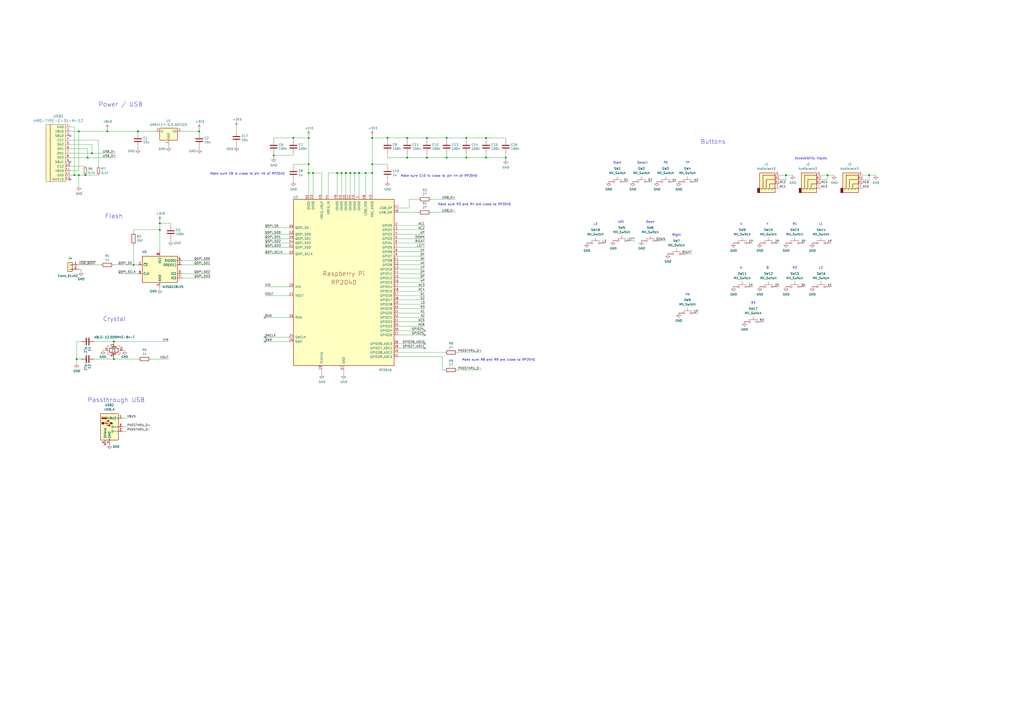
<source format=kicad_sch>
(kicad_sch (version 20230121) (generator eeschema)

  (uuid e08d2885-20eb-479d-8a45-6dae1640d6d3)

  (paper "A2")

  (title_block
    (title "Summit Arcade Controller")
    (company "Granola Arcade")
  )

  (lib_symbols
    (symbol "Connector:USB_A" (pin_names (offset 1.016)) (in_bom yes) (on_board yes)
      (property "Reference" "J" (at -5.08 11.43 0)
        (effects (font (size 1.27 1.27)) (justify left))
      )
      (property "Value" "USB_A" (at -5.08 8.89 0)
        (effects (font (size 1.27 1.27)) (justify left))
      )
      (property "Footprint" "" (at 3.81 -1.27 0)
        (effects (font (size 1.27 1.27)) hide)
      )
      (property "Datasheet" " ~" (at 3.81 -1.27 0)
        (effects (font (size 1.27 1.27)) hide)
      )
      (property "ki_keywords" "connector USB" (at 0 0 0)
        (effects (font (size 1.27 1.27)) hide)
      )
      (property "ki_description" "USB Type A connector" (at 0 0 0)
        (effects (font (size 1.27 1.27)) hide)
      )
      (property "ki_fp_filters" "USB*" (at 0 0 0)
        (effects (font (size 1.27 1.27)) hide)
      )
      (symbol "USB_A_0_1"
        (rectangle (start -5.08 -7.62) (end 5.08 7.62)
          (stroke (width 0.254) (type default))
          (fill (type background))
        )
        (circle (center -3.81 2.159) (radius 0.635)
          (stroke (width 0.254) (type default))
          (fill (type outline))
        )
        (rectangle (start -1.524 4.826) (end -4.318 5.334)
          (stroke (width 0) (type default))
          (fill (type outline))
        )
        (rectangle (start -1.27 4.572) (end -4.572 5.842)
          (stroke (width 0) (type default))
          (fill (type none))
        )
        (circle (center -0.635 3.429) (radius 0.381)
          (stroke (width 0.254) (type default))
          (fill (type outline))
        )
        (rectangle (start -0.127 -7.62) (end 0.127 -6.858)
          (stroke (width 0) (type default))
          (fill (type none))
        )
        (polyline
          (pts
            (xy -3.175 2.159)
            (xy -2.54 2.159)
            (xy -1.27 3.429)
            (xy -0.635 3.429)
          )
          (stroke (width 0.254) (type default))
          (fill (type none))
        )
        (polyline
          (pts
            (xy -2.54 2.159)
            (xy -1.905 2.159)
            (xy -1.27 0.889)
            (xy 0 0.889)
          )
          (stroke (width 0.254) (type default))
          (fill (type none))
        )
        (polyline
          (pts
            (xy 0.635 2.794)
            (xy 0.635 1.524)
            (xy 1.905 2.159)
            (xy 0.635 2.794)
          )
          (stroke (width 0.254) (type default))
          (fill (type outline))
        )
        (rectangle (start 0.254 1.27) (end -0.508 0.508)
          (stroke (width 0.254) (type default))
          (fill (type outline))
        )
        (rectangle (start 5.08 -2.667) (end 4.318 -2.413)
          (stroke (width 0) (type default))
          (fill (type none))
        )
        (rectangle (start 5.08 -0.127) (end 4.318 0.127)
          (stroke (width 0) (type default))
          (fill (type none))
        )
        (rectangle (start 5.08 4.953) (end 4.318 5.207)
          (stroke (width 0) (type default))
          (fill (type none))
        )
      )
      (symbol "USB_A_1_1"
        (polyline
          (pts
            (xy -1.905 2.159)
            (xy 0.635 2.159)
          )
          (stroke (width 0.254) (type default))
          (fill (type none))
        )
        (pin power_in line (at 7.62 5.08 180) (length 2.54)
          (name "VBUS" (effects (font (size 1.27 1.27))))
          (number "1" (effects (font (size 1.27 1.27))))
        )
        (pin bidirectional line (at 7.62 -2.54 180) (length 2.54)
          (name "D-" (effects (font (size 1.27 1.27))))
          (number "2" (effects (font (size 1.27 1.27))))
        )
        (pin bidirectional line (at 7.62 0 180) (length 2.54)
          (name "D+" (effects (font (size 1.27 1.27))))
          (number "3" (effects (font (size 1.27 1.27))))
        )
        (pin power_in line (at 0 -10.16 90) (length 2.54)
          (name "GND" (effects (font (size 1.27 1.27))))
          (number "4" (effects (font (size 1.27 1.27))))
        )
        (pin passive line (at -2.54 -10.16 90) (length 2.54)
          (name "Shield" (effects (font (size 1.27 1.27))))
          (number "5" (effects (font (size 1.27 1.27))))
        )
      )
    )
    (symbol "Connector_Audio:AudioJack4" (in_bom yes) (on_board yes)
      (property "Reference" "J" (at 0 8.89 0)
        (effects (font (size 1.27 1.27)))
      )
      (property "Value" "AudioJack4" (at 0 6.35 0)
        (effects (font (size 1.27 1.27)))
      )
      (property "Footprint" "" (at 0 0 0)
        (effects (font (size 1.27 1.27)) hide)
      )
      (property "Datasheet" "~" (at 0 0 0)
        (effects (font (size 1.27 1.27)) hide)
      )
      (property "ki_keywords" "audio jack receptacle stereo headphones TRRS connector" (at 0 0 0)
        (effects (font (size 1.27 1.27)) hide)
      )
      (property "ki_description" "Audio Jack, 4 Poles (TRRS)" (at 0 0 0)
        (effects (font (size 1.27 1.27)) hide)
      )
      (property "ki_fp_filters" "Jack*" (at 0 0 0)
        (effects (font (size 1.27 1.27)) hide)
      )
      (symbol "AudioJack4_0_1"
        (rectangle (start -6.35 -5.08) (end -7.62 -7.62)
          (stroke (width 0.254) (type default))
          (fill (type outline))
        )
        (polyline
          (pts
            (xy 0 -5.08)
            (xy 0.635 -5.715)
            (xy 1.27 -5.08)
            (xy 2.54 -5.08)
          )
          (stroke (width 0.254) (type default))
          (fill (type none))
        )
        (polyline
          (pts
            (xy -5.715 -5.08)
            (xy -5.08 -5.715)
            (xy -4.445 -5.08)
            (xy -4.445 2.54)
            (xy 2.54 2.54)
          )
          (stroke (width 0.254) (type default))
          (fill (type none))
        )
        (polyline
          (pts
            (xy -1.905 -5.08)
            (xy -1.27 -5.715)
            (xy -0.635 -5.08)
            (xy -0.635 -2.54)
            (xy 2.54 -2.54)
          )
          (stroke (width 0.254) (type default))
          (fill (type none))
        )
        (polyline
          (pts
            (xy 2.54 0)
            (xy -2.54 0)
            (xy -2.54 -5.08)
            (xy -3.175 -5.715)
            (xy -3.81 -5.08)
          )
          (stroke (width 0.254) (type default))
          (fill (type none))
        )
        (rectangle (start 2.54 3.81) (end -6.35 -7.62)
          (stroke (width 0.254) (type default))
          (fill (type background))
        )
      )
      (symbol "AudioJack4_1_1"
        (pin passive line (at 5.08 -2.54 180) (length 2.54)
          (name "~" (effects (font (size 1.27 1.27))))
          (number "R1" (effects (font (size 1.27 1.27))))
        )
        (pin passive line (at 5.08 0 180) (length 2.54)
          (name "~" (effects (font (size 1.27 1.27))))
          (number "R2" (effects (font (size 1.27 1.27))))
        )
        (pin passive line (at 5.08 2.54 180) (length 2.54)
          (name "~" (effects (font (size 1.27 1.27))))
          (number "S" (effects (font (size 1.27 1.27))))
        )
        (pin passive line (at 5.08 -5.08 180) (length 2.54)
          (name "~" (effects (font (size 1.27 1.27))))
          (number "T" (effects (font (size 1.27 1.27))))
        )
      )
    )
    (symbol "Connector_Generic:Conn_01x02" (pin_names (offset 1.016) hide) (in_bom yes) (on_board yes)
      (property "Reference" "J" (at 0 2.54 0)
        (effects (font (size 1.27 1.27)))
      )
      (property "Value" "Conn_01x02" (at 0 -5.08 0)
        (effects (font (size 1.27 1.27)))
      )
      (property "Footprint" "" (at 0 0 0)
        (effects (font (size 1.27 1.27)) hide)
      )
      (property "Datasheet" "~" (at 0 0 0)
        (effects (font (size 1.27 1.27)) hide)
      )
      (property "ki_keywords" "connector" (at 0 0 0)
        (effects (font (size 1.27 1.27)) hide)
      )
      (property "ki_description" "Generic connector, single row, 01x02, script generated (kicad-library-utils/schlib/autogen/connector/)" (at 0 0 0)
        (effects (font (size 1.27 1.27)) hide)
      )
      (property "ki_fp_filters" "Connector*:*_1x??_*" (at 0 0 0)
        (effects (font (size 1.27 1.27)) hide)
      )
      (symbol "Conn_01x02_1_1"
        (rectangle (start -1.27 -2.413) (end 0 -2.667)
          (stroke (width 0.1524) (type default))
          (fill (type none))
        )
        (rectangle (start -1.27 0.127) (end 0 -0.127)
          (stroke (width 0.1524) (type default))
          (fill (type none))
        )
        (rectangle (start -1.27 1.27) (end 1.27 -3.81)
          (stroke (width 0.254) (type default))
          (fill (type background))
        )
        (pin passive line (at -5.08 0 0) (length 3.81)
          (name "Pin_1" (effects (font (size 1.27 1.27))))
          (number "1" (effects (font (size 1.27 1.27))))
        )
        (pin passive line (at -5.08 -2.54 0) (length 3.81)
          (name "Pin_2" (effects (font (size 1.27 1.27))))
          (number "2" (effects (font (size 1.27 1.27))))
        )
      )
    )
    (symbol "Device:C" (pin_numbers hide) (pin_names (offset 0.254)) (in_bom yes) (on_board yes)
      (property "Reference" "C" (at 0.635 2.54 0)
        (effects (font (size 1.27 1.27)) (justify left))
      )
      (property "Value" "C" (at 0.635 -2.54 0)
        (effects (font (size 1.27 1.27)) (justify left))
      )
      (property "Footprint" "" (at 0.9652 -3.81 0)
        (effects (font (size 1.27 1.27)) hide)
      )
      (property "Datasheet" "~" (at 0 0 0)
        (effects (font (size 1.27 1.27)) hide)
      )
      (property "ki_keywords" "cap capacitor" (at 0 0 0)
        (effects (font (size 1.27 1.27)) hide)
      )
      (property "ki_description" "Unpolarized capacitor" (at 0 0 0)
        (effects (font (size 1.27 1.27)) hide)
      )
      (property "ki_fp_filters" "C_*" (at 0 0 0)
        (effects (font (size 1.27 1.27)) hide)
      )
      (symbol "C_0_1"
        (polyline
          (pts
            (xy -2.032 -0.762)
            (xy 2.032 -0.762)
          )
          (stroke (width 0.508) (type default))
          (fill (type none))
        )
        (polyline
          (pts
            (xy -2.032 0.762)
            (xy 2.032 0.762)
          )
          (stroke (width 0.508) (type default))
          (fill (type none))
        )
      )
      (symbol "C_1_1"
        (pin passive line (at 0 3.81 270) (length 2.794)
          (name "~" (effects (font (size 1.27 1.27))))
          (number "1" (effects (font (size 1.27 1.27))))
        )
        (pin passive line (at 0 -3.81 90) (length 2.794)
          (name "~" (effects (font (size 1.27 1.27))))
          (number "2" (effects (font (size 1.27 1.27))))
        )
      )
    )
    (symbol "Device:Crystal_GND23" (pin_names (offset 1.016) hide) (in_bom yes) (on_board yes)
      (property "Reference" "Y1" (at 3.3274 1.1684 90)
        (effects (font (size 1.27 1.27)) (justify left))
      )
      (property "Value" "ABLS-12.000MHZ-B4-T" (at -6.35 7.62 90)
        (effects (font (size 1.27 1.27)) (justify left))
      )
      (property "Footprint" "Crystal:Crystal_SMD_3225-4Pin_3.2x2.5mm" (at 0 0 0)
        (effects (font (size 1.27 1.27)) hide)
      )
      (property "Datasheet" "~" (at 0 0 0)
        (effects (font (size 1.27 1.27)) hide)
      )
      (property "LCSC" "C9002" (at 0 0 90)
        (effects (font (size 1.27 1.27)) hide)
      )
      (property "ki_keywords" "quartz ceramic resonator oscillator" (at 0 0 0)
        (effects (font (size 1.27 1.27)) hide)
      )
      (property "ki_description" "Four pin crystal, GND on pins 2 and 3" (at 0 0 0)
        (effects (font (size 1.27 1.27)) hide)
      )
      (property "ki_fp_filters" "Crystal*" (at 0 0 0)
        (effects (font (size 1.27 1.27)) hide)
      )
      (symbol "Crystal_GND23_0_1"
        (rectangle (start -1.143 2.54) (end 1.143 -2.54)
          (stroke (width 0.3048) (type default))
          (fill (type none))
        )
        (polyline
          (pts
            (xy -2.54 0)
            (xy -2.032 0)
          )
          (stroke (width 0) (type default))
          (fill (type none))
        )
        (polyline
          (pts
            (xy -2.032 -1.27)
            (xy -2.032 1.27)
          )
          (stroke (width 0.508) (type default))
          (fill (type none))
        )
        (polyline
          (pts
            (xy 0 -3.81)
            (xy 0 -3.556)
          )
          (stroke (width 0) (type default))
          (fill (type none))
        )
        (polyline
          (pts
            (xy 0 3.556)
            (xy 0 3.81)
          )
          (stroke (width 0) (type default))
          (fill (type none))
        )
        (polyline
          (pts
            (xy 2.032 -1.27)
            (xy 2.032 1.27)
          )
          (stroke (width 0.508) (type default))
          (fill (type none))
        )
        (polyline
          (pts
            (xy 2.032 0)
            (xy 2.54 0)
          )
          (stroke (width 0) (type default))
          (fill (type none))
        )
        (polyline
          (pts
            (xy -2.54 -2.286)
            (xy -2.54 -3.556)
            (xy 2.54 -3.556)
            (xy 2.54 -2.286)
          )
          (stroke (width 0) (type default))
          (fill (type none))
        )
        (polyline
          (pts
            (xy -2.54 2.286)
            (xy -2.54 3.556)
            (xy 2.54 3.556)
            (xy 2.54 2.286)
          )
          (stroke (width 0) (type default))
          (fill (type none))
        )
      )
      (symbol "Crystal_GND23_1_1"
        (pin passive line (at -3.81 0 0) (length 1.27)
          (name "1" (effects (font (size 1.27 1.27))))
          (number "1" (effects (font (size 1.27 1.27))))
        )
        (pin passive line (at 0 5.08 270) (length 1.27)
          (name "2" (effects (font (size 1.27 1.27))))
          (number "2" (effects (font (size 1.27 1.27))))
        )
        (pin passive line (at 3.81 0 180) (length 1.27)
          (name "3" (effects (font (size 1.27 1.27))))
          (number "3" (effects (font (size 1.27 1.27))))
        )
        (pin passive line (at 0 -5.08 90) (length 1.27)
          (name "4" (effects (font (size 1.27 1.27))))
          (number "4" (effects (font (size 1.27 1.27))))
        )
      )
    )
    (symbol "Device:R" (pin_numbers hide) (pin_names (offset 0)) (in_bom yes) (on_board yes)
      (property "Reference" "R" (at 2.032 0 90)
        (effects (font (size 1.27 1.27)))
      )
      (property "Value" "R" (at 0 0 90)
        (effects (font (size 1.27 1.27)))
      )
      (property "Footprint" "" (at -1.778 0 90)
        (effects (font (size 1.27 1.27)) hide)
      )
      (property "Datasheet" "~" (at 0 0 0)
        (effects (font (size 1.27 1.27)) hide)
      )
      (property "ki_keywords" "R res resistor" (at 0 0 0)
        (effects (font (size 1.27 1.27)) hide)
      )
      (property "ki_description" "Resistor" (at 0 0 0)
        (effects (font (size 1.27 1.27)) hide)
      )
      (property "ki_fp_filters" "R_*" (at 0 0 0)
        (effects (font (size 1.27 1.27)) hide)
      )
      (symbol "R_0_1"
        (rectangle (start -1.016 -2.54) (end 1.016 2.54)
          (stroke (width 0.254) (type default))
          (fill (type none))
        )
      )
      (symbol "R_1_1"
        (pin passive line (at 0 3.81 270) (length 1.27)
          (name "~" (effects (font (size 1.27 1.27))))
          (number "1" (effects (font (size 1.27 1.27))))
        )
        (pin passive line (at 0 -3.81 90) (length 1.27)
          (name "~" (effects (font (size 1.27 1.27))))
          (number "2" (effects (font (size 1.27 1.27))))
        )
      )
    )
    (symbol "Device:R_Small" (pin_numbers hide) (pin_names (offset 0.254) hide) (in_bom yes) (on_board yes)
      (property "Reference" "R" (at 0.762 0.508 0)
        (effects (font (size 1.27 1.27)) (justify left))
      )
      (property "Value" "R_Small" (at 0.762 -1.016 0)
        (effects (font (size 1.27 1.27)) (justify left))
      )
      (property "Footprint" "" (at 0 0 0)
        (effects (font (size 1.27 1.27)) hide)
      )
      (property "Datasheet" "~" (at 0 0 0)
        (effects (font (size 1.27 1.27)) hide)
      )
      (property "ki_keywords" "R resistor" (at 0 0 0)
        (effects (font (size 1.27 1.27)) hide)
      )
      (property "ki_description" "Resistor, small symbol" (at 0 0 0)
        (effects (font (size 1.27 1.27)) hide)
      )
      (property "ki_fp_filters" "R_*" (at 0 0 0)
        (effects (font (size 1.27 1.27)) hide)
      )
      (symbol "R_Small_0_1"
        (rectangle (start -0.762 1.778) (end 0.762 -1.778)
          (stroke (width 0.2032) (type default))
          (fill (type none))
        )
      )
      (symbol "R_Small_1_1"
        (pin passive line (at 0 2.54 270) (length 0.762)
          (name "~" (effects (font (size 1.27 1.27))))
          (number "1" (effects (font (size 1.27 1.27))))
        )
        (pin passive line (at 0 -2.54 90) (length 0.762)
          (name "~" (effects (font (size 1.27 1.27))))
          (number "2" (effects (font (size 1.27 1.27))))
        )
      )
    )
    (symbol "Kailh:MX_Switch" (pin_numbers hide) (pin_names (offset 1.016) hide) (in_bom yes) (on_board yes)
      (property "Reference" "SW1" (at 0 7.62 0)
        (effects (font (size 1.27 1.27)))
      )
      (property "Value" "MX_Switch" (at 0 5.08 0)
        (effects (font (size 1.27 1.27)))
      )
      (property "Footprint" "Kailh:SW_Hotswap_Kailh_Choc_V1V2_1.00u" (at 0 5.08 0)
        (effects (font (size 1.27 1.27)) hide)
      )
      (property "Datasheet" "http://www.apem.com/int/index.php?controller=attachment&id_attachment=488" (at 0 5.08 0)
        (effects (font (size 1.27 1.27)) hide)
      )
      (property "ki_keywords" "switch normally-open pushbutton push-button" (at 0 0 0)
        (effects (font (size 1.27 1.27)) hide)
      )
      (property "ki_description" "MEC 5G single pole normally-open tactile switch" (at 0 0 0)
        (effects (font (size 1.27 1.27)) hide)
      )
      (property "ki_fp_filters" "SW*MEC*5G*" (at 0 0 0)
        (effects (font (size 1.27 1.27)) hide)
      )
      (symbol "MX_Switch_0_1"
        (circle (center -2.032 0) (radius 0.508)
          (stroke (width 0) (type default))
          (fill (type none))
        )
        (polyline
          (pts
            (xy 0 1.27)
            (xy 0 3.048)
          )
          (stroke (width 0) (type default))
          (fill (type none))
        )
        (polyline
          (pts
            (xy 2.54 1.27)
            (xy -2.54 1.27)
          )
          (stroke (width 0) (type default))
          (fill (type none))
        )
        (circle (center 2.032 0) (radius 0.508)
          (stroke (width 0) (type default))
          (fill (type none))
        )
        (pin passive line (at 5.08 0 180) (length 2.54)
          (name "A" (effects (font (size 1.27 1.27))))
          (number "1" (effects (font (size 1.27 1.27))))
        )
        (pin passive line (at -5.08 0 0) (length 2.54)
          (name "B" (effects (font (size 1.27 1.27))))
          (number "2" (effects (font (size 1.27 1.27))))
        )
      )
    )
    (symbol "MCU_RaspberryPi_RP2040:RP2040" (pin_names (offset 1.016)) (in_bom yes) (on_board yes)
      (property "Reference" "U" (at -29.21 49.53 0)
        (effects (font (size 1.27 1.27)))
      )
      (property "Value" "RP2040" (at 24.13 -49.53 0)
        (effects (font (size 1.27 1.27)))
      )
      (property "Footprint" "RP2040_minimal:RP2040-QFN-56" (at -19.05 0 0)
        (effects (font (size 1.27 1.27)) hide)
      )
      (property "Datasheet" "" (at -19.05 0 0)
        (effects (font (size 1.27 1.27)) hide)
      )
      (symbol "RP2040_0_0"
        (text "Raspberry Pi" (at 0 5.08 0)
          (effects (font (size 2.54 2.54)))
        )
        (text "RP2040" (at 0 0 0)
          (effects (font (size 2.54 2.54)))
        )
      )
      (symbol "RP2040_0_1"
        (rectangle (start 29.21 48.26) (end -29.21 -48.26)
          (stroke (width 0.254) (type default))
          (fill (type background))
        )
      )
      (symbol "RP2040_1_1"
        (pin power_in line (at 8.89 50.8 270) (length 2.54)
          (name "IOVDD" (effects (font (size 1.27 1.27))))
          (number "1" (effects (font (size 1.27 1.27))))
        )
        (pin power_in line (at 6.35 50.8 270) (length 2.54)
          (name "IOVDD" (effects (font (size 1.27 1.27))))
          (number "10" (effects (font (size 1.27 1.27))))
        )
        (pin bidirectional line (at 31.75 12.7 180) (length 2.54)
          (name "GPIO8" (effects (font (size 1.27 1.27))))
          (number "11" (effects (font (size 1.27 1.27))))
        )
        (pin bidirectional line (at 31.75 10.16 180) (length 2.54)
          (name "GPIO9" (effects (font (size 1.27 1.27))))
          (number "12" (effects (font (size 1.27 1.27))))
        )
        (pin bidirectional line (at 31.75 7.62 180) (length 2.54)
          (name "GPIO10" (effects (font (size 1.27 1.27))))
          (number "13" (effects (font (size 1.27 1.27))))
        )
        (pin bidirectional line (at 31.75 5.08 180) (length 2.54)
          (name "GPIO11" (effects (font (size 1.27 1.27))))
          (number "14" (effects (font (size 1.27 1.27))))
        )
        (pin bidirectional line (at 31.75 2.54 180) (length 2.54)
          (name "GPIO12" (effects (font (size 1.27 1.27))))
          (number "15" (effects (font (size 1.27 1.27))))
        )
        (pin bidirectional line (at 31.75 0 180) (length 2.54)
          (name "GPIO13" (effects (font (size 1.27 1.27))))
          (number "16" (effects (font (size 1.27 1.27))))
        )
        (pin bidirectional line (at 31.75 -2.54 180) (length 2.54)
          (name "GPIO14" (effects (font (size 1.27 1.27))))
          (number "17" (effects (font (size 1.27 1.27))))
        )
        (pin bidirectional line (at 31.75 -5.08 180) (length 2.54)
          (name "GPIO15" (effects (font (size 1.27 1.27))))
          (number "18" (effects (font (size 1.27 1.27))))
        )
        (pin passive line (at -12.7 -50.8 90) (length 2.54)
          (name "TESTEN" (effects (font (size 1.27 1.27))))
          (number "19" (effects (font (size 1.27 1.27))))
        )
        (pin bidirectional line (at 31.75 33.02 180) (length 2.54)
          (name "GPIO0" (effects (font (size 1.27 1.27))))
          (number "2" (effects (font (size 1.27 1.27))))
        )
        (pin input line (at -31.75 -2.54 0) (length 2.54)
          (name "XIN" (effects (font (size 1.27 1.27))))
          (number "20" (effects (font (size 1.27 1.27))))
        )
        (pin passive line (at -31.75 -7.62 0) (length 2.54)
          (name "XOUT" (effects (font (size 1.27 1.27))))
          (number "21" (effects (font (size 1.27 1.27))))
        )
        (pin power_in line (at 3.81 50.8 270) (length 2.54)
          (name "IOVDD" (effects (font (size 1.27 1.27))))
          (number "22" (effects (font (size 1.27 1.27))))
        )
        (pin power_in line (at -17.78 50.8 270) (length 2.54)
          (name "DVDD" (effects (font (size 1.27 1.27))))
          (number "23" (effects (font (size 1.27 1.27))))
        )
        (pin output line (at -31.75 -31.75 0) (length 2.54)
          (name "SWCLK" (effects (font (size 1.27 1.27))))
          (number "24" (effects (font (size 1.27 1.27))))
        )
        (pin bidirectional line (at -31.75 -34.29 0) (length 2.54)
          (name "SWD" (effects (font (size 1.27 1.27))))
          (number "25" (effects (font (size 1.27 1.27))))
        )
        (pin input line (at -31.75 -20.32 0) (length 2.54)
          (name "RUN" (effects (font (size 1.27 1.27))))
          (number "26" (effects (font (size 1.27 1.27))))
        )
        (pin bidirectional line (at 31.75 -7.62 180) (length 2.54)
          (name "GPIO16" (effects (font (size 1.27 1.27))))
          (number "27" (effects (font (size 1.27 1.27))))
        )
        (pin bidirectional line (at 31.75 -10.16 180) (length 2.54)
          (name "GPIO17" (effects (font (size 1.27 1.27))))
          (number "28" (effects (font (size 1.27 1.27))))
        )
        (pin bidirectional line (at 31.75 -12.7 180) (length 2.54)
          (name "GPIO18" (effects (font (size 1.27 1.27))))
          (number "29" (effects (font (size 1.27 1.27))))
        )
        (pin bidirectional line (at 31.75 30.48 180) (length 2.54)
          (name "GPIO1" (effects (font (size 1.27 1.27))))
          (number "3" (effects (font (size 1.27 1.27))))
        )
        (pin bidirectional line (at 31.75 -15.24 180) (length 2.54)
          (name "GPIO19" (effects (font (size 1.27 1.27))))
          (number "30" (effects (font (size 1.27 1.27))))
        )
        (pin bidirectional line (at 31.75 -17.78 180) (length 2.54)
          (name "GPIO20" (effects (font (size 1.27 1.27))))
          (number "31" (effects (font (size 1.27 1.27))))
        )
        (pin bidirectional line (at 31.75 -20.32 180) (length 2.54)
          (name "GPIO21" (effects (font (size 1.27 1.27))))
          (number "32" (effects (font (size 1.27 1.27))))
        )
        (pin power_in line (at 1.27 50.8 270) (length 2.54)
          (name "IOVDD" (effects (font (size 1.27 1.27))))
          (number "33" (effects (font (size 1.27 1.27))))
        )
        (pin bidirectional line (at 31.75 -22.86 180) (length 2.54)
          (name "GPIO22" (effects (font (size 1.27 1.27))))
          (number "34" (effects (font (size 1.27 1.27))))
        )
        (pin bidirectional line (at 31.75 -25.4 180) (length 2.54)
          (name "GPIO23" (effects (font (size 1.27 1.27))))
          (number "35" (effects (font (size 1.27 1.27))))
        )
        (pin bidirectional line (at 31.75 -27.94 180) (length 2.54)
          (name "GPIO24" (effects (font (size 1.27 1.27))))
          (number "36" (effects (font (size 1.27 1.27))))
        )
        (pin bidirectional line (at 31.75 -30.48 180) (length 2.54)
          (name "GPIO25" (effects (font (size 1.27 1.27))))
          (number "37" (effects (font (size 1.27 1.27))))
        )
        (pin bidirectional line (at 31.75 -35.56 180) (length 2.54)
          (name "GPIO26_ADC0" (effects (font (size 1.27 1.27))))
          (number "38" (effects (font (size 1.27 1.27))))
        )
        (pin bidirectional line (at 31.75 -38.1 180) (length 2.54)
          (name "GPIO27_ADC1" (effects (font (size 1.27 1.27))))
          (number "39" (effects (font (size 1.27 1.27))))
        )
        (pin bidirectional line (at 31.75 27.94 180) (length 2.54)
          (name "GPIO2" (effects (font (size 1.27 1.27))))
          (number "4" (effects (font (size 1.27 1.27))))
        )
        (pin bidirectional line (at 31.75 -40.64 180) (length 2.54)
          (name "GPIO28_ADC2" (effects (font (size 1.27 1.27))))
          (number "40" (effects (font (size 1.27 1.27))))
        )
        (pin bidirectional line (at 31.75 -43.18 180) (length 2.54)
          (name "GPIO29_ADC3" (effects (font (size 1.27 1.27))))
          (number "41" (effects (font (size 1.27 1.27))))
        )
        (pin power_in line (at -1.27 50.8 270) (length 2.54)
          (name "IOVDD" (effects (font (size 1.27 1.27))))
          (number "42" (effects (font (size 1.27 1.27))))
        )
        (pin power_in line (at 16.51 50.8 270) (length 2.54)
          (name "ADC_AVDD" (effects (font (size 1.27 1.27))))
          (number "43" (effects (font (size 1.27 1.27))))
        )
        (pin power_in line (at -8.89 50.8 270) (length 2.54)
          (name "VREG_IN" (effects (font (size 1.27 1.27))))
          (number "44" (effects (font (size 1.27 1.27))))
        )
        (pin power_out line (at -12.7 50.8 270) (length 2.54)
          (name "VREG_VOUT" (effects (font (size 1.27 1.27))))
          (number "45" (effects (font (size 1.27 1.27))))
        )
        (pin bidirectional line (at 31.75 40.64 180) (length 2.54)
          (name "USB_DM" (effects (font (size 1.27 1.27))))
          (number "46" (effects (font (size 1.27 1.27))))
        )
        (pin bidirectional line (at 31.75 43.18 180) (length 2.54)
          (name "USB_DP" (effects (font (size 1.27 1.27))))
          (number "47" (effects (font (size 1.27 1.27))))
        )
        (pin power_in line (at 12.7 50.8 270) (length 2.54)
          (name "USB_VDD" (effects (font (size 1.27 1.27))))
          (number "48" (effects (font (size 1.27 1.27))))
        )
        (pin power_in line (at -3.81 50.8 270) (length 2.54)
          (name "IOVDD" (effects (font (size 1.27 1.27))))
          (number "49" (effects (font (size 1.27 1.27))))
        )
        (pin bidirectional line (at 31.75 25.4 180) (length 2.54)
          (name "GPIO3" (effects (font (size 1.27 1.27))))
          (number "5" (effects (font (size 1.27 1.27))))
        )
        (pin power_in line (at -20.32 50.8 270) (length 2.54)
          (name "DVDD" (effects (font (size 1.27 1.27))))
          (number "50" (effects (font (size 1.27 1.27))))
        )
        (pin bidirectional line (at -31.75 20.32 0) (length 2.54)
          (name "QSPI_SD3" (effects (font (size 1.27 1.27))))
          (number "51" (effects (font (size 1.27 1.27))))
        )
        (pin output line (at -31.75 16.51 0) (length 2.54)
          (name "QSPI_SCLK" (effects (font (size 1.27 1.27))))
          (number "52" (effects (font (size 1.27 1.27))))
        )
        (pin bidirectional line (at -31.75 27.94 0) (length 2.54)
          (name "QSPI_SD0" (effects (font (size 1.27 1.27))))
          (number "53" (effects (font (size 1.27 1.27))))
        )
        (pin bidirectional line (at -31.75 22.86 0) (length 2.54)
          (name "QSPI_SD2" (effects (font (size 1.27 1.27))))
          (number "54" (effects (font (size 1.27 1.27))))
        )
        (pin bidirectional line (at -31.75 25.4 0) (length 2.54)
          (name "QSPI_SD1" (effects (font (size 1.27 1.27))))
          (number "55" (effects (font (size 1.27 1.27))))
        )
        (pin bidirectional line (at -31.75 31.75 0) (length 2.54)
          (name "QSPI_SS" (effects (font (size 1.27 1.27))))
          (number "56" (effects (font (size 1.27 1.27))))
        )
        (pin power_in line (at 0 -50.8 90) (length 2.54)
          (name "GND" (effects (font (size 1.27 1.27))))
          (number "57" (effects (font (size 1.27 1.27))))
        )
        (pin bidirectional line (at 31.75 22.86 180) (length 2.54)
          (name "GPIO4" (effects (font (size 1.27 1.27))))
          (number "6" (effects (font (size 1.27 1.27))))
        )
        (pin bidirectional line (at 31.75 20.32 180) (length 2.54)
          (name "GPIO5" (effects (font (size 1.27 1.27))))
          (number "7" (effects (font (size 1.27 1.27))))
        )
        (pin bidirectional line (at 31.75 17.78 180) (length 2.54)
          (name "GPIO6" (effects (font (size 1.27 1.27))))
          (number "8" (effects (font (size 1.27 1.27))))
        )
        (pin bidirectional line (at 31.75 15.24 180) (length 2.54)
          (name "GPIO7" (effects (font (size 1.27 1.27))))
          (number "9" (effects (font (size 1.27 1.27))))
        )
      )
    )
    (symbol "Memory_Flash:W25Q128JVS" (in_bom yes) (on_board yes)
      (property "Reference" "U" (at -8.89 8.89 0)
        (effects (font (size 1.27 1.27)))
      )
      (property "Value" "W25Q128JVS" (at 7.62 8.89 0)
        (effects (font (size 1.27 1.27)))
      )
      (property "Footprint" "Package_SO:SOIC-8_5.23x5.23mm_P1.27mm" (at 0 0 0)
        (effects (font (size 1.27 1.27)) hide)
      )
      (property "Datasheet" "http://www.winbond.com/resource-files/w25q128jv_dtr%20revc%2003272018%20plus.pdf" (at 0 0 0)
        (effects (font (size 1.27 1.27)) hide)
      )
      (property "ki_keywords" "flash memory SPI QPI DTR" (at 0 0 0)
        (effects (font (size 1.27 1.27)) hide)
      )
      (property "ki_description" "128Mb Serial Flash Memory, Standard/Dual/Quad SPI, SOIC-8" (at 0 0 0)
        (effects (font (size 1.27 1.27)) hide)
      )
      (property "ki_fp_filters" "SOIC*5.23x5.23mm*P1.27mm*" (at 0 0 0)
        (effects (font (size 1.27 1.27)) hide)
      )
      (symbol "W25Q128JVS_0_1"
        (rectangle (start -10.16 7.62) (end 10.16 -7.62)
          (stroke (width 0.254) (type default))
          (fill (type background))
        )
      )
      (symbol "W25Q128JVS_1_1"
        (pin input line (at -12.7 2.54 0) (length 2.54)
          (name "~{CS}" (effects (font (size 1.27 1.27))))
          (number "1" (effects (font (size 1.27 1.27))))
        )
        (pin bidirectional line (at 12.7 2.54 180) (length 2.54)
          (name "DO(IO1)" (effects (font (size 1.27 1.27))))
          (number "2" (effects (font (size 1.27 1.27))))
        )
        (pin bidirectional line (at 12.7 -2.54 180) (length 2.54)
          (name "IO2" (effects (font (size 1.27 1.27))))
          (number "3" (effects (font (size 1.27 1.27))))
        )
        (pin power_in line (at 0 -10.16 90) (length 2.54)
          (name "GND" (effects (font (size 1.27 1.27))))
          (number "4" (effects (font (size 1.27 1.27))))
        )
        (pin bidirectional line (at 12.7 5.08 180) (length 2.54)
          (name "DI(IO0)" (effects (font (size 1.27 1.27))))
          (number "5" (effects (font (size 1.27 1.27))))
        )
        (pin input line (at -12.7 -2.54 0) (length 2.54)
          (name "CLK" (effects (font (size 1.27 1.27))))
          (number "6" (effects (font (size 1.27 1.27))))
        )
        (pin bidirectional line (at 12.7 -5.08 180) (length 2.54)
          (name "IO3" (effects (font (size 1.27 1.27))))
          (number "7" (effects (font (size 1.27 1.27))))
        )
        (pin power_in line (at 0 10.16 270) (length 2.54)
          (name "VCC" (effects (font (size 1.27 1.27))))
          (number "8" (effects (font (size 1.27 1.27))))
        )
      )
    )
    (symbol "Regulator_Linear:NCP1117-3.3_SOT223" (pin_names (offset 0.254)) (in_bom yes) (on_board yes)
      (property "Reference" "U1" (at 0 6.1468 0)
        (effects (font (size 1.27 1.27)))
      )
      (property "Value" "AMS1117-3.3_SOT223" (at 0 3.8354 0)
        (effects (font (size 1.27 1.27)))
      )
      (property "Footprint" "Package_TO_SOT_SMD:SOT-223-3_TabPin2" (at 0 5.08 0)
        (effects (font (size 1.27 1.27)) hide)
      )
      (property "Datasheet" "http://www.onsemi.com/pub_link/Collateral/NCP1117-D.PDF" (at 2.54 -6.35 0)
        (effects (font (size 1.27 1.27)) hide)
      )
      (property "LCSC" "C5250992" (at 0 0 0)
        (effects (font (size 1.27 1.27)) hide)
      )
      (property "ki_keywords" "REGULATOR LDO 3.3V" (at 0 0 0)
        (effects (font (size 1.27 1.27)) hide)
      )
      (property "ki_description" "1A Low drop-out regulator, Fixed Output 3.3V, SOT-223" (at 0 0 0)
        (effects (font (size 1.27 1.27)) hide)
      )
      (property "ki_fp_filters" "SOT?223*TabPin2*" (at 0 0 0)
        (effects (font (size 1.27 1.27)) hide)
      )
      (symbol "NCP1117-3.3_SOT223_0_1"
        (rectangle (start -5.08 -5.08) (end 5.08 1.905)
          (stroke (width 0.254) (type default))
          (fill (type background))
        )
      )
      (symbol "NCP1117-3.3_SOT223_1_1"
        (pin power_out line (at 0 -7.62 90) (length 2.54)
          (name "GND" (effects (font (size 1.27 1.27))))
          (number "1" (effects (font (size 1.27 1.27))))
        )
        (pin power_out line (at 7.62 0 180) (length 2.54)
          (name "VO" (effects (font (size 1.27 1.27))))
          (number "2" (effects (font (size 1.27 1.27))))
        )
        (pin power_in line (at -7.62 0 0) (length 2.54)
          (name "VI" (effects (font (size 1.27 1.27))))
          (number "3" (effects (font (size 1.27 1.27))))
        )
      )
    )
    (symbol "Type-C:HRO-TYPE-C-31-M-12" (pin_names (offset 1.016)) (in_bom yes) (on_board yes)
      (property "Reference" "USB1" (at -4.2418 20.2438 0)
        (effects (font (size 1.524 1.524)))
      )
      (property "Value" "HRO-TYPE-C-31-M-12" (at -4.2418 17.5514 0)
        (effects (font (size 1.524 1.524)))
      )
      (property "Footprint" "Type-C:HRO-TYPE-C-31-M-12-Assembly" (at 0 0 0)
        (effects (font (size 1.524 1.524)) hide)
      )
      (property "Datasheet" "" (at 0 0 0)
        (effects (font (size 1.524 1.524)) hide)
      )
      (property "LCSC" "C165948" (at 0 0 0)
        (effects (font (size 1.27 1.27)) hide)
      )
      (symbol "HRO-TYPE-C-31-M-12_0_1"
        (rectangle (start -11.43 15.24) (end -8.89 -17.78)
          (stroke (width 0) (type default))
          (fill (type background))
        )
        (rectangle (start 0 -17.78) (end -8.89 15.24)
          (stroke (width 0) (type default))
          (fill (type background))
        )
      )
      (symbol "HRO-TYPE-C-31-M-12_1_1"
        (pin input line (at 2.54 13.97 180) (length 2.54)
          (name "GND" (effects (font (size 1.27 1.27))))
          (number "1" (effects (font (size 1.27 1.27))))
        )
        (pin input line (at 2.54 -8.89 180) (length 2.54)
          (name "CC2" (effects (font (size 1.27 1.27))))
          (number "10" (effects (font (size 1.27 1.27))))
        )
        (pin input line (at 2.54 -11.43 180) (length 2.54)
          (name "VBUS" (effects (font (size 1.27 1.27))))
          (number "11" (effects (font (size 1.27 1.27))))
        )
        (pin input line (at 2.54 -13.97 180) (length 2.54)
          (name "GND" (effects (font (size 1.27 1.27))))
          (number "12" (effects (font (size 1.27 1.27))))
        )
        (pin input line (at 2.54 -16.51 180) (length 2.54)
          (name "SHIELD" (effects (font (size 1.27 1.27))))
          (number "13" (effects (font (size 1.27 1.27))))
        )
        (pin power_out line (at 2.54 11.43 180) (length 2.54)
          (name "VBUS" (effects (font (size 1.27 1.27))))
          (number "2" (effects (font (size 1.27 1.27))))
        )
        (pin input line (at 2.54 8.89 180) (length 2.54)
          (name "SBU2" (effects (font (size 1.27 1.27))))
          (number "3" (effects (font (size 1.27 1.27))))
        )
        (pin input line (at 2.54 6.35 180) (length 2.54)
          (name "CC1" (effects (font (size 1.27 1.27))))
          (number "4" (effects (font (size 1.27 1.27))))
        )
        (pin input line (at 2.54 3.81 180) (length 2.54)
          (name "DN2" (effects (font (size 1.27 1.27))))
          (number "5" (effects (font (size 1.27 1.27))))
        )
        (pin input line (at 2.54 1.27 180) (length 2.54)
          (name "DP1" (effects (font (size 1.27 1.27))))
          (number "6" (effects (font (size 1.27 1.27))))
        )
        (pin input line (at 2.54 -1.27 180) (length 2.54)
          (name "DN1" (effects (font (size 1.27 1.27))))
          (number "7" (effects (font (size 1.27 1.27))))
        )
        (pin input line (at 2.54 -3.81 180) (length 2.54)
          (name "DP2" (effects (font (size 1.27 1.27))))
          (number "8" (effects (font (size 1.27 1.27))))
        )
        (pin input line (at 2.54 -6.35 180) (length 2.54)
          (name "SBU1" (effects (font (size 1.27 1.27))))
          (number "9" (effects (font (size 1.27 1.27))))
        )
      )
    )
    (symbol "power:+1V1" (power) (pin_names (offset 0)) (in_bom yes) (on_board yes)
      (property "Reference" "#PWR" (at 0 -3.81 0)
        (effects (font (size 1.27 1.27)) hide)
      )
      (property "Value" "+1V1" (at 0 3.556 0)
        (effects (font (size 1.27 1.27)))
      )
      (property "Footprint" "" (at 0 0 0)
        (effects (font (size 1.27 1.27)) hide)
      )
      (property "Datasheet" "" (at 0 0 0)
        (effects (font (size 1.27 1.27)) hide)
      )
      (property "ki_keywords" "global power" (at 0 0 0)
        (effects (font (size 1.27 1.27)) hide)
      )
      (property "ki_description" "Power symbol creates a global label with name \"+1V1\"" (at 0 0 0)
        (effects (font (size 1.27 1.27)) hide)
      )
      (symbol "+1V1_0_1"
        (polyline
          (pts
            (xy -0.762 1.27)
            (xy 0 2.54)
          )
          (stroke (width 0) (type default))
          (fill (type none))
        )
        (polyline
          (pts
            (xy 0 0)
            (xy 0 2.54)
          )
          (stroke (width 0) (type default))
          (fill (type none))
        )
        (polyline
          (pts
            (xy 0 2.54)
            (xy 0.762 1.27)
          )
          (stroke (width 0) (type default))
          (fill (type none))
        )
      )
      (symbol "+1V1_1_1"
        (pin power_in line (at 0 0 90) (length 0) hide
          (name "+1V1" (effects (font (size 1.27 1.27))))
          (number "1" (effects (font (size 1.27 1.27))))
        )
      )
    )
    (symbol "power:+3V3" (power) (pin_names (offset 0)) (in_bom yes) (on_board yes)
      (property "Reference" "#PWR" (at 0 -3.81 0)
        (effects (font (size 1.27 1.27)) hide)
      )
      (property "Value" "+3V3" (at 0 3.556 0)
        (effects (font (size 1.27 1.27)))
      )
      (property "Footprint" "" (at 0 0 0)
        (effects (font (size 1.27 1.27)) hide)
      )
      (property "Datasheet" "" (at 0 0 0)
        (effects (font (size 1.27 1.27)) hide)
      )
      (property "ki_keywords" "global power" (at 0 0 0)
        (effects (font (size 1.27 1.27)) hide)
      )
      (property "ki_description" "Power symbol creates a global label with name \"+3V3\"" (at 0 0 0)
        (effects (font (size 1.27 1.27)) hide)
      )
      (symbol "+3V3_0_1"
        (polyline
          (pts
            (xy -0.762 1.27)
            (xy 0 2.54)
          )
          (stroke (width 0) (type default))
          (fill (type none))
        )
        (polyline
          (pts
            (xy 0 0)
            (xy 0 2.54)
          )
          (stroke (width 0) (type default))
          (fill (type none))
        )
        (polyline
          (pts
            (xy 0 2.54)
            (xy 0.762 1.27)
          )
          (stroke (width 0) (type default))
          (fill (type none))
        )
      )
      (symbol "+3V3_1_1"
        (pin power_in line (at 0 0 90) (length 0) hide
          (name "+3V3" (effects (font (size 1.27 1.27))))
          (number "1" (effects (font (size 1.27 1.27))))
        )
      )
    )
    (symbol "power:GND" (power) (pin_names (offset 0)) (in_bom yes) (on_board yes)
      (property "Reference" "#PWR" (at 0 -6.35 0)
        (effects (font (size 1.27 1.27)) hide)
      )
      (property "Value" "GND" (at 0 -3.81 0)
        (effects (font (size 1.27 1.27)))
      )
      (property "Footprint" "" (at 0 0 0)
        (effects (font (size 1.27 1.27)) hide)
      )
      (property "Datasheet" "" (at 0 0 0)
        (effects (font (size 1.27 1.27)) hide)
      )
      (property "ki_keywords" "global power" (at 0 0 0)
        (effects (font (size 1.27 1.27)) hide)
      )
      (property "ki_description" "Power symbol creates a global label with name \"GND\" , ground" (at 0 0 0)
        (effects (font (size 1.27 1.27)) hide)
      )
      (symbol "GND_0_1"
        (polyline
          (pts
            (xy 0 0)
            (xy 0 -1.27)
            (xy 1.27 -1.27)
            (xy 0 -2.54)
            (xy -1.27 -1.27)
            (xy 0 -1.27)
          )
          (stroke (width 0) (type default))
          (fill (type none))
        )
      )
      (symbol "GND_1_1"
        (pin power_in line (at 0 0 270) (length 0) hide
          (name "GND" (effects (font (size 1.27 1.27))))
          (number "1" (effects (font (size 1.27 1.27))))
        )
      )
    )
    (symbol "power:VBUS" (power) (pin_names (offset 0)) (in_bom yes) (on_board yes)
      (property "Reference" "#PWR" (at 0 -3.81 0)
        (effects (font (size 1.27 1.27)) hide)
      )
      (property "Value" "VBUS" (at 0 3.81 0)
        (effects (font (size 1.27 1.27)))
      )
      (property "Footprint" "" (at 0 0 0)
        (effects (font (size 1.27 1.27)) hide)
      )
      (property "Datasheet" "" (at 0 0 0)
        (effects (font (size 1.27 1.27)) hide)
      )
      (property "ki_keywords" "global power" (at 0 0 0)
        (effects (font (size 1.27 1.27)) hide)
      )
      (property "ki_description" "Power symbol creates a global label with name \"VBUS\"" (at 0 0 0)
        (effects (font (size 1.27 1.27)) hide)
      )
      (symbol "VBUS_0_1"
        (polyline
          (pts
            (xy -0.762 1.27)
            (xy 0 2.54)
          )
          (stroke (width 0) (type default))
          (fill (type none))
        )
        (polyline
          (pts
            (xy 0 0)
            (xy 0 2.54)
          )
          (stroke (width 0) (type default))
          (fill (type none))
        )
        (polyline
          (pts
            (xy 0 2.54)
            (xy 0.762 1.27)
          )
          (stroke (width 0) (type default))
          (fill (type none))
        )
      )
      (symbol "VBUS_1_1"
        (pin power_in line (at 0 0 90) (length 0) hide
          (name "VBUS" (effects (font (size 1.27 1.27))))
          (number "1" (effects (font (size 1.27 1.27))))
        )
      )
    )
  )

  (junction (at 270.51 80.01) (diameter 0) (color 0 0 0 0)
    (uuid 0ea226d5-a5dd-49a6-86bd-a467571c043b)
  )
  (junction (at 236.22 91.44) (diameter 0) (color 0 0 0 0)
    (uuid 10f17628-1ea6-4bfb-8992-09f6623f6f90)
  )
  (junction (at 247.65 91.44) (diameter 0) (color 0 0 0 0)
    (uuid 1164f97a-8cd2-4ae7-9cf7-a30661663848)
  )
  (junction (at 43.18 101.6) (diameter 0) (color 0 0 0 0)
    (uuid 15cf3068-21f1-4550-9fcf-2656dc5e0c96)
  )
  (junction (at 195.58 100.33) (diameter 0) (color 0 0 0 0)
    (uuid 1780dfc4-c533-43ba-a0ca-51302f9144b4)
  )
  (junction (at 215.9 80.01) (diameter 0) (color 0 0 0 0)
    (uuid 1786f6b3-f5b5-495e-9fa0-3f657b8025b6)
  )
  (junction (at 504.19 101.6) (diameter 0) (color 0 0 0 0)
    (uuid 1aac9517-62af-46d9-846a-deaefc41ef58)
  )
  (junction (at 455.93 101.6) (diameter 0) (color 0 0 0 0)
    (uuid 23105852-d94b-4741-b1e5-b8f4ce9b70d2)
  )
  (junction (at 92.71 133.35) (diameter 0) (color 0 0 0 0)
    (uuid 24587fbf-853a-41e0-9610-7721b76ec234)
  )
  (junction (at 179.07 95.25) (diameter 0) (color 0 0 0 0)
    (uuid 2963967f-5441-432e-a22a-4cf1cd18d8ef)
  )
  (junction (at 215.9 95.25) (diameter 0) (color 0 0 0 0)
    (uuid 2b8de02e-8025-4563-a102-8c568a0a09c2)
  )
  (junction (at 281.94 91.44) (diameter 0) (color 0 0 0 0)
    (uuid 2ba20d58-338d-40f8-bd34-6264eb0d2ac4)
  )
  (junction (at 224.79 80.01) (diameter 0) (color 0 0 0 0)
    (uuid 356d4ad3-7244-473a-9c8c-3af0690193f9)
  )
  (junction (at 179.07 100.33) (diameter 0) (color 0 0 0 0)
    (uuid 35f3a110-5dd4-4a24-aaa8-141ad8176547)
  )
  (junction (at 170.18 80.01) (diameter 0) (color 0 0 0 0)
    (uuid 3e45b3ec-0587-4387-bfc6-ac346a017427)
  )
  (junction (at 179.07 80.01) (diameter 0) (color 0 0 0 0)
    (uuid 3f6b8e37-423d-4a54-8224-4e449e97d197)
  )
  (junction (at 247.65 80.01) (diameter 0) (color 0 0 0 0)
    (uuid 49b35174-494d-4d2c-9e91-d22b49d092ca)
  )
  (junction (at 45.72 76.2) (diameter 0) (color 0 0 0 0)
    (uuid 4c1a7497-d540-4dc7-9ed9-12ea413daed9)
  )
  (junction (at 259.08 80.01) (diameter 0) (color 0 0 0 0)
    (uuid 543fa391-f316-4fb9-951e-b1d18d80c257)
  )
  (junction (at 53.34 88.9) (diameter 0) (color 0 0 0 0)
    (uuid 565e9b3c-202d-43c0-bf2c-3a7364662663)
  )
  (junction (at 62.23 76.2) (diameter 0) (color 0 0 0 0)
    (uuid 58039563-b128-487c-9aae-5b501890ae85)
  )
  (junction (at 45.72 101.6) (diameter 0) (color 0 0 0 0)
    (uuid 5d1c3fba-3ebe-4e0a-8cd6-71089902f21a)
  )
  (junction (at 50.8 91.44) (diameter 0) (color 0 0 0 0)
    (uuid 5e74dc16-c967-4c1e-aa0e-d3e1c9637860)
  )
  (junction (at 203.2 100.33) (diameter 0) (color 0 0 0 0)
    (uuid 6940de81-e1b0-42d6-ab59-8577b07f6898)
  )
  (junction (at 215.9 100.33) (diameter 0) (color 0 0 0 0)
    (uuid 775f6f6e-c9a5-46e4-8a20-1c71c5d1b8da)
  )
  (junction (at 212.09 100.33) (diameter 0) (color 0 0 0 0)
    (uuid 7b19d278-490d-424d-b494-630393bebcef)
  )
  (junction (at 236.22 80.01) (diameter 0) (color 0 0 0 0)
    (uuid 7f0dcf4e-c346-4df1-b746-b59a6d13922c)
  )
  (junction (at 77.47 153.67) (diameter 0) (color 0 0 0 0)
    (uuid 829d2631-472c-4398-af81-bad4e0d91699)
  )
  (junction (at 259.08 91.44) (diameter 0) (color 0 0 0 0)
    (uuid 93d407c0-b6a3-4446-aff2-c8c6f93d0be2)
  )
  (junction (at 44.45 208.28) (diameter 0) (color 0 0 0 0)
    (uuid a68c5159-428e-40c8-906b-38bb97d1da1a)
  )
  (junction (at 66.04 208.28) (diameter 0) (color 0 0 0 0)
    (uuid a719d4d3-c3d5-48e5-b3b3-511eed9e486a)
  )
  (junction (at 66.04 198.12) (diameter 0) (color 0 0 0 0)
    (uuid a8d6f328-b5ec-4393-a374-65cd43e9974c)
  )
  (junction (at 181.61 100.33) (diameter 0) (color 0 0 0 0)
    (uuid a98db6b1-70b7-461e-85ff-6749613a79f9)
  )
  (junction (at 115.57 76.2) (diameter 0) (color 0 0 0 0)
    (uuid ac8a6ae3-218e-4dd9-92f2-6dc0f61eac10)
  )
  (junction (at 293.37 91.44) (diameter 0) (color 0 0 0 0)
    (uuid aee2f144-3e16-41b3-a31f-cf6acc39ffa7)
  )
  (junction (at 200.66 100.33) (diameter 0) (color 0 0 0 0)
    (uuid af75aa3e-2665-452b-bdb3-e3c47c28a2ea)
  )
  (junction (at 205.74 100.33) (diameter 0) (color 0 0 0 0)
    (uuid afb6cc82-7fb0-47e8-bc7c-478cfdd28bb9)
  )
  (junction (at 208.28 100.33) (diameter 0) (color 0 0 0 0)
    (uuid ba18cef4-7826-4cf2-b0cb-5469d04cebe5)
  )
  (junction (at 198.12 100.33) (diameter 0) (color 0 0 0 0)
    (uuid c58be387-0208-4905-98f9-e8a08c91e480)
  )
  (junction (at 158.75 90.17) (diameter 0) (color 0 0 0 0)
    (uuid cc418779-ae31-4cf1-b3bf-741f8723a975)
  )
  (junction (at 281.94 80.01) (diameter 0) (color 0 0 0 0)
    (uuid cf78f38c-ccdb-4567-8e89-eae17dc700fc)
  )
  (junction (at 80.01 76.2) (diameter 0) (color 0 0 0 0)
    (uuid e140919c-e1ee-4c26-933d-7a2314ec547a)
  )
  (junction (at 480.06 101.6) (diameter 0) (color 0 0 0 0)
    (uuid e1844c63-3443-4dcf-a5a4-2ade7fa15f37)
  )
  (junction (at 270.51 91.44) (diameter 0) (color 0 0 0 0)
    (uuid e4b885b3-b79f-4eb5-8f79-6a5957be7e94)
  )
  (junction (at 92.71 129.54) (diameter 0) (color 0 0 0 0)
    (uuid ef48d514-a455-4911-af08-95cbbdee9e00)
  )
  (junction (at 49.53 101.6) (diameter 0) (color 0 0 0 0)
    (uuid f3463b22-4eac-46bf-b40c-a46991d379df)
  )

  (no_connect (at 246.38 199.39) (uuid 046ce79e-f997-429c-8ce0-489ce5086c01))
  (no_connect (at 246.38 191.77) (uuid 12005d53-67fc-4cae-a875-3cff54e9518b))
  (no_connect (at 153.67 184.15) (uuid 2baee1a8-1709-44ce-9987-9d0055c9abec))
  (no_connect (at 40.64 78.74) (uuid 5a02c1cf-00a7-404f-98c5-713648da3725))
  (no_connect (at 246.38 194.31) (uuid 67249ebd-4c16-45b4-ab2d-5b2956c7269f))
  (no_connect (at 153.67 195.58) (uuid 72704ffb-d958-4173-b39a-0c93bf887355))
  (no_connect (at 40.64 104.14) (uuid 77003832-897e-494f-b1ad-0d4162c0c754))
  (no_connect (at 153.67 198.12) (uuid 8ad3f54d-589d-4b6d-8d2c-b86d474eebe0))
  (no_connect (at 40.64 93.98) (uuid 9b77ed04-ecdc-4e1c-9878-63039f63a821))
  (no_connect (at 60.96 257.81) (uuid aec9a256-b69d-46cc-8f26-6425964b5592))
  (no_connect (at 246.38 201.93) (uuid ee0ab679-6796-4ef8-ab5f-c6226ca698e6))

  (wire (pts (xy 259.08 91.44) (xy 247.65 91.44))
    (stroke (width 0) (type default))
    (uuid 01593386-269f-4665-a937-6a2df4306665)
  )
  (wire (pts (xy 281.94 91.44) (xy 270.51 91.44))
    (stroke (width 0) (type default))
    (uuid 015a761c-167e-4408-8120-9cf833ab0d72)
  )
  (wire (pts (xy 231.14 181.61) (xy 246.38 181.61))
    (stroke (width 0) (type default))
    (uuid 0201123c-89d5-49a1-afda-bc3f5b2326f7)
  )
  (wire (pts (xy 40.64 81.28) (xy 57.15 81.28))
    (stroke (width 0) (type default))
    (uuid 02ec5042-b427-44c6-8d42-46b046aeb312)
  )
  (wire (pts (xy 199.39 214.63) (xy 199.39 217.17))
    (stroke (width 0) (type default))
    (uuid 04306876-1acd-4774-b502-5e9a95be7ab5)
  )
  (wire (pts (xy 170.18 104.14) (xy 170.18 105.41))
    (stroke (width 0) (type default))
    (uuid 0636e163-aa30-48e0-afb6-9446d4cbdb54)
  )
  (wire (pts (xy 386.08 139.7) (xy 382.27 139.7))
    (stroke (width 0) (type default))
    (uuid 065c1000-a59a-4ceb-a13f-5aa1eb799afa)
  )
  (wire (pts (xy 231.14 153.67) (xy 246.38 153.67))
    (stroke (width 0) (type default))
    (uuid 08f6633d-d091-4b59-b21d-571d7e9b60f6)
  )
  (wire (pts (xy 467.36 166.37) (xy 466.09 166.37))
    (stroke (width 0) (type default))
    (uuid 0a40bb64-9b24-4a5a-9ac5-5e53161303af)
  )
  (wire (pts (xy 256.54 214.63) (xy 256.54 207.01))
    (stroke (width 0) (type default))
    (uuid 0b26bfcc-e7dc-4182-8f1f-644863ee37d9)
  )
  (wire (pts (xy 137.16 83.82) (xy 137.16 85.09))
    (stroke (width 0) (type default))
    (uuid 0bfea5ce-9d64-498b-8f01-0e7d27391df4)
  )
  (wire (pts (xy 452.12 140.97) (xy 450.85 140.97))
    (stroke (width 0) (type default))
    (uuid 0c350b02-9ce1-4d16-a97c-29f4c7f76f3f)
  )
  (wire (pts (xy 215.9 80.01) (xy 215.9 95.25))
    (stroke (width 0) (type default))
    (uuid 0d2857dc-0be1-47e5-be47-974d7e178782)
  )
  (wire (pts (xy 224.79 96.52) (xy 224.79 95.25))
    (stroke (width 0) (type default))
    (uuid 0e200277-b441-4adc-a101-3d3f8909c681)
  )
  (wire (pts (xy 72.39 203.2) (xy 71.12 203.2))
    (stroke (width 0) (type default))
    (uuid 10cd5861-80fe-4d17-859e-b68566b90eb1)
  )
  (wire (pts (xy 179.07 100.33) (xy 179.07 113.03))
    (stroke (width 0) (type default))
    (uuid 11196b10-5f02-4ea7-a294-66aa4ccf19f5)
  )
  (wire (pts (xy 231.14 191.77) (xy 246.38 191.77))
    (stroke (width 0) (type default))
    (uuid 137d8e01-f1ad-454a-aa56-033e84d4dc50)
  )
  (wire (pts (xy 231.14 130.81) (xy 246.38 130.81))
    (stroke (width 0) (type default))
    (uuid 13c4bf97-a19a-4a45-98b3-b4f58faf6240)
  )
  (wire (pts (xy 53.34 88.9) (xy 67.31 88.9))
    (stroke (width 0) (type default))
    (uuid 16856abb-08bf-408d-97ad-5c8e9595f6f0)
  )
  (wire (pts (xy 40.64 83.82) (xy 53.34 83.82))
    (stroke (width 0) (type default))
    (uuid 1711c94e-785d-43a0-8be0-1b04daedee05)
  )
  (wire (pts (xy 43.18 73.66) (xy 43.18 101.6))
    (stroke (width 0) (type default))
    (uuid 198a7693-68bf-49bc-b322-456c353ab61c)
  )
  (wire (pts (xy 231.14 123.19) (xy 242.57 123.19))
    (stroke (width 0) (type default))
    (uuid 1c022d92-9f1a-40c1-abbe-f8071bde8758)
  )
  (wire (pts (xy 231.14 166.37) (xy 246.38 166.37))
    (stroke (width 0) (type default))
    (uuid 1c119a02-f99c-457f-8701-910430cd267d)
  )
  (wire (pts (xy 208.28 100.33) (xy 212.09 100.33))
    (stroke (width 0) (type default))
    (uuid 1d7e68aa-74b5-4b29-b680-be493efa5edb)
  )
  (wire (pts (xy 270.51 80.01) (xy 281.94 80.01))
    (stroke (width 0) (type default))
    (uuid 1e92f3ed-ba7b-45ad-a0a9-cc008392dad4)
  )
  (wire (pts (xy 256.54 207.01) (xy 231.14 207.01))
    (stroke (width 0) (type default))
    (uuid 1fc71c3c-6bf1-4e85-a895-224cfb72aa7e)
  )
  (wire (pts (xy 198.12 100.33) (xy 200.66 100.33))
    (stroke (width 0) (type default))
    (uuid 274ba2bb-dca3-4097-9180-8996508e6008)
  )
  (wire (pts (xy 77.47 142.24) (xy 77.47 153.67))
    (stroke (width 0) (type default))
    (uuid 27c981ee-68cd-4587-9686-573510b8f3a2)
  )
  (wire (pts (xy 270.51 81.28) (xy 270.51 80.01))
    (stroke (width 0) (type default))
    (uuid 29fe5703-16fa-4037-b31e-7bae854c20b9)
  )
  (wire (pts (xy 46.99 198.12) (xy 44.45 198.12))
    (stroke (width 0) (type default))
    (uuid 2c94667a-6dd8-467f-b062-5af2602a959d)
  )
  (wire (pts (xy 77.47 153.67) (xy 80.01 153.67))
    (stroke (width 0) (type default))
    (uuid 3168da5e-274f-416e-ba79-1e6f8474b1e0)
  )
  (wire (pts (xy 80.01 85.09) (xy 80.01 86.36))
    (stroke (width 0) (type default))
    (uuid 319ea364-55e3-4bc6-8b8e-8758b53f9e7d)
  )
  (wire (pts (xy 231.14 156.21) (xy 246.38 156.21))
    (stroke (width 0) (type default))
    (uuid 340b2763-7a33-4390-b52d-c1d3bfaa0add)
  )
  (wire (pts (xy 436.88 166.37) (xy 435.61 166.37))
    (stroke (width 0) (type default))
    (uuid 3449dd01-9cc2-4a44-af49-1e33b201adfc)
  )
  (wire (pts (xy 40.64 86.36) (xy 50.8 86.36))
    (stroke (width 0) (type default))
    (uuid 35190ac7-d8f1-49bb-b07d-b4c46878dc29)
  )
  (wire (pts (xy 401.32 147.32) (xy 397.51 147.32))
    (stroke (width 0) (type default))
    (uuid 35b48e92-e820-4cbb-8e40-f4db30c5b642)
  )
  (wire (pts (xy 483.87 101.6) (xy 480.06 101.6))
    (stroke (width 0) (type default))
    (uuid 37db7964-1e63-42fa-bf34-e6f5308cd651)
  )
  (wire (pts (xy 44.45 198.12) (xy 44.45 208.28))
    (stroke (width 0) (type default))
    (uuid 395e6ade-1a9d-4845-9d90-e1e277979d78)
  )
  (wire (pts (xy 364.49 105.41) (xy 363.22 105.41))
    (stroke (width 0) (type default))
    (uuid 39983f5b-4952-4066-9e81-1c3553652d0d)
  )
  (wire (pts (xy 181.61 100.33) (xy 179.07 100.33))
    (stroke (width 0) (type default))
    (uuid 3b502f72-a0e7-4e02-a049-a7f47b585461)
  )
  (wire (pts (xy 186.69 214.63) (xy 186.69 217.17))
    (stroke (width 0) (type default))
    (uuid 3d49e448-b9ea-47a0-a9b1-65634f2d79ff)
  )
  (wire (pts (xy 179.07 80.01) (xy 179.07 95.25))
    (stroke (width 0) (type default))
    (uuid 3e3c4974-6193-45b0-8fd5-530dc5cee2eb)
  )
  (wire (pts (xy 92.71 133.35) (xy 92.71 146.05))
    (stroke (width 0) (type default))
    (uuid 3e40aa4f-6b6c-4d77-ac40-01ed3698a01b)
  )
  (wire (pts (xy 190.5 100.33) (xy 195.58 100.33))
    (stroke (width 0) (type default))
    (uuid 3f031fa7-b35d-4fd7-b169-6a7d1d79a32e)
  )
  (wire (pts (xy 293.37 91.44) (xy 293.37 92.71))
    (stroke (width 0) (type default))
    (uuid 403c7c12-ee45-456f-98e4-26fde32b524d)
  )
  (wire (pts (xy 115.57 85.09) (xy 115.57 86.36))
    (stroke (width 0) (type default))
    (uuid 4093f344-093d-4246-96ef-fe989aa68abf)
  )
  (wire (pts (xy 90.17 76.2) (xy 80.01 76.2))
    (stroke (width 0) (type default))
    (uuid 40f3b515-4051-4a14-a47f-99cd62111a61)
  )
  (wire (pts (xy 170.18 90.17) (xy 170.18 88.9))
    (stroke (width 0) (type default))
    (uuid 40f62743-850d-40d0-b151-8195756ed742)
  )
  (wire (pts (xy 40.64 96.52) (xy 49.53 96.52))
    (stroke (width 0) (type default))
    (uuid 41c42111-3f3e-4f63-9916-a50ff491d009)
  )
  (wire (pts (xy 508 101.6) (xy 504.19 101.6))
    (stroke (width 0) (type default))
    (uuid 444bdc03-8b21-47c0-b8c0-333396194415)
  )
  (wire (pts (xy 158.75 80.01) (xy 170.18 80.01))
    (stroke (width 0) (type default))
    (uuid 45788b4f-ab1b-4b22-8351-4a3b52ec35f9)
  )
  (wire (pts (xy 59.69 203.2) (xy 60.96 203.2))
    (stroke (width 0) (type default))
    (uuid 48d66034-0194-4434-8991-1b97f8f1c154)
  )
  (wire (pts (xy 58.42 153.67) (xy 45.72 153.67))
    (stroke (width 0) (type default))
    (uuid 48fb242e-f300-4272-8a0d-e422bf86951b)
  )
  (wire (pts (xy 247.65 80.01) (xy 259.08 80.01))
    (stroke (width 0) (type default))
    (uuid 4dd22802-e5e2-4bab-900f-a87c7c39e0bd)
  )
  (wire (pts (xy 237.49 115.57) (xy 242.57 115.57))
    (stroke (width 0) (type default))
    (uuid 4e04fa57-82e0-4e82-9338-5a3edcd0e43f)
  )
  (wire (pts (xy 53.34 83.82) (xy 53.34 88.9))
    (stroke (width 0) (type default))
    (uuid 4f4a718b-c062-422d-b5ff-89c534e3cd07)
  )
  (wire (pts (xy 265.43 204.47) (xy 279.4 204.47))
    (stroke (width 0) (type default))
    (uuid 5172ce70-564f-4070-8174-5bb8ab85f2e1)
  )
  (wire (pts (xy 92.71 166.37) (xy 92.71 167.64))
    (stroke (width 0) (type default))
    (uuid 51e141e2-7c40-4b80-a3f9-405d7aec0863)
  )
  (wire (pts (xy 236.22 88.9) (xy 236.22 91.44))
    (stroke (width 0) (type default))
    (uuid 51eaf662-0475-4574-b4c3-02933d060b5a)
  )
  (wire (pts (xy 231.14 189.23) (xy 246.38 189.23))
    (stroke (width 0) (type default))
    (uuid 53385565-b265-43a2-892b-5b0cb280216d)
  )
  (wire (pts (xy 195.58 100.33) (xy 198.12 100.33))
    (stroke (width 0) (type default))
    (uuid 536a9ecf-366c-4069-a0f9-ceccfd9a2e1b)
  )
  (wire (pts (xy 215.9 78.74) (xy 215.9 80.01))
    (stroke (width 0) (type default))
    (uuid 554dd9ee-24d3-4332-92d3-1b37d3988903)
  )
  (wire (pts (xy 66.04 198.12) (xy 97.79 198.12))
    (stroke (width 0) (type default))
    (uuid 55ccba12-e8f8-42d8-b60a-32942a3bfbba)
  )
  (wire (pts (xy 54.61 198.12) (xy 66.04 198.12))
    (stroke (width 0) (type default))
    (uuid 568cc8a4-052d-4f52-8fc6-cf076c758d86)
  )
  (wire (pts (xy 54.61 208.28) (xy 66.04 208.28))
    (stroke (width 0) (type default))
    (uuid 58f39c4d-41d2-4790-93dc-97623390ab9b)
  )
  (wire (pts (xy 153.67 143.51) (xy 167.64 143.51))
    (stroke (width 0) (type default))
    (uuid 59de6162-bf5b-4761-9eba-8f9c1fd6b51b)
  )
  (wire (pts (xy 179.07 95.25) (xy 179.07 100.33))
    (stroke (width 0) (type default))
    (uuid 5b08e627-5235-4521-8e6e-95eac0e03317)
  )
  (wire (pts (xy 200.66 113.03) (xy 200.66 100.33))
    (stroke (width 0) (type default))
    (uuid 5bdeb49a-614d-4b58-aff1-2787a3ee5e3c)
  )
  (wire (pts (xy 40.64 101.6) (xy 43.18 101.6))
    (stroke (width 0) (type default))
    (uuid 5d4d24b2-df48-4cef-983f-18d9e4d83452)
  )
  (wire (pts (xy 45.72 76.2) (xy 62.23 76.2))
    (stroke (width 0) (type default))
    (uuid 60313495-f302-4f0b-a046-07a2a373f1f0)
  )
  (wire (pts (xy 170.18 95.25) (xy 179.07 95.25))
    (stroke (width 0) (type default))
    (uuid 609906e1-46de-43ad-96c6-d14d073933c2)
  )
  (wire (pts (xy 482.6 140.97) (xy 481.33 140.97))
    (stroke (width 0) (type default))
    (uuid 618816f2-bb73-417f-977b-e7fc93e78b06)
  )
  (wire (pts (xy 224.79 81.28) (xy 224.79 80.01))
    (stroke (width 0) (type default))
    (uuid 629f892a-a5c2-43e5-b535-512e6e94f56f)
  )
  (wire (pts (xy 92.71 128.27) (xy 92.71 129.54))
    (stroke (width 0) (type default))
    (uuid 6404b0d8-4a7a-4cf0-8a0a-c4a82d86316a)
  )
  (wire (pts (xy 455.93 101.6) (xy 452.12 101.6))
    (stroke (width 0) (type default))
    (uuid 65838bba-1703-4ed5-a40a-7de5c0168669)
  )
  (wire (pts (xy 57.15 81.28) (xy 57.15 96.52))
    (stroke (width 0) (type default))
    (uuid 658d8d1f-eb40-466f-ad97-f56846c81cad)
  )
  (wire (pts (xy 236.22 80.01) (xy 247.65 80.01))
    (stroke (width 0) (type default))
    (uuid 661b3922-ed9e-4c27-a73f-b84b895f75f8)
  )
  (wire (pts (xy 215.9 100.33) (xy 215.9 113.03))
    (stroke (width 0) (type default))
    (uuid 6651eedc-e07e-49ab-8443-ca653da78298)
  )
  (wire (pts (xy 231.14 194.31) (xy 246.38 194.31))
    (stroke (width 0) (type default))
    (uuid 6890b83e-0886-4765-b8e7-966add20b57a)
  )
  (wire (pts (xy 57.15 101.6) (xy 49.53 101.6))
    (stroke (width 0) (type default))
    (uuid 68f90ed5-f799-4e29-8139-e1f805aae80a)
  )
  (wire (pts (xy 443.23 186.69) (xy 441.96 186.69))
    (stroke (width 0) (type default))
    (uuid 6908f3ce-e240-4783-8586-94489a61cff9)
  )
  (wire (pts (xy 46.99 156.21) (xy 46.99 157.48))
    (stroke (width 0) (type default))
    (uuid 6af0b86f-b592-41fd-9ad4-5e10e8f68b9c)
  )
  (wire (pts (xy 40.64 88.9) (xy 53.34 88.9))
    (stroke (width 0) (type default))
    (uuid 6b9d60f6-0128-4bfb-ba5c-1ba76b1950dc)
  )
  (wire (pts (xy 45.72 107.95) (xy 45.72 101.6))
    (stroke (width 0) (type default))
    (uuid 6b9ec4f4-f49d-4deb-8b04-5bed109d4967)
  )
  (wire (pts (xy 231.14 161.29) (xy 246.38 161.29))
    (stroke (width 0) (type default))
    (uuid 6bd1eca7-0f27-4ebd-b9e6-2d4e154c084e)
  )
  (wire (pts (xy 281.94 80.01) (xy 293.37 80.01))
    (stroke (width 0) (type default))
    (uuid 6c0f1f06-2c7a-4a29-af27-efe8219d7ffa)
  )
  (wire (pts (xy 212.09 100.33) (xy 215.9 100.33))
    (stroke (width 0) (type default))
    (uuid 6c713aba-7947-40db-8db1-ce1ae0e03509)
  )
  (wire (pts (xy 236.22 91.44) (xy 224.79 91.44))
    (stroke (width 0) (type default))
    (uuid 6d22869b-ed4c-458f-a553-1ea97fa33bc3)
  )
  (wire (pts (xy 236.22 81.28) (xy 236.22 80.01))
    (stroke (width 0) (type default))
    (uuid 6d437dc3-6016-4dc1-9282-6c063b53bde4)
  )
  (wire (pts (xy 71.12 242.57) (xy 73.66 242.57))
    (stroke (width 0) (type default))
    (uuid 6defa0f0-33b0-4736-bbae-ba2fc1367cf9)
  )
  (wire (pts (xy 476.25 104.14) (xy 480.06 104.14))
    (stroke (width 0) (type default))
    (uuid 6e72f2ee-06b8-48ad-88ce-08281a3cb421)
  )
  (wire (pts (xy 158.75 88.9) (xy 158.75 90.17))
    (stroke (width 0) (type default))
    (uuid 6f3ae8d8-eddc-44e0-942e-122905c27009)
  )
  (wire (pts (xy 62.23 76.2) (xy 80.01 76.2))
    (stroke (width 0) (type default))
    (uuid 7054fbaf-651f-4c12-95cc-1d4d7043bb9d)
  )
  (wire (pts (xy 71.12 247.65) (xy 73.66 247.65))
    (stroke (width 0) (type default))
    (uuid 712537a6-6451-4e2f-bea5-4dabb7d43712)
  )
  (wire (pts (xy 97.79 83.82) (xy 97.79 85.09))
    (stroke (width 0) (type default))
    (uuid 7181123e-2d8e-4bc3-9581-38a7c6bfb041)
  )
  (wire (pts (xy 40.64 76.2) (xy 45.72 76.2))
    (stroke (width 0) (type default))
    (uuid 73993e78-12f3-41ae-b728-80f8b47dd347)
  )
  (wire (pts (xy 247.65 91.44) (xy 236.22 91.44))
    (stroke (width 0) (type default))
    (uuid 739beb2d-3331-43bb-8a58-de493b747da5)
  )
  (wire (pts (xy 167.64 198.12) (xy 153.67 198.12))
    (stroke (width 0) (type default))
    (uuid 73d04034-ee34-43e6-8c31-72d00ef21481)
  )
  (wire (pts (xy 77.47 133.35) (xy 92.71 133.35))
    (stroke (width 0) (type default))
    (uuid 73e4a38a-13a6-4d4e-9ed1-4ab7d1bafbb7)
  )
  (wire (pts (xy 158.75 90.17) (xy 170.18 90.17))
    (stroke (width 0) (type default))
    (uuid 765cbbce-9e73-487b-acdb-5a5858c8d1da)
  )
  (wire (pts (xy 215.9 80.01) (xy 224.79 80.01))
    (stroke (width 0) (type default))
    (uuid 7867307c-2caf-4a6a-aedd-7b02415ae6b1)
  )
  (wire (pts (xy 368.3 139.7) (xy 365.76 139.7))
    (stroke (width 0) (type default))
    (uuid 791afb58-7530-417f-b358-7a0ac166beee)
  )
  (wire (pts (xy 208.28 100.33) (xy 208.28 113.03))
    (stroke (width 0) (type default))
    (uuid 7960f1fd-3785-4b5b-9da9-86cf29e6d791)
  )
  (wire (pts (xy 231.14 135.89) (xy 246.38 135.89))
    (stroke (width 0) (type default))
    (uuid 7dc7800e-500d-43bc-8cd4-08b1f725e188)
  )
  (wire (pts (xy 405.13 105.41) (xy 403.86 105.41))
    (stroke (width 0) (type default))
    (uuid 7e42d8f3-34c0-4240-a006-a7a8cce59898)
  )
  (wire (pts (xy 153.67 166.37) (xy 167.64 166.37))
    (stroke (width 0) (type default))
    (uuid 803cd7fc-39bb-40bb-8afb-9012e29c23f8)
  )
  (wire (pts (xy 480.06 104.14) (xy 480.06 101.6))
    (stroke (width 0) (type default))
    (uuid 809a3324-240e-4b69-9167-43d3a34011e0)
  )
  (wire (pts (xy 215.9 95.25) (xy 215.9 100.33))
    (stroke (width 0) (type default))
    (uuid 84734569-9113-4e31-9df1-a54b8339547b)
  )
  (wire (pts (xy 231.14 184.15) (xy 246.38 184.15))
    (stroke (width 0) (type default))
    (uuid 84b2eb0f-d635-4dee-afb9-72a526e6bd80)
  )
  (wire (pts (xy 67.31 91.44) (xy 50.8 91.44))
    (stroke (width 0) (type default))
    (uuid 8536c309-1d1b-488e-97d2-613f74d7ba3f)
  )
  (wire (pts (xy 99.06 138.43) (xy 99.06 139.7))
    (stroke (width 0) (type default))
    (uuid 858a689d-c036-46e8-b67f-c8db6bcee9f9)
  )
  (wire (pts (xy 231.14 146.05) (xy 246.38 146.05))
    (stroke (width 0) (type default))
    (uuid 887892a3-5d08-4bdb-b278-5a4554ef8d8e)
  )
  (wire (pts (xy 231.14 143.51) (xy 246.38 143.51))
    (stroke (width 0) (type default))
    (uuid 8957306d-e705-4bdc-88ea-72f269279d6d)
  )
  (wire (pts (xy 405.13 181.61) (xy 403.86 181.61))
    (stroke (width 0) (type default))
    (uuid 895c61b0-e103-4d3c-b254-63a0ba792930)
  )
  (wire (pts (xy 198.12 113.03) (xy 198.12 100.33))
    (stroke (width 0) (type default))
    (uuid 8ad0a9f9-6a1c-4937-85ad-c56fd7f821b2)
  )
  (wire (pts (xy 265.43 214.63) (xy 279.4 214.63))
    (stroke (width 0) (type default))
    (uuid 8b3bcfd2-9487-4c0c-8e8b-56a1bd9a8fe2)
  )
  (wire (pts (xy 62.23 76.2) (xy 62.23 74.93))
    (stroke (width 0) (type default))
    (uuid 8bac6fae-1ec5-483b-9232-802ab91f80de)
  )
  (wire (pts (xy 45.72 76.2) (xy 45.72 99.06))
    (stroke (width 0) (type default))
    (uuid 8ed5172f-bf59-4dad-ac50-4a04c1791de5)
  )
  (wire (pts (xy 66.04 153.67) (xy 77.47 153.67))
    (stroke (width 0) (type default))
    (uuid 8f664c0b-ff52-4362-8568-01230220a050)
  )
  (wire (pts (xy 66.04 208.28) (xy 80.01 208.28))
    (stroke (width 0) (type default))
    (uuid 8fc0c887-9744-40f1-953b-6ecc580373a4)
  )
  (wire (pts (xy 231.14 140.97) (xy 246.38 140.97))
    (stroke (width 0) (type default))
    (uuid 901d8919-a5fb-40d8-ade9-21e88160eb7e)
  )
  (wire (pts (xy 99.06 130.81) (xy 99.06 129.54))
    (stroke (width 0) (type default))
    (uuid 903ba330-c4be-4a51-8940-3f6224ec079c)
  )
  (wire (pts (xy 203.2 113.03) (xy 203.2 100.33))
    (stroke (width 0) (type default))
    (uuid 90cc034a-9c8f-432c-91e2-83d9817d1bf3)
  )
  (wire (pts (xy 247.65 81.28) (xy 247.65 80.01))
    (stroke (width 0) (type default))
    (uuid 919952ac-3b7a-478c-9a59-c20e02123ff0)
  )
  (wire (pts (xy 259.08 81.28) (xy 259.08 80.01))
    (stroke (width 0) (type default))
    (uuid 91f0fe36-c1ed-47ac-a06d-0a24793f7db0)
  )
  (wire (pts (xy 158.75 81.28) (xy 158.75 80.01))
    (stroke (width 0) (type default))
    (uuid 9200fee1-8d6d-4b98-a0b5-8862befb3d3e)
  )
  (wire (pts (xy 281.94 81.28) (xy 281.94 80.01))
    (stroke (width 0) (type default))
    (uuid 92287d94-f398-4763-bec3-95b90a7727c0)
  )
  (wire (pts (xy 281.94 88.9) (xy 281.94 91.44))
    (stroke (width 0) (type default))
    (uuid 92542b8a-dee9-4872-afc3-d8af87a61cc9)
  )
  (wire (pts (xy 259.08 88.9) (xy 259.08 91.44))
    (stroke (width 0) (type default))
    (uuid 93c5e8af-1cc0-431f-874f-c71af99980e5)
  )
  (wire (pts (xy 250.19 123.19) (xy 264.16 123.19))
    (stroke (width 0) (type default))
    (uuid 956dcb50-4975-4f1c-b1db-bc1fccd4d086)
  )
  (wire (pts (xy 80.01 77.47) (xy 80.01 76.2))
    (stroke (width 0) (type default))
    (uuid 95739b47-d2b4-48f7-99b5-6628c9f9504a)
  )
  (wire (pts (xy 293.37 81.28) (xy 293.37 80.01))
    (stroke (width 0) (type default))
    (uuid 97d63334-92bf-45e8-b86b-8e110d6a542a)
  )
  (wire (pts (xy 40.64 73.66) (xy 43.18 73.66))
    (stroke (width 0) (type default))
    (uuid 986dde86-c12e-480e-b9f3-40f4851de849)
  )
  (wire (pts (xy 392.43 105.41) (xy 391.16 105.41))
    (stroke (width 0) (type default))
    (uuid 99690942-3968-4249-9735-75597c9b2250)
  )
  (wire (pts (xy 46.99 208.28) (xy 44.45 208.28))
    (stroke (width 0) (type default))
    (uuid 99da7e4d-1c74-4c6b-961c-ccb5b109a9cf)
  )
  (wire (pts (xy 231.14 186.69) (xy 246.38 186.69))
    (stroke (width 0) (type default))
    (uuid 9b7dc2ed-2144-4f88-8ae6-2c265da0f542)
  )
  (wire (pts (xy 200.66 100.33) (xy 203.2 100.33))
    (stroke (width 0) (type default))
    (uuid 9d578e60-8eec-451e-b21a-8c1885df78bd)
  )
  (wire (pts (xy 231.14 179.07) (xy 246.38 179.07))
    (stroke (width 0) (type default))
    (uuid 9d64bc5b-6292-4dbd-8438-bb1533bb30e7)
  )
  (wire (pts (xy 215.9 95.25) (xy 224.79 95.25))
    (stroke (width 0) (type default))
    (uuid 9f103ff6-2bbe-406a-a8ce-c2235326b820)
  )
  (wire (pts (xy 45.72 101.6) (xy 49.53 101.6))
    (stroke (width 0) (type default))
    (uuid 9f4b61a0-9981-486a-9bbd-708b2a1161d2)
  )
  (wire (pts (xy 45.72 156.21) (xy 46.99 156.21))
    (stroke (width 0) (type default))
    (uuid 9f8785f3-0f94-470e-81f2-aaf14c01c9ff)
  )
  (wire (pts (xy 231.14 148.59) (xy 246.38 148.59))
    (stroke (width 0) (type default))
    (uuid a02d893c-178a-4591-9981-4ded5531c8e1)
  )
  (wire (pts (xy 87.63 208.28) (xy 97.79 208.28))
    (stroke (width 0) (type default))
    (uuid a11ff224-8108-430e-ac50-0c3f5a07ed7d)
  )
  (wire (pts (xy 452.12 166.37) (xy 450.85 166.37))
    (stroke (width 0) (type default))
    (uuid a25a0239-7d17-46e8-bd07-a7bff78cea8f)
  )
  (wire (pts (xy 436.88 140.97) (xy 435.61 140.97))
    (stroke (width 0) (type default))
    (uuid a2c39ec9-0653-4aa0-90ef-87221359ef3d)
  )
  (wire (pts (xy 105.41 158.75) (xy 121.92 158.75))
    (stroke (width 0) (type default))
    (uuid a40d0c5b-a23d-415b-a21e-2b51a500889a)
  )
  (wire (pts (xy 50.8 86.36) (xy 50.8 91.44))
    (stroke (width 0) (type default))
    (uuid a420b719-1268-4e86-85ef-6883b5ab8202)
  )
  (wire (pts (xy 153.67 135.89) (xy 167.64 135.89))
    (stroke (width 0) (type default))
    (uuid a6feb9ee-fef4-498e-aa60-a892ea92666a)
  )
  (wire (pts (xy 205.74 100.33) (xy 208.28 100.33))
    (stroke (width 0) (type default))
    (uuid ab8938f0-e243-4f61-8da9-64d15631a7a1)
  )
  (wire (pts (xy 115.57 76.2) (xy 115.57 74.93))
    (stroke (width 0) (type default))
    (uuid acd79697-128e-48af-96af-d19c06c96d41)
  )
  (wire (pts (xy 378.46 105.41) (xy 377.19 105.41))
    (stroke (width 0) (type default))
    (uuid ad75bdfd-fe39-409b-814e-4388158b2f48)
  )
  (wire (pts (xy 105.41 76.2) (xy 115.57 76.2))
    (stroke (width 0) (type default))
    (uuid af7b4c4d-35e8-4fdf-9e42-8aaaca4929ad)
  )
  (wire (pts (xy 224.79 88.9) (xy 224.79 91.44))
    (stroke (width 0) (type default))
    (uuid af8f745f-7065-440e-9bfc-1a102ba26229)
  )
  (wire (pts (xy 231.14 151.13) (xy 246.38 151.13))
    (stroke (width 0) (type default))
    (uuid b03bad81-8534-4c8a-9d37-56a3a8937d95)
  )
  (wire (pts (xy 237.49 115.57) (xy 237.49 120.65))
    (stroke (width 0) (type default))
    (uuid b08006b0-6942-422f-9b98-7182640bc8c3)
  )
  (wire (pts (xy 231.14 204.47) (xy 257.81 204.47))
    (stroke (width 0) (type default))
    (uuid b186d3df-a7da-49ef-a55e-6a3d67f8cf8b)
  )
  (wire (pts (xy 167.64 132.08) (xy 153.67 132.08))
    (stroke (width 0) (type default))
    (uuid b4104a42-19af-4a6a-9380-8d833eadc4c9)
  )
  (wire (pts (xy 247.65 88.9) (xy 247.65 91.44))
    (stroke (width 0) (type default))
    (uuid b41271a7-8c59-4755-a4bf-ea5490e2fd24)
  )
  (wire (pts (xy 231.14 163.83) (xy 246.38 163.83))
    (stroke (width 0) (type default))
    (uuid b58c1fb5-3ccd-4b37-8a59-0bdba79141ab)
  )
  (wire (pts (xy 105.41 151.13) (xy 121.92 151.13))
    (stroke (width 0) (type default))
    (uuid b7ef88c7-b1e9-4a10-ba6e-83c0d8ba2333)
  )
  (wire (pts (xy 203.2 100.33) (xy 205.74 100.33))
    (stroke (width 0) (type default))
    (uuid b8953a27-8c5e-4a0d-abef-458cd9d0cdda)
  )
  (wire (pts (xy 179.07 78.74) (xy 179.07 80.01))
    (stroke (width 0) (type default))
    (uuid ba522301-4849-48da-a485-1b4a3517daf8)
  )
  (wire (pts (xy 43.18 101.6) (xy 45.72 101.6))
    (stroke (width 0) (type default))
    (uuid bacadb5b-b9da-43c5-b118-22dd106ee5e9)
  )
  (wire (pts (xy 231.14 158.75) (xy 246.38 158.75))
    (stroke (width 0) (type default))
    (uuid bb438d81-b610-4c86-9b1a-746dd93525a9)
  )
  (wire (pts (xy 504.19 104.14) (xy 504.19 101.6))
    (stroke (width 0) (type default))
    (uuid bb92eaa3-4d31-42e0-92de-dcc664577385)
  )
  (wire (pts (xy 40.64 91.44) (xy 50.8 91.44))
    (stroke (width 0) (type default))
    (uuid bbf0e7b1-1429-419e-9919-3350e387462d)
  )
  (wire (pts (xy 270.51 91.44) (xy 259.08 91.44))
    (stroke (width 0) (type default))
    (uuid bc187997-1302-4fef-a21d-855da88b73f6)
  )
  (wire (pts (xy 105.41 161.29) (xy 121.92 161.29))
    (stroke (width 0) (type default))
    (uuid bc83903f-a7f0-4f16-8e6f-1de60c10389d)
  )
  (wire (pts (xy 167.64 184.15) (xy 153.67 184.15))
    (stroke (width 0) (type default))
    (uuid bd422059-917a-450a-a26f-33f796e91642)
  )
  (wire (pts (xy 186.69 113.03) (xy 186.69 100.33))
    (stroke (width 0) (type default))
    (uuid bea8a175-bbf6-4842-8d2c-780915f71187)
  )
  (wire (pts (xy 167.64 195.58) (xy 153.67 195.58))
    (stroke (width 0) (type default))
    (uuid bff63402-7888-4110-8951-285ae369d007)
  )
  (wire (pts (xy 205.74 113.03) (xy 205.74 100.33))
    (stroke (width 0) (type default))
    (uuid c078d377-6bb2-4d23-a155-1ce76f6d9a3b)
  )
  (wire (pts (xy 137.16 73.66) (xy 137.16 76.2))
    (stroke (width 0) (type default))
    (uuid c31cc198-0374-4eeb-86f4-374d3b450032)
  )
  (wire (pts (xy 212.09 113.03) (xy 212.09 100.33))
    (stroke (width 0) (type default))
    (uuid c32ae974-5285-4118-8424-af6ea4a36091)
  )
  (wire (pts (xy 455.93 104.14) (xy 455.93 101.6))
    (stroke (width 0) (type default))
    (uuid c3357d0a-206a-4c5d-a00d-c1d9d88552d2)
  )
  (wire (pts (xy 77.47 134.62) (xy 77.47 133.35))
    (stroke (width 0) (type default))
    (uuid c3eee4fd-e67b-4d15-8c1f-560ae5174dc4)
  )
  (wire (pts (xy 231.14 201.93) (xy 246.38 201.93))
    (stroke (width 0) (type default))
    (uuid c3f14bd1-a6d0-4eb7-88d7-e05ddaa5355d)
  )
  (wire (pts (xy 170.18 80.01) (xy 179.07 80.01))
    (stroke (width 0) (type default))
    (uuid c868151d-85b2-4d0d-929e-0f13a258d78b)
  )
  (wire (pts (xy 71.12 250.19) (xy 73.66 250.19))
    (stroke (width 0) (type default))
    (uuid ca29c23e-d9af-4580-b77e-7c217ff3c1cf)
  )
  (wire (pts (xy 224.79 104.14) (xy 224.79 105.41))
    (stroke (width 0) (type default))
    (uuid cacbe643-60bb-410c-a970-3146c199728e)
  )
  (wire (pts (xy 231.14 176.53) (xy 246.38 176.53))
    (stroke (width 0) (type default))
    (uuid cad86beb-a05c-4d11-8be6-f0be2d461589)
  )
  (wire (pts (xy 181.61 113.03) (xy 181.61 100.33))
    (stroke (width 0) (type default))
    (uuid cb523b1d-6d91-4bf0-9248-d0be7f95745a)
  )
  (wire (pts (xy 270.51 88.9) (xy 270.51 91.44))
    (stroke (width 0) (type default))
    (uuid cbe95240-9da8-4778-99dd-daea2dd3caf6)
  )
  (wire (pts (xy 105.41 153.67) (xy 121.92 153.67))
    (stroke (width 0) (type default))
    (uuid cdd0fbbc-3b42-43e9-9b01-47a7277ff734)
  )
  (wire (pts (xy 231.14 173.99) (xy 246.38 173.99))
    (stroke (width 0) (type default))
    (uuid ce046b19-d901-4501-8a4c-6feb5e927eca)
  )
  (wire (pts (xy 68.58 158.75) (xy 80.01 158.75))
    (stroke (width 0) (type default))
    (uuid cfa233c2-7ebc-46e4-9197-f9f3a25cf989)
  )
  (wire (pts (xy 153.67 140.97) (xy 167.64 140.97))
    (stroke (width 0) (type default))
    (uuid d02d6402-75b1-4820-9e0c-4f24a512953d)
  )
  (wire (pts (xy 480.06 101.6) (xy 476.25 101.6))
    (stroke (width 0) (type default))
    (uuid d1b730a4-7dd1-497c-9f62-21f9aac8ffbf)
  )
  (wire (pts (xy 186.69 100.33) (xy 181.61 100.33))
    (stroke (width 0) (type default))
    (uuid d2e4c4ee-a948-474f-969f-533bcfd7f4cc)
  )
  (wire (pts (xy 170.18 81.28) (xy 170.18 80.01))
    (stroke (width 0) (type default))
    (uuid d3a51446-a22c-4db4-ae29-cf8746c257c6)
  )
  (wire (pts (xy 256.54 214.63) (xy 257.81 214.63))
    (stroke (width 0) (type default))
    (uuid d4050a1e-149d-4b18-b9c1-d81d3e79e30d)
  )
  (wire (pts (xy 167.64 171.45) (xy 153.67 171.45))
    (stroke (width 0) (type default))
    (uuid d416efc7-e8e9-43f1-a6f5-864e152a695c)
  )
  (wire (pts (xy 452.12 104.14) (xy 455.93 104.14))
    (stroke (width 0) (type default))
    (uuid d4a8d0ef-011e-4733-b538-5a54f7c433c7)
  )
  (wire (pts (xy 115.57 77.47) (xy 115.57 76.2))
    (stroke (width 0) (type default))
    (uuid d53441f6-23fd-46eb-81cf-110dca863f2c)
  )
  (wire (pts (xy 293.37 88.9) (xy 293.37 91.44))
    (stroke (width 0) (type default))
    (uuid d59773dc-765a-4888-8dde-fee292fd1f9b)
  )
  (wire (pts (xy 504.19 101.6) (xy 500.38 101.6))
    (stroke (width 0) (type default))
    (uuid d6057a87-b2b8-4b15-b442-9a0ff35913e7)
  )
  (wire (pts (xy 224.79 80.01) (xy 236.22 80.01))
    (stroke (width 0) (type default))
    (uuid d6c3f747-de2b-4e13-8923-ddc692806f89)
  )
  (wire (pts (xy 195.58 113.03) (xy 195.58 100.33))
    (stroke (width 0) (type default))
    (uuid d9af7d6e-9f0e-4a37-a167-4f448ba1f7ca)
  )
  (wire (pts (xy 281.94 91.44) (xy 293.37 91.44))
    (stroke (width 0) (type default))
    (uuid daa471c1-a985-4f28-9332-4398abdcecaa)
  )
  (wire (pts (xy 351.79 140.97) (xy 350.52 140.97))
    (stroke (width 0) (type default))
    (uuid db0c9c0e-3361-4b73-b264-fcb0b49023f4)
  )
  (wire (pts (xy 66.04 199.39) (xy 66.04 198.12))
    (stroke (width 0) (type default))
    (uuid ddd90af6-9f56-4a01-8ff0-0ee3d09f05d4)
  )
  (wire (pts (xy 153.67 138.43) (xy 167.64 138.43))
    (stroke (width 0) (type default))
    (uuid e0ba3137-33aa-411b-85cd-1ea336ec5743)
  )
  (wire (pts (xy 45.72 99.06) (xy 40.64 99.06))
    (stroke (width 0) (type default))
    (uuid e9d38ac9-9134-4169-8d18-bbc00642241f)
  )
  (wire (pts (xy 231.14 171.45) (xy 246.38 171.45))
    (stroke (width 0) (type default))
    (uuid ec407e00-e577-4b67-8d80-41f7d0bf8b9f)
  )
  (wire (pts (xy 190.5 113.03) (xy 190.5 100.33))
    (stroke (width 0) (type default))
    (uuid ec4ea278-830b-47e7-932b-ec9fb778540f)
  )
  (wire (pts (xy 231.14 199.39) (xy 246.38 199.39))
    (stroke (width 0) (type default))
    (uuid ed2238e3-b772-4f78-aa43-b31711056c83)
  )
  (wire (pts (xy 231.14 120.65) (xy 237.49 120.65))
    (stroke (width 0) (type default))
    (uuid edd620ba-b885-4223-be40-5ae2b5183772)
  )
  (wire (pts (xy 231.14 133.35) (xy 246.38 133.35))
    (stroke (width 0) (type default))
    (uuid eec9cca6-e9e8-4bd2-b4cc-ba102b9e4b22)
  )
  (wire (pts (xy 482.6 166.37) (xy 481.33 166.37))
    (stroke (width 0) (type default))
    (uuid ef25847f-957e-41fc-947d-5382992dd254)
  )
  (wire (pts (xy 459.74 101.6) (xy 455.93 101.6))
    (stroke (width 0) (type default))
    (uuid efefd53d-7708-4db8-97a3-2285ab690ce6)
  )
  (wire (pts (xy 231.14 138.43) (xy 246.38 138.43))
    (stroke (width 0) (type default))
    (uuid f2df4d01-57fd-40a6-8454-419bb78dfab0)
  )
  (wire (pts (xy 231.14 168.91) (xy 246.38 168.91))
    (stroke (width 0) (type default))
    (uuid f3b61978-8df1-4a53-9a26-766a24bcdb91)
  )
  (wire (pts (xy 66.04 207.01) (xy 66.04 208.28))
    (stroke (width 0) (type default))
    (uuid f3e4b915-0ba7-46c2-83f9-cb6a6caa6d7a)
  )
  (wire (pts (xy 44.45 208.28) (xy 44.45 210.82))
    (stroke (width 0) (type default))
    (uuid f57ace7b-3b46-4731-96c1-a744e05bcde4)
  )
  (wire (pts (xy 500.38 104.14) (xy 504.19 104.14))
    (stroke (width 0) (type default))
    (uuid f5a0bdc0-025a-4284-959a-e6b966759127)
  )
  (wire (pts (xy 92.71 129.54) (xy 92.71 133.35))
    (stroke (width 0) (type default))
    (uuid f8165733-09d3-405e-acdf-f7b6a6c5a467)
  )
  (wire (pts (xy 99.06 129.54) (xy 92.71 129.54))
    (stroke (width 0) (type default))
    (uuid f8735bf5-5647-4638-85bd-ffee32548e89)
  )
  (wire (pts (xy 170.18 96.52) (xy 170.18 95.25))
    (stroke (width 0) (type default))
    (uuid f8fb7f83-3ba2-4962-81a1-ef41fb007ce1)
  )
  (wire (pts (xy 467.36 140.97) (xy 466.09 140.97))
    (stroke (width 0) (type default))
    (uuid f9031398-ab28-40dc-8ae4-184c5db1d730)
  )
  (wire (pts (xy 158.75 90.17) (xy 158.75 91.44))
    (stroke (width 0) (type default))
    (uuid f945ff92-ffc9-4664-bae1-a94c52f34b2d)
  )
  (wire (pts (xy 167.64 147.32) (xy 153.67 147.32))
    (stroke (width 0) (type default))
    (uuid fc4544a2-e26e-414b-a19b-9107d16e8af8)
  )
  (wire (pts (xy 250.19 115.57) (xy 264.16 115.57))
    (stroke (width 0) (type default))
    (uuid fd863ad4-6e52-4466-9006-13d9309b2730)
  )
  (wire (pts (xy 259.08 80.01) (xy 270.51 80.01))
    (stroke (width 0) (type default))
    (uuid ff5654aa-d303-4d82-a77f-d017ffdce2d8)
  )

  (text "L3" (at 344.17 130.81 0)
    (effects (font (size 1.27 1.27)) (justify left bottom))
    (uuid 00aa341c-9f5f-4132-b209-a5a361fa79e7)
  )
  (text "Right" (at 389.89 137.16 0)
    (effects (font (size 1.27 1.27)) (justify left bottom))
    (uuid 07b68831-d11f-4104-9823-d0c618c23180)
  )
  (text "Start" (at 355.6 95.25 0)
    (effects (font (size 1.27 1.27)) (justify left bottom))
    (uuid 1b7fb4e3-05a4-46e7-a359-a89b3d64068b)
  )
  (text "TP" (at 397.51 95.25 0)
    (effects (font (size 1.27 1.27)) (justify left bottom))
    (uuid 1decff21-b91f-4615-84ae-c516390d986c)
  )
  (text "L2" (at 474.98 156.21 0)
    (effects (font (size 1.27 1.27)) (justify left bottom))
    (uuid 1f4a52cf-e43c-4aad-9bdd-6d40c799713e)
  )
  (text "Down\n" (at 374.65 129.54 0)
    (effects (font (size 1.27 1.27)) (justify left bottom))
    (uuid 2148815b-5098-443b-8383-b9cf0ef536eb)
  )
  (text "Left" (at 358.14 129.54 0)
    (effects (font (size 1.27 1.27)) (justify left bottom))
    (uuid 35b3e174-9a5e-4576-88c4-1ae581680a29)
  )
  (text "R2" (at 459.74 156.21 0)
    (effects (font (size 1.27 1.27)) (justify left bottom))
    (uuid 55907192-c2ee-4cfa-b78c-15b129689e7a)
  )
  (text "Make sure R3 and R4 are close to RP2040" (at 254 119.38 0)
    (effects (font (size 1.27 1.27)) (justify left bottom))
    (uuid 55f6774a-f8a2-4471-82a2-ee30d9bbf714)
  )
  (text "A" (at 429.26 156.21 0)
    (effects (font (size 1.27 1.27)) (justify left bottom))
    (uuid 60f59e38-d999-4c27-bf24-124b69abb5b0)
  )
  (text "Crystal" (at 59.69 186.69 0)
    (effects (font (size 2.54 2.54)) (justify left bottom))
    (uuid 6119b7cf-533b-4ea0-ab6a-1c96a6f7a03f)
  )
  (text "Passthrough USB" (at 50.8 233.68 0)
    (effects (font (size 2.54 2.54)) (justify left bottom))
    (uuid 80aea722-7c0e-4c30-8c2b-82ae21380da1)
  )
  (text "L1" (at 474.98 130.81 0)
    (effects (font (size 1.27 1.27)) (justify left bottom))
    (uuid 84ed5c5c-06ee-40e9-9434-ead1fb635daa)
  )
  (text "Make sure C10 is close to pin 44 of RP2040" (at 232.41 102.87 0)
    (effects (font (size 1.27 1.27)) (justify left bottom))
    (uuid 86c77f23-cb96-4d3e-b9f9-88e7fe405bfc)
  )
  (text "Make sure R8 and R9 are close to RP2040" (at 267.97 209.55 0)
    (effects (font (size 1.27 1.27)) (justify left bottom))
    (uuid 92d2c42f-f607-45a7-abeb-8e4d5e8cafaa)
  )
  (text "Flash" (at 60.96 127 0)
    (effects (font (size 2.54 2.54)) (justify left bottom))
    (uuid a5d324cc-1b9e-45d4-8aa1-8f113a779884)
  )
  (text "Accessibility inputs" (at 461.01 92.71 0)
    (effects (font (size 1.27 1.27)) (justify left bottom))
    (uuid a7cb0a05-2fa8-4cbc-81a5-0d2860571713)
  )
  (text "Power / USB" (at 57.15 62.23 0)
    (effects (font (size 2.54 2.54)) (justify left bottom))
    (uuid aaaf8fb1-aa21-4d1d-85f1-4cf17db1d7a3)
  )
  (text "Y" (at 444.5 130.81 0)
    (effects (font (size 1.27 1.27)) (justify left bottom))
    (uuid abb454a0-5da4-40c0-8d46-c497aeea24b4)
  )
  (text "R1" (at 459.74 130.81 0)
    (effects (font (size 1.27 1.27)) (justify left bottom))
    (uuid b6143991-ee60-438e-ba30-7b132bbd5eba)
  )
  (text "B" (at 444.5 156.21 0)
    (effects (font (size 1.27 1.27)) (justify left bottom))
    (uuid d7d4cbb0-fff6-4c10-aede-83c9dd77755d)
  )
  (text "R3" (at 435.61 176.53 0)
    (effects (font (size 1.27 1.27)) (justify left bottom))
    (uuid d841f201-d077-4a85-bfb8-be690b4cc101)
  )
  (text "Select" (at 369.57 95.25 0)
    (effects (font (size 1.27 1.27)) (justify left bottom))
    (uuid e7448323-f2a5-4845-ac54-d982762c85d6)
  )
  (text "Buttons\n" (at 406.4 83.82 0)
    (effects (font (size 2.54 2.54)) (justify left bottom))
    (uuid e9e3dcc6-4d5a-490f-87a5-a0f21e2386a4)
  )
  (text "Up" (at 397.51 171.45 0)
    (effects (font (size 1.27 1.27)) (justify left bottom))
    (uuid f4863e3d-d823-4832-ae95-f05d0f01fbe7)
  )
  (text "PS" (at 384.81 95.25 0)
    (effects (font (size 1.27 1.27)) (justify left bottom))
    (uuid f7802b3f-5274-4daa-b6ef-597a5967dc1b)
  )
  (text "X" (at 429.26 130.81 0)
    (effects (font (size 1.27 1.27)) (justify left bottom))
    (uuid fa50dd78-a2b9-4a7f-babc-2dfcd4f642e8)
  )
  (text "Make sure C8 is close to pin 45 of RP2040" (at 121.92 101.6 0)
    (effects (font (size 1.27 1.27)) (justify left bottom))
    (uuid fb43e9a4-900f-4af6-b666-f8e3458aaf32)
  )

  (label "GPIO24" (at 238.76 191.77 0) (fields_autoplaced)
    (effects (font (size 1.27 1.27)) (justify left bottom))
    (uuid 025b39f4-2ff1-41d1-9d44-482786fbe5da)
  )
  (label "AC1" (at 452.12 109.22 0) (fields_autoplaced)
    (effects (font (size 1.27 1.27)) (justify left bottom))
    (uuid 05eb3aa1-6f9b-49ba-8fbc-691f7f5d83a4)
  )
  (label "QSPI_SD2" (at 121.92 158.75 180) (fields_autoplaced)
    (effects (font (size 1.27 1.27)) (justify right bottom))
    (uuid 08991e46-c765-405f-bdb9-f04cec544879)
  )
  (label "QSPI_SD0" (at 153.67 135.89 0) (fields_autoplaced)
    (effects (font (size 1.27 1.27)) (justify left bottom))
    (uuid 08e506f8-2ad6-4167-a88c-202f7633fe35)
  )
  (label "XOUT" (at 97.79 208.28 180) (fields_autoplaced)
    (effects (font (size 1.27 1.27)) (justify right bottom))
    (uuid 0ac0dd59-2c7c-4c83-8b5f-09f16019f885)
  )
  (label "DOWN" (at 386.08 139.7 180) (fields_autoplaced)
    (effects (font (size 1.27 1.27)) (justify right bottom))
    (uuid 0cde4934-4df1-45ec-a23c-6c51f9b5afed)
  )
  (label "QSPI_SCLK" (at 68.58 158.75 0) (fields_autoplaced)
    (effects (font (size 1.27 1.27)) (justify left bottom))
    (uuid 0d4a1bde-bac3-447a-9ca2-98abd36f41e6)
  )
  (label "SWD" (at 153.67 198.12 0) (fields_autoplaced)
    (effects (font (size 1.27 1.27)) (justify left bottom))
    (uuid 0f76c15e-14c1-4beb-8762-2133ed51bd1f)
  )
  (label "AC4" (at 246.38 168.91 180) (fields_autoplaced)
    (effects (font (size 1.27 1.27)) (justify right bottom))
    (uuid 100002c1-713f-4f67-8a0c-7c32e262f4b9)
  )
  (label "1K" (at 436.88 166.37 180) (fields_autoplaced)
    (effects (font (size 1.27 1.27)) (justify right bottom))
    (uuid 100af396-2f7f-45fc-8250-8968c35ef691)
  )
  (label "R3" (at 246.38 179.07 180) (fields_autoplaced)
    (effects (font (size 1.27 1.27)) (justify right bottom))
    (uuid 12118f19-bfb2-4c28-8575-ab23d421fc3c)
  )
  (label "1P" (at 436.88 140.97 180) (fields_autoplaced)
    (effects (font (size 1.27 1.27)) (justify right bottom))
    (uuid 17fc754a-8ae7-4959-9043-8916eb8c61b1)
  )
  (label "AC6" (at 242.57 189.23 0) (fields_autoplaced)
    (effects (font (size 1.27 1.27)) (justify left bottom))
    (uuid 1a87ea8f-4180-4e5d-b6b5-577c733f6ce0)
  )
  (label "GPIO27_ADC1" (at 246.38 201.93 180) (fields_autoplaced)
    (effects (font (size 1.27 1.27)) (justify right bottom))
    (uuid 1b4e2438-a344-4827-a2ad-67b73da78622)
  )
  (label "QSPI_SD0" (at 121.92 151.13 180) (fields_autoplaced)
    (effects (font (size 1.27 1.27)) (justify right bottom))
    (uuid 211fc2f3-462f-40e5-bd19-4949afc443fd)
  )
  (label "3K" (at 467.36 166.37 180) (fields_autoplaced)
    (effects (font (size 1.27 1.27)) (justify right bottom))
    (uuid 22872603-1a70-4507-bfc7-4e5c0cb8e8e8)
  )
  (label "XIN" (at 153.67 166.37 0) (fields_autoplaced)
    (effects (font (size 1.27 1.27)) (justify left bottom))
    (uuid 26bc37a8-a2aa-4733-a75b-7867b25ef694)
  )
  (label "AC4" (at 476.25 106.68 0) (fields_autoplaced)
    (effects (font (size 1.27 1.27)) (justify left bottom))
    (uuid 2a18bf62-a10e-4348-a65f-b7bcd19e4c53)
  )
  (label "RIGHT" (at 401.32 147.32 180) (fields_autoplaced)
    (effects (font (size 1.27 1.27)) (justify right bottom))
    (uuid 2df4b614-7cdc-4792-aa9f-2d0713deb91a)
  )
  (label "XIN" (at 97.79 198.12 180) (fields_autoplaced)
    (effects (font (size 1.27 1.27)) (justify right bottom))
    (uuid 2e0b31c3-e651-4233-ac89-d23cba636b27)
  )
  (label "AC2" (at 452.12 106.68 0) (fields_autoplaced)
    (effects (font (size 1.27 1.27)) (justify left bottom))
    (uuid 2f4f01f6-a620-40cf-b91c-b66313bc642c)
  )
  (label "QSPI_SD1" (at 121.92 153.67 180) (fields_autoplaced)
    (effects (font (size 1.27 1.27)) (justify right bottom))
    (uuid 2f6edcc3-37f6-4fdd-8dd3-d24a60249246)
  )
  (label "XOUT" (at 153.67 171.45 0) (fields_autoplaced)
    (effects (font (size 1.27 1.27)) (justify left bottom))
    (uuid 300cbe28-1a41-4ae3-9c19-6f8f5c762ed7)
  )
  (label "2K" (at 452.12 166.37 180) (fields_autoplaced)
    (effects (font (size 1.27 1.27)) (justify right bottom))
    (uuid 312520e4-40fa-4da8-aa81-be38188ed447)
  )
  (label "PASSTHRU_D-" (at 73.66 250.19 0) (fields_autoplaced)
    (effects (font (size 1.27 1.27)) (justify left bottom))
    (uuid 34271709-498f-466c-b79a-03839115e53f)
  )
  (label "UP" (at 246.38 135.89 180) (fields_autoplaced)
    (effects (font (size 1.27 1.27)) (justify right bottom))
    (uuid 3ce29aa1-0890-444a-9fea-44e1c589c90b)
  )
  (label "USB_D+" (at 67.31 91.44 180) (fields_autoplaced)
    (effects (font (size 1.27 1.27)) (justify right bottom))
    (uuid 41e8f886-51e7-4220-96c1-1a8b77797c1c)
  )
  (label "3P" (at 467.36 140.97 180) (fields_autoplaced)
    (effects (font (size 1.27 1.27)) (justify right bottom))
    (uuid 4475dd7b-c6d0-409c-b491-b6d1b94fe3aa)
  )
  (label "4P" (at 482.6 140.97 180) (fields_autoplaced)
    (effects (font (size 1.27 1.27)) (justify right bottom))
    (uuid 4744cdfc-35ed-427b-a186-247a921ce8de)
  )
  (label "DOWN" (at 246.38 138.43 180) (fields_autoplaced)
    (effects (font (size 1.27 1.27)) (justify right bottom))
    (uuid 5084fb90-4fe8-467c-8211-eacd65329376)
  )
  (label "QSPI_SD3" (at 121.92 161.29 180) (fields_autoplaced)
    (effects (font (size 1.27 1.27)) (justify right bottom))
    (uuid 5464015c-43f7-4a3c-8ac8-f66c70b4dab4)
  )
  (label "QSPI_SS" (at 153.67 132.08 0) (fields_autoplaced)
    (effects (font (size 1.27 1.27)) (justify left bottom))
    (uuid 55c6d1d4-ee17-46eb-ba2a-eefcb03c6c4f)
  )
  (label "USB_D+" (at 264.16 115.57 180) (fields_autoplaced)
    (effects (font (size 1.27 1.27)) (justify right bottom))
    (uuid 56ec6c53-0ac1-49b3-91d6-552d68559fb5)
  )
  (label "RUN" (at 153.67 184.15 0) (fields_autoplaced)
    (effects (font (size 1.27 1.27)) (justify left bottom))
    (uuid 5ca32c72-da75-4214-b20a-1542e604221b)
  )
  (label "2P" (at 246.38 158.75 180) (fields_autoplaced)
    (effects (font (size 1.27 1.27)) (justify right bottom))
    (uuid 6501d531-e8c9-4116-bc3e-44d3360d9f60)
  )
  (label "AC1" (at 246.38 130.81 180) (fields_autoplaced)
    (effects (font (size 1.27 1.27)) (justify right bottom))
    (uuid 6511206a-0f2b-48c4-89ca-5708bf106536)
  )
  (label "AC5" (at 242.57 186.69 0) (fields_autoplaced)
    (effects (font (size 1.27 1.27)) (justify left bottom))
    (uuid 6693c9d7-34a1-4e98-859d-b049c1d5d793)
  )
  (label "USB_D-" (at 264.16 123.19 180) (fields_autoplaced)
    (effects (font (size 1.27 1.27)) (justify right bottom))
    (uuid 67bac136-ef35-48cf-9e0a-03be8fee9e8a)
  )
  (label "2K" (at 246.38 148.59 180) (fields_autoplaced)
    (effects (font (size 1.27 1.27)) (justify right bottom))
    (uuid 68af6c71-dec8-4857-bfef-63c8b080a3bd)
  )
  (label "3K" (at 246.38 151.13 180) (fields_autoplaced)
    (effects (font (size 1.27 1.27)) (justify right bottom))
    (uuid 6b891e7b-c468-4304-a711-40fc87e2aec2)
  )
  (label "AC2" (at 246.38 133.35 180) (fields_autoplaced)
    (effects (font (size 1.27 1.27)) (justify right bottom))
    (uuid 6ea2b0b8-26e2-401e-88d7-b42e3f3ae0c2)
  )
  (label "GPIO26_ADC0" (at 246.38 199.39 180) (fields_autoplaced)
    (effects (font (size 1.27 1.27)) (justify right bottom))
    (uuid 6f326bfd-0a39-47fb-bcb0-0ad0aab963a4)
  )
  (label "QSPI_SD2" (at 153.67 140.97 0) (fields_autoplaced)
    (effects (font (size 1.27 1.27)) (justify left bottom))
    (uuid 739c763b-1380-4323-8075-e28c74dd71b8)
  )
  (label "QSPI_SD1" (at 153.67 138.43 0) (fields_autoplaced)
    (effects (font (size 1.27 1.27)) (justify left bottom))
    (uuid 73f3f9d5-ca2c-4e23-9c09-b686fdba3253)
  )
  (label "PASSTHRU_D+" (at 279.4 204.47 180) (fields_autoplaced)
    (effects (font (size 1.27 1.27)) (justify right bottom))
    (uuid 7af23cbd-a6f8-43bd-988f-183c16b2ab29)
  )
  (label "2P" (at 452.12 140.97 180) (fields_autoplaced)
    (effects (font (size 1.27 1.27)) (justify right bottom))
    (uuid 7c7d9899-5c18-4ddd-9877-2a29ac1ed16d)
  )
  (label "1P" (at 246.38 156.21 180) (fields_autoplaced)
    (effects (font (size 1.27 1.27)) (justify right bottom))
    (uuid 8212c08d-fad7-4a41-b348-6e8e227ab65d)
  )
  (label "AC3" (at 476.25 109.22 0) (fields_autoplaced)
    (effects (font (size 1.27 1.27)) (justify left bottom))
    (uuid 8bf72fac-7c58-4c93-bd18-de7a0335c752)
  )
  (label "QSPI_SCLK" (at 153.67 147.32 0) (fields_autoplaced)
    (effects (font (size 1.27 1.27)) (justify left bottom))
    (uuid 92cbd54f-2f8f-4cfe-8d5a-43836813de4a)
  )
  (label "S2" (at 246.38 173.99 180) (fields_autoplaced)
    (effects (font (size 1.27 1.27)) (justify right bottom))
    (uuid 97cfb8ba-e75a-477d-8ac2-c9d656a4cba6)
  )
  (label "A1" (at 246.38 181.61 180) (fields_autoplaced)
    (effects (font (size 1.27 1.27)) (justify right bottom))
    (uuid 9af8a6ec-a1c9-4769-9698-3013365c9745)
  )
  (label "AC5" (at 500.38 109.22 0) (fields_autoplaced)
    (effects (font (size 1.27 1.27)) (justify left bottom))
    (uuid a095870d-cf12-4c75-b58b-3604635f6485)
  )
  (label "AC6" (at 500.38 106.68 0) (fields_autoplaced)
    (effects (font (size 1.27 1.27)) (justify left bottom))
    (uuid a34c4dbe-ec80-4768-a4ea-1e7c4e55d8d5)
  )
  (label "AC3" (at 246.38 166.37 180) (fields_autoplaced)
    (effects (font (size 1.27 1.27)) (justify right bottom))
    (uuid a46d3705-e732-4ef7-a68e-88ec76a72147)
  )
  (label "RIGHT" (at 246.38 140.97 180) (fields_autoplaced)
    (effects (font (size 1.27 1.27)) (justify right bottom))
    (uuid a47622dc-b2ac-4c32-8c1f-5ab0c70436c0)
  )
  (label "A2" (at 405.13 105.41 180) (fields_autoplaced)
    (effects (font (size 1.27 1.27)) (justify right bottom))
    (uuid a5522d82-a93d-470f-a893-2716bb677516)
  )
  (label "R3" (at 443.23 186.69 180) (fields_autoplaced)
    (effects (font (size 1.27 1.27)) (justify right bottom))
    (uuid b4d3b604-2291-4453-bbf5-d4087f7e49aa)
  )
  (label "S2" (at 378.46 105.41 180) (fields_autoplaced)
    (effects (font (size 1.27 1.27)) (justify right bottom))
    (uuid b8f72185-49be-4914-997c-d580a6218106)
  )
  (label "S1" (at 246.38 171.45 180) (fields_autoplaced)
    (effects (font (size 1.27 1.27)) (justify right bottom))
    (uuid bb6c0ba1-1c5b-42a2-814f-ecfee1c7b20d)
  )
  (label "A1" (at 392.43 105.41 180) (fields_autoplaced)
    (effects (font (size 1.27 1.27)) (justify right bottom))
    (uuid bfd70357-4de8-4c5e-bed4-c018e4bea99e)
  )
  (label "~{USB_BOOT}" (at 45.72 153.67 0) (fields_autoplaced)
    (effects (font (size 1.27 1.27)) (justify left bottom))
    (uuid c0daa9f5-4677-4c6f-9525-fe56ef5b3f4f)
  )
  (label "L3" (at 351.79 140.97 180) (fields_autoplaced)
    (effects (font (size 1.27 1.27)) (justify right bottom))
    (uuid cdb271f9-de5d-4841-9151-8ab1fc671368)
  )
  (label "A2" (at 246.38 184.15 180) (fields_autoplaced)
    (effects (font (size 1.27 1.27)) (justify right bottom))
    (uuid ce50042e-3b5e-45cb-a48e-d3b7e506efcb)
  )
  (label "PASSTHRU_D+" (at 73.66 247.65 0) (fields_autoplaced)
    (effects (font (size 1.27 1.27)) (justify left bottom))
    (uuid d05a7bac-7e2f-4fed-becc-8d827928ece3)
  )
  (label "4K" (at 482.6 166.37 180) (fields_autoplaced)
    (effects (font (size 1.27 1.27)) (justify right bottom))
    (uuid d677004e-cb9b-451a-ad5c-f2c75351c4d6)
  )
  (label "UP" (at 405.13 181.61 180) (fields_autoplaced)
    (effects (font (size 1.27 1.27)) (justify right bottom))
    (uuid dc67feaa-286c-46ba-9cb0-d44b3f7f647b)
  )
  (label "S1" (at 364.49 105.41 180) (fields_autoplaced)
    (effects (font (size 1.27 1.27)) (justify right bottom))
    (uuid dce60925-6a67-4f1f-b67b-b1e28545719b)
  )
  (label "4P" (at 246.38 163.83 180) (fields_autoplaced)
    (effects (font (size 1.27 1.27)) (justify right bottom))
    (uuid ddc33809-8e23-426b-a976-33beb2ee8c12)
  )
  (label "VBUS" (at 73.66 242.57 0) (fields_autoplaced)
    (effects (font (size 1.27 1.27)) (justify left bottom))
    (uuid de69199a-f57d-4f9c-b9a2-8188cbd544a8)
  )
  (label "QSPI_SS" (at 68.58 153.67 0) (fields_autoplaced)
    (effects (font (size 1.27 1.27)) (justify left bottom))
    (uuid df680686-9c8d-4550-8516-0ac1de6f1c53)
  )
  (label "4K" (at 246.38 153.67 180) (fields_autoplaced)
    (effects (font (size 1.27 1.27)) (justify right bottom))
    (uuid e20c4c56-deaf-44c3-afce-af4ae5a78b7d)
  )
  (label "PASSTHRU_D-" (at 279.4 214.63 180) (fields_autoplaced)
    (effects (font (size 1.27 1.27)) (justify right bottom))
    (uuid e478d74f-c74a-446d-9c04-52b997489aca)
  )
  (label "LEFT" (at 368.3 139.7 180) (fields_autoplaced)
    (effects (font (size 1.27 1.27)) (justify right bottom))
    (uuid ea68dca7-b568-49ce-8244-3c0f8471e492)
  )
  (label "3P" (at 246.38 161.29 180) (fields_autoplaced)
    (effects (font (size 1.27 1.27)) (justify right bottom))
    (uuid f18a9b52-0512-4d9e-881d-98feb92db9b5)
  )
  (label "GPIO25" (at 238.76 194.31 0) (fields_autoplaced)
    (effects (font (size 1.27 1.27)) (justify left bottom))
    (uuid f397997d-fd5d-41c9-8e55-80432ece9b91)
  )
  (label "USB_D-" (at 67.31 88.9 180) (fields_autoplaced)
    (effects (font (size 1.27 1.27)) (justify right bottom))
    (uuid f5c05d57-5f68-4299-92fb-1935e5644fc1)
  )
  (label "1K" (at 246.38 146.05 180) (fields_autoplaced)
    (effects (font (size 1.27 1.27)) (justify right bottom))
    (uuid f673fe41-01fd-42cd-bc62-e929d40f1569)
  )
  (label "QSPI_SD3" (at 153.67 143.51 0) (fields_autoplaced)
    (effects (font (size 1.27 1.27)) (justify left bottom))
    (uuid fbf22e37-2904-4282-9e46-20035d7b64a0)
  )
  (label "SWCLK" (at 153.67 195.58 0) (fields_autoplaced)
    (effects (font (size 1.27 1.27)) (justify left bottom))
    (uuid fd6357d0-6d34-471e-b1a3-215f2d983e79)
  )
  (label "LEFT" (at 246.38 143.51 180) (fields_autoplaced)
    (effects (font (size 1.27 1.27)) (justify right bottom))
    (uuid fdc6f801-08b6-4683-b2b0-59d0a1c11400)
  )
  (label "L3" (at 246.38 176.53 180) (fields_autoplaced)
    (effects (font (size 1.27 1.27)) (justify right bottom))
    (uuid fe637c88-e80b-4d22-a665-c45dbacbacd1)
  )

  (symbol (lib_id "power:GND") (at 353.06 105.41 0) (unit 1)
    (in_bom yes) (on_board yes) (dnp no)
    (uuid 0048c473-21d3-4970-a45d-54b5760dc487)
    (property "Reference" "#PWR044" (at 353.06 111.76 0)
      (effects (font (size 1.27 1.27)) hide)
    )
    (property "Value" "GND" (at 353.187 109.8042 0)
      (effects (font (size 1.27 1.27)))
    )
    (property "Footprint" "" (at 353.06 105.41 0)
      (effects (font (size 1.27 1.27)) hide)
    )
    (property "Datasheet" "" (at 353.06 105.41 0)
      (effects (font (size 1.27 1.27)) hide)
    )
    (pin "1" (uuid 2d52c095-deed-4dcc-8ec5-06c7bf2dcd58))
    (instances
      (project "granola-summit"
        (path "/e08d2885-20eb-479d-8a45-6dae1640d6d3"
          (reference "#PWR044") (unit 1)
        )
      )
    )
  )

  (symbol (lib_id "Kailh:MX_Switch") (at 436.88 186.69 0) (unit 1)
    (in_bom yes) (on_board yes) (dnp no) (fields_autoplaced)
    (uuid 0621faf5-6839-4acc-99ed-f8c569ec8a7f)
    (property "Reference" "SW17" (at 436.88 179.07 0)
      (effects (font (size 1.27 1.27)))
    )
    (property "Value" "MX_Switch" (at 436.88 181.61 0)
      (effects (font (size 1.27 1.27)))
    )
    (property "Footprint" "Kailh:SW_Hotswap_Kailh_Choc_V1V2_1.00u" (at 436.88 181.61 0)
      (effects (font (size 1.27 1.27)) hide)
    )
    (property "Datasheet" "http://www.apem.com/int/index.php?controller=attachment&id_attachment=488" (at 436.88 181.61 0)
      (effects (font (size 1.27 1.27)) hide)
    )
    (pin "1" (uuid e764c84e-9f38-4436-bb50-cfb7f4ce7321))
    (pin "2" (uuid 01140ac0-f7c7-4bbf-95b9-ab5f3a370219))
    (instances
      (project "granola-summit"
        (path "/e08d2885-20eb-479d-8a45-6dae1640d6d3"
          (reference "SW17") (unit 1)
        )
      )
    )
  )

  (symbol (lib_id "Type-C:HRO-TYPE-C-31-M-12") (at 38.1 87.63 0) (unit 1)
    (in_bom yes) (on_board yes) (dnp no)
    (uuid 06a4b491-936d-44a9-98eb-59d9236d033e)
    (property "Reference" "USB1" (at 33.8582 67.3862 0)
      (effects (font (size 1.524 1.524)))
    )
    (property "Value" "HRO-TYPE-C-31-M-12" (at 33.8582 70.0786 0)
      (effects (font (size 1.524 1.524)))
    )
    (property "Footprint" "Type-C:HRO-TYPE-C-31-M-12-Assembly" (at 38.1 87.63 0)
      (effects (font (size 1.524 1.524)) hide)
    )
    (property "Datasheet" "" (at 38.1 87.63 0)
      (effects (font (size 1.524 1.524)) hide)
    )
    (property "LCSC" "C165948" (at 38.1 87.63 0)
      (effects (font (size 1.27 1.27)) hide)
    )
    (pin "1" (uuid 99be64a0-8c82-4e6f-8bba-f76b8eca7018))
    (pin "10" (uuid 8708637f-f300-4774-afb2-bbb884c0de64))
    (pin "11" (uuid 366f075b-7d9b-42bb-9bcd-381df3950557))
    (pin "12" (uuid d1cf74a2-6d4a-4641-afc4-0ebd3e5707b8))
    (pin "13" (uuid 844b2e2d-e749-490b-9ab0-c99483277132))
    (pin "2" (uuid 9ee83d81-38cd-4b60-96cb-fd215ef338fb))
    (pin "3" (uuid addf79f1-07c7-40a4-82de-b74408310022))
    (pin "4" (uuid af595885-8f3d-470c-a6c7-a9d7cf867118))
    (pin "5" (uuid d09a44a6-1e1a-40c9-a326-20b13d1a8fec))
    (pin "6" (uuid 4c158e98-0b91-4fb6-9c33-a74988013e78))
    (pin "7" (uuid 051b76b4-6914-4b4d-9b06-ecc031891cfd))
    (pin "8" (uuid c229bfa8-7478-4bfa-9a16-f1231166af4e))
    (pin "9" (uuid f47c80ce-086d-453b-a2ba-e5e697d495fc))
    (instances
      (project "granola-summit"
        (path "/e08d2885-20eb-479d-8a45-6dae1640d6d3"
          (reference "USB1") (unit 1)
        )
      )
    )
  )

  (symbol (lib_id "power:+3V3") (at 137.16 73.66 0) (unit 1)
    (in_bom yes) (on_board yes) (dnp no)
    (uuid 075e8519-9312-42f4-be15-dfb942ed6dac)
    (property "Reference" "#PWR019" (at 137.16 77.47 0)
      (effects (font (size 1.27 1.27)) hide)
    )
    (property "Value" "+3V3" (at 137.541 69.2658 0)
      (effects (font (size 1.27 1.27)))
    )
    (property "Footprint" "" (at 137.16 73.66 0)
      (effects (font (size 1.27 1.27)) hide)
    )
    (property "Datasheet" "" (at 137.16 73.66 0)
      (effects (font (size 1.27 1.27)) hide)
    )
    (pin "1" (uuid ffe9a578-e5ec-4c7e-ac84-c104d4bb8d60))
    (instances
      (project "granola-summit"
        (path "/e08d2885-20eb-479d-8a45-6dae1640d6d3"
          (reference "#PWR019") (unit 1)
        )
      )
    )
  )

  (symbol (lib_id "Kailh:MX_Switch") (at 476.25 140.97 0) (unit 1)
    (in_bom yes) (on_board yes) (dnp no) (fields_autoplaced)
    (uuid 0dd0fc1c-ae76-4c5e-a0df-79e64bbca234)
    (property "Reference" "SW14" (at 476.25 133.35 0)
      (effects (font (size 1.27 1.27)))
    )
    (property "Value" "MX_Switch" (at 476.25 135.89 0)
      (effects (font (size 1.27 1.27)))
    )
    (property "Footprint" "Kailh:SW_Hotswap_Kailh_Choc_V1V2_1.00u" (at 476.25 135.89 0)
      (effects (font (size 1.27 1.27)) hide)
    )
    (property "Datasheet" "http://www.apem.com/int/index.php?controller=attachment&id_attachment=488" (at 476.25 135.89 0)
      (effects (font (size 1.27 1.27)) hide)
    )
    (pin "1" (uuid 6a9aeea4-e326-4987-98a4-bd3a57c7aa08))
    (pin "2" (uuid 89e07232-4b57-43d6-9d07-b6bd4cfa3a09))
    (instances
      (project "granola-summit"
        (path "/e08d2885-20eb-479d-8a45-6dae1640d6d3"
          (reference "SW14") (unit 1)
        )
      )
    )
  )

  (symbol (lib_id "Device:C") (at 137.16 80.01 0) (unit 1)
    (in_bom yes) (on_board yes) (dnp no)
    (uuid 0e9dd7bc-01e5-4c32-97fb-1ab930de0d53)
    (property "Reference" "C17" (at 140.081 78.8416 0)
      (effects (font (size 1.27 1.27)) (justify left))
    )
    (property "Value" "10u" (at 140.081 81.153 0)
      (effects (font (size 1.27 1.27)) (justify left))
    )
    (property "Footprint" "Capacitor_SMD:C_0805_2012Metric" (at 138.1252 83.82 0)
      (effects (font (size 1.27 1.27)) hide)
    )
    (property "Datasheet" "~" (at 137.16 80.01 0)
      (effects (font (size 1.27 1.27)) hide)
    )
    (property "LCSC" "C83061" (at 137.16 80.01 0)
      (effects (font (size 1.27 1.27)) hide)
    )
    (pin "1" (uuid ea53a233-819d-4909-a94e-21aeb6f937b3))
    (pin "2" (uuid 09e041c0-445f-46a9-bca3-c66742d5da9c))
    (instances
      (project "granola-summit"
        (path "/e08d2885-20eb-479d-8a45-6dae1640d6d3"
          (reference "C17") (unit 1)
        )
      )
    )
  )

  (symbol (lib_id "Device:C") (at 50.8 198.12 270) (unit 1)
    (in_bom yes) (on_board yes) (dnp no)
    (uuid 12f14171-8bb0-466d-a139-dad4f9d5fbe1)
    (property "Reference" "C4" (at 51.9684 201.041 0)
      (effects (font (size 1.27 1.27)) (justify left))
    )
    (property "Value" "27p" (at 49.657 201.041 0)
      (effects (font (size 1.27 1.27)) (justify left))
    )
    (property "Footprint" "Capacitor_SMD:C_0402_1005Metric" (at 46.99 199.0852 0)
      (effects (font (size 1.27 1.27)) hide)
    )
    (property "Datasheet" "~" (at 50.8 198.12 0)
      (effects (font (size 1.27 1.27)) hide)
    )
    (property "LCSC" "C147436" (at 50.8 198.12 0)
      (effects (font (size 1.27 1.27)) hide)
    )
    (pin "1" (uuid 77007903-0f4f-4a0c-babd-8e35dd90c72e))
    (pin "2" (uuid 37e27541-944d-4f27-baec-8700c2290276))
    (instances
      (project "granola-summit"
        (path "/e08d2885-20eb-479d-8a45-6dae1640d6d3"
          (reference "C4") (unit 1)
        )
      )
    )
  )

  (symbol (lib_id "Device:R") (at 246.38 123.19 270) (unit 1)
    (in_bom yes) (on_board yes) (dnp no)
    (uuid 14c74c89-5722-4c4f-9cec-d352ce827bef)
    (property "Reference" "R4" (at 246.38 117.9322 90)
      (effects (font (size 1.27 1.27)))
    )
    (property "Value" "27" (at 246.38 120.2436 90)
      (effects (font (size 1.27 1.27)))
    )
    (property "Footprint" "Capacitor_SMD:C_0402_1005Metric" (at 246.38 121.412 90)
      (effects (font (size 1.27 1.27)) hide)
    )
    (property "Datasheet" "~" (at 246.38 123.19 0)
      (effects (font (size 1.27 1.27)) hide)
    )
    (property "LCSC" "C2909343" (at 246.38 123.19 90)
      (effects (font (size 1.27 1.27)) hide)
    )
    (pin "1" (uuid f7862eaa-25cf-471b-a046-7052c7ef72d1))
    (pin "2" (uuid 9a432ac5-ce9b-4927-8fd5-4f9dfa48a650))
    (instances
      (project "granola-summit"
        (path "/e08d2885-20eb-479d-8a45-6dae1640d6d3"
          (reference "R4") (unit 1)
        )
      )
    )
  )

  (symbol (lib_id "Kailh:MX_Switch") (at 345.44 140.97 0) (unit 1)
    (in_bom yes) (on_board yes) (dnp no) (fields_autoplaced)
    (uuid 15e2a6e8-0081-4b25-a45a-3b02fa5d3195)
    (property "Reference" "SW18" (at 345.44 133.35 0)
      (effects (font (size 1.27 1.27)))
    )
    (property "Value" "MX_Switch" (at 345.44 135.89 0)
      (effects (font (size 1.27 1.27)))
    )
    (property "Footprint" "Kailh:SW_Hotswap_Kailh_Choc_V1V2_1.00u" (at 345.44 135.89 0)
      (effects (font (size 1.27 1.27)) hide)
    )
    (property "Datasheet" "http://www.apem.com/int/index.php?controller=attachment&id_attachment=488" (at 345.44 135.89 0)
      (effects (font (size 1.27 1.27)) hide)
    )
    (pin "1" (uuid 3ce4004f-3189-4765-aab8-515d398ae12d))
    (pin "2" (uuid 4b88516a-50df-4ff4-8def-b8d91f1aab83))
    (instances
      (project "granola-summit"
        (path "/e08d2885-20eb-479d-8a45-6dae1640d6d3"
          (reference "SW18") (unit 1)
        )
      )
    )
  )

  (symbol (lib_id "power:GND") (at 46.99 157.48 0) (unit 1)
    (in_bom yes) (on_board yes) (dnp no)
    (uuid 165ee975-0085-4556-b0b6-c4df1274d2b6)
    (property "Reference" "#PWR02" (at 46.99 163.83 0)
      (effects (font (size 1.27 1.27)) hide)
    )
    (property "Value" "GND" (at 47.117 161.8742 0)
      (effects (font (size 1.27 1.27)))
    )
    (property "Footprint" "" (at 46.99 157.48 0)
      (effects (font (size 1.27 1.27)) hide)
    )
    (property "Datasheet" "" (at 46.99 157.48 0)
      (effects (font (size 1.27 1.27)) hide)
    )
    (pin "1" (uuid e71f8836-ee67-4472-9a9b-03e32696b5c7))
    (instances
      (project "granola-summit"
        (path "/e08d2885-20eb-479d-8a45-6dae1640d6d3"
          (reference "#PWR02") (unit 1)
        )
      )
    )
  )

  (symbol (lib_id "Kailh:MX_Switch") (at 461.01 140.97 0) (unit 1)
    (in_bom yes) (on_board yes) (dnp no) (fields_autoplaced)
    (uuid 1a15791a-7a63-4c50-86bc-c99f77411d17)
    (property "Reference" "SW13" (at 461.01 133.35 0)
      (effects (font (size 1.27 1.27)))
    )
    (property "Value" "MX_Switch" (at 461.01 135.89 0)
      (effects (font (size 1.27 1.27)))
    )
    (property "Footprint" "Kailh:SW_Hotswap_Kailh_Choc_V1V2_1.00u" (at 461.01 135.89 0)
      (effects (font (size 1.27 1.27)) hide)
    )
    (property "Datasheet" "http://www.apem.com/int/index.php?controller=attachment&id_attachment=488" (at 461.01 135.89 0)
      (effects (font (size 1.27 1.27)) hide)
    )
    (pin "1" (uuid dae3c60b-fa42-481c-9cfb-e318a00098c6))
    (pin "2" (uuid 4bfa8175-7a94-47e9-9faa-c587a0a23445))
    (instances
      (project "granola-summit"
        (path "/e08d2885-20eb-479d-8a45-6dae1640d6d3"
          (reference "SW13") (unit 1)
        )
      )
    )
  )

  (symbol (lib_id "power:GND") (at 440.69 140.97 0) (unit 1)
    (in_bom yes) (on_board yes) (dnp no)
    (uuid 1a8cdfc0-d90b-49eb-9ec9-b7af42e4116e)
    (property "Reference" "#PWR034" (at 440.69 147.32 0)
      (effects (font (size 1.27 1.27)) hide)
    )
    (property "Value" "GND" (at 440.817 145.3642 0)
      (effects (font (size 1.27 1.27)))
    )
    (property "Footprint" "" (at 440.69 140.97 0)
      (effects (font (size 1.27 1.27)) hide)
    )
    (property "Datasheet" "" (at 440.69 140.97 0)
      (effects (font (size 1.27 1.27)) hide)
    )
    (pin "1" (uuid da03ce27-2062-441f-ad9c-ac3ae21a712f))
    (instances
      (project "granola-summit"
        (path "/e08d2885-20eb-479d-8a45-6dae1640d6d3"
          (reference "#PWR034") (unit 1)
        )
      )
    )
  )

  (symbol (lib_id "Device:R") (at 62.23 153.67 270) (unit 1)
    (in_bom yes) (on_board yes) (dnp no)
    (uuid 1b4b2f65-6adb-4405-aeae-fcda277e32dc)
    (property "Reference" "R1" (at 62.23 148.4122 90)
      (effects (font (size 1.27 1.27)))
    )
    (property "Value" "1k" (at 62.23 150.7236 90)
      (effects (font (size 1.27 1.27)))
    )
    (property "Footprint" "Capacitor_SMD:C_0402_1005Metric" (at 62.23 151.892 90)
      (effects (font (size 1.27 1.27)) hide)
    )
    (property "Datasheet" "~" (at 62.23 153.67 0)
      (effects (font (size 1.27 1.27)) hide)
    )
    (property "LCSC" "C105637" (at 62.23 153.67 90)
      (effects (font (size 1.27 1.27)) hide)
    )
    (pin "1" (uuid 53e7502d-784e-4d69-a7d0-9edff7e55e29))
    (pin "2" (uuid 5ba55ab3-5734-442e-92a8-2c141224752a))
    (instances
      (project "granola-summit"
        (path "/e08d2885-20eb-479d-8a45-6dae1640d6d3"
          (reference "R1") (unit 1)
        )
      )
    )
  )

  (symbol (lib_id "Connector_Audio:AudioJack4") (at 447.04 104.14 0) (unit 1)
    (in_bom yes) (on_board yes) (dnp no) (fields_autoplaced)
    (uuid 21ff5986-bc1c-4eef-8481-77cf47836bf5)
    (property "Reference" "J1" (at 444.5 95.25 0)
      (effects (font (size 1.27 1.27)))
    )
    (property "Value" "AudioJack3" (at 444.5 97.79 0)
      (effects (font (size 1.27 1.27)))
    )
    (property "Footprint" "Connector_Audio:Jack_3.5mm_PJ320D_Horizontal" (at 447.04 104.14 0)
      (effects (font (size 1.27 1.27)) hide)
    )
    (property "Datasheet" "~" (at 447.04 104.14 0)
      (effects (font (size 1.27 1.27)) hide)
    )
    (pin "S" (uuid 2a8e411b-c709-4a01-8b90-597497e78db3))
    (pin "R1" (uuid 4e3359c0-230e-42e9-87f2-457aae0c2635))
    (pin "T" (uuid 58d66b0b-0b0f-4b41-8dbc-03a47ab0031c))
    (pin "R2" (uuid 9df8ff03-ed88-494b-8ab8-7aab3cef6eed))
    (instances
      (project "granola-summit"
        (path "/e08d2885-20eb-479d-8a45-6dae1640d6d3"
          (reference "J1") (unit 1)
        )
      )
    )
  )

  (symbol (lib_id "Kailh:MX_Switch") (at 430.53 140.97 0) (unit 1)
    (in_bom yes) (on_board yes) (dnp no) (fields_autoplaced)
    (uuid 236b9edb-71de-40fb-8a73-bd969c1d74ed)
    (property "Reference" "SW9" (at 430.53 133.35 0)
      (effects (font (size 1.27 1.27)))
    )
    (property "Value" "MX_Switch" (at 430.53 135.89 0)
      (effects (font (size 1.27 1.27)))
    )
    (property "Footprint" "Kailh:SW_Hotswap_Kailh_Choc_V1V2_1.00u" (at 430.53 135.89 0)
      (effects (font (size 1.27 1.27)) hide)
    )
    (property "Datasheet" "http://www.apem.com/int/index.php?controller=attachment&id_attachment=488" (at 430.53 135.89 0)
      (effects (font (size 1.27 1.27)) hide)
    )
    (pin "1" (uuid 8682c81a-df0f-4105-8604-257144979bdd))
    (pin "2" (uuid 25fa4186-06f9-41fd-b0cb-e5cc6dc79ead))
    (instances
      (project "granola-summit"
        (path "/e08d2885-20eb-479d-8a45-6dae1640d6d3"
          (reference "SW9") (unit 1)
        )
      )
    )
  )

  (symbol (lib_id "Device:Crystal_GND23") (at 66.04 203.2 270) (unit 1)
    (in_bom yes) (on_board yes) (dnp no)
    (uuid 258b39a7-cf44-4d3d-aa3c-e9aebbe1befb)
    (property "Reference" "Y1" (at 64.77 203.2 90)
      (effects (font (size 1.27 1.27)) (justify left))
    )
    (property "Value" "ABLS-12.000MHZ-B4-T" (at 54.61 195.58 90)
      (effects (font (size 1.27 1.27)) (justify left))
    )
    (property "Footprint" "Crystal:Crystal_SMD_3225-4Pin_3.2x2.5mm" (at 66.04 203.2 0)
      (effects (font (size 1.27 1.27)) hide)
    )
    (property "Datasheet" "~" (at 66.04 203.2 0)
      (effects (font (size 1.27 1.27)) hide)
    )
    (property "LCSC" "C9002" (at 66.04 203.2 90)
      (effects (font (size 1.27 1.27)) hide)
    )
    (pin "1" (uuid eda19623-5bf0-4e74-8789-f98c60ae6c23))
    (pin "2" (uuid 70a42a66-600e-4ce5-b42b-144319874e31))
    (pin "3" (uuid 2a47af14-1207-428e-87ef-b8b48b8a1ba5))
    (pin "4" (uuid c7dbcc92-4773-442a-8499-e5bea7963c8b))
    (instances
      (project "granola-summit"
        (path "/e08d2885-20eb-479d-8a45-6dae1640d6d3"
          (reference "Y1") (unit 1)
        )
      )
    )
  )

  (symbol (lib_id "power:GND") (at 63.5 257.81 0) (unit 1)
    (in_bom yes) (on_board yes) (dnp no)
    (uuid 281f6ad5-a89f-4895-9837-9816d2bd2d5c)
    (property "Reference" "#PWR040" (at 63.5 264.16 0)
      (effects (font (size 1.27 1.27)) hide)
    )
    (property "Value" "GND" (at 67.31 259.08 0)
      (effects (font (size 1.27 1.27)))
    )
    (property "Footprint" "" (at 63.5 257.81 0)
      (effects (font (size 1.27 1.27)) hide)
    )
    (property "Datasheet" "" (at 63.5 257.81 0)
      (effects (font (size 1.27 1.27)) hide)
    )
    (pin "1" (uuid abf65b36-87cd-401b-8443-11a36b7ed495))
    (instances
      (project "granola-summit"
        (path "/e08d2885-20eb-479d-8a45-6dae1640d6d3"
          (reference "#PWR040") (unit 1)
        )
      )
    )
  )

  (symbol (lib_id "Kailh:MX_Switch") (at 398.78 181.61 0) (unit 1)
    (in_bom yes) (on_board yes) (dnp no) (fields_autoplaced)
    (uuid 2c55a443-a0f2-477f-8e5d-b59537c3bee9)
    (property "Reference" "SW8" (at 398.78 173.99 0)
      (effects (font (size 1.27 1.27)))
    )
    (property "Value" "MX_Switch" (at 398.78 176.53 0)
      (effects (font (size 1.27 1.27)))
    )
    (property "Footprint" "Kailh:SW_Hotswap_Kailh_Choc_V1V2_1.00u" (at 398.78 176.53 0)
      (effects (font (size 1.27 1.27)) hide)
    )
    (property "Datasheet" "http://www.apem.com/int/index.php?controller=attachment&id_attachment=488" (at 398.78 176.53 0)
      (effects (font (size 1.27 1.27)) hide)
    )
    (pin "1" (uuid 92ae078f-50ce-4a52-aba0-e392274ea555))
    (pin "2" (uuid a4ce92bf-c439-488a-b828-d6685d983d90))
    (instances
      (project "granola-summit"
        (path "/e08d2885-20eb-479d-8a45-6dae1640d6d3"
          (reference "SW8") (unit 1)
        )
      )
    )
  )

  (symbol (lib_id "Device:C") (at 224.79 100.33 0) (unit 1)
    (in_bom yes) (on_board yes) (dnp no)
    (uuid 2f515a20-eee2-4578-868f-edcc18c4be08)
    (property "Reference" "C10" (at 227.711 99.1616 0)
      (effects (font (size 1.27 1.27)) (justify left))
    )
    (property "Value" "1u" (at 227.711 101.473 0)
      (effects (font (size 1.27 1.27)) (justify left))
    )
    (property "Footprint" "Capacitor_SMD:C_0402_1005Metric" (at 225.7552 104.14 0)
      (effects (font (size 1.27 1.27)) hide)
    )
    (property "Datasheet" "~" (at 224.79 100.33 0)
      (effects (font (size 1.27 1.27)) hide)
    )
    (property "LCSC" "C5137485" (at 224.79 100.33 0)
      (effects (font (size 1.27 1.27)) hide)
    )
    (pin "1" (uuid 61d8dff6-ce03-4137-b8a6-d96b7903fe0b))
    (pin "2" (uuid f328a0db-1b85-49e8-aeac-541456b7b7ac))
    (instances
      (project "granola-summit"
        (path "/e08d2885-20eb-479d-8a45-6dae1640d6d3"
          (reference "C10") (unit 1)
        )
      )
    )
  )

  (symbol (lib_id "Device:C") (at 281.94 85.09 0) (unit 1)
    (in_bom yes) (on_board yes) (dnp no)
    (uuid 372ebb3f-97af-4494-8133-243a7e71fb79)
    (property "Reference" "C15" (at 284.861 83.9216 0)
      (effects (font (size 1.27 1.27)) (justify left))
    )
    (property "Value" "100n" (at 284.861 86.233 0)
      (effects (font (size 1.27 1.27)) (justify left))
    )
    (property "Footprint" "Capacitor_SMD:C_0402_1005Metric" (at 282.9052 88.9 0)
      (effects (font (size 1.27 1.27)) hide)
    )
    (property "Datasheet" "~" (at 281.94 85.09 0)
      (effects (font (size 1.27 1.27)) hide)
    )
    (property "LCSC" "C115671" (at 281.94 85.09 0)
      (effects (font (size 1.27 1.27)) hide)
    )
    (pin "1" (uuid a5e96e9c-2fe0-4fdf-8126-93861bb10a69))
    (pin "2" (uuid a1284222-e229-40c8-a9be-bb47faac8a2a))
    (instances
      (project "granola-summit"
        (path "/e08d2885-20eb-479d-8a45-6dae1640d6d3"
          (reference "C15") (unit 1)
        )
      )
    )
  )

  (symbol (lib_id "power:GND") (at 455.93 140.97 0) (unit 1)
    (in_bom yes) (on_board yes) (dnp no)
    (uuid 38bd5561-5a7d-477e-bb9f-d059256630c1)
    (property "Reference" "#PWR036" (at 455.93 147.32 0)
      (effects (font (size 1.27 1.27)) hide)
    )
    (property "Value" "GND" (at 456.057 145.3642 0)
      (effects (font (size 1.27 1.27)))
    )
    (property "Footprint" "" (at 455.93 140.97 0)
      (effects (font (size 1.27 1.27)) hide)
    )
    (property "Datasheet" "" (at 455.93 140.97 0)
      (effects (font (size 1.27 1.27)) hide)
    )
    (pin "1" (uuid 8521646e-4e43-4317-be68-080e60acb3f2))
    (instances
      (project "granola-summit"
        (path "/e08d2885-20eb-479d-8a45-6dae1640d6d3"
          (reference "#PWR036") (unit 1)
        )
      )
    )
  )

  (symbol (lib_id "power:GND") (at 355.6 139.7 0) (unit 1)
    (in_bom yes) (on_board yes) (dnp no)
    (uuid 39f43973-56b6-4e07-bdef-5232d3762ef6)
    (property "Reference" "#PWR022" (at 355.6 146.05 0)
      (effects (font (size 1.27 1.27)) hide)
    )
    (property "Value" "GND" (at 355.727 144.0942 0)
      (effects (font (size 1.27 1.27)))
    )
    (property "Footprint" "" (at 355.6 139.7 0)
      (effects (font (size 1.27 1.27)) hide)
    )
    (property "Datasheet" "" (at 355.6 139.7 0)
      (effects (font (size 1.27 1.27)) hide)
    )
    (pin "1" (uuid d102777a-d5e0-4b95-b35a-5a65d6bd391c))
    (instances
      (project "granola-summit"
        (path "/e08d2885-20eb-479d-8a45-6dae1640d6d3"
          (reference "#PWR022") (unit 1)
        )
      )
    )
  )

  (symbol (lib_id "Regulator_Linear:NCP1117-3.3_SOT223") (at 97.79 76.2 0) (unit 1)
    (in_bom yes) (on_board yes) (dnp no)
    (uuid 3beb362b-d962-4463-9534-161f1112bf1e)
    (property "Reference" "U1" (at 97.79 70.0532 0)
      (effects (font (size 1.27 1.27)))
    )
    (property "Value" "AMS1117-3.3_SOT223" (at 97.79 72.3646 0)
      (effects (font (size 1.27 1.27)))
    )
    (property "Footprint" "Package_TO_SOT_SMD:SOT-223-3_TabPin2" (at 97.79 71.12 0)
      (effects (font (size 1.27 1.27)) hide)
    )
    (property "Datasheet" "http://www.onsemi.com/pub_link/Collateral/NCP1117-D.PDF" (at 100.33 82.55 0)
      (effects (font (size 1.27 1.27)) hide)
    )
    (property "LCSC" "C5250992" (at 97.79 76.2 0)
      (effects (font (size 1.27 1.27)) hide)
    )
    (pin "1" (uuid 0c7b7b16-a123-49ab-8d98-fc542096ef6b))
    (pin "2" (uuid a206f85b-42d0-40f2-a3aa-504b5aaeff45))
    (pin "3" (uuid 754344d6-9aad-411e-8e5d-759c0d3835d9))
    (instances
      (project "granola-summit"
        (path "/e08d2885-20eb-479d-8a45-6dae1640d6d3"
          (reference "U1") (unit 1)
        )
      )
    )
  )

  (symbol (lib_id "Kailh:MX_Switch") (at 386.08 105.41 0) (unit 1)
    (in_bom yes) (on_board yes) (dnp no) (fields_autoplaced)
    (uuid 3c454178-1c3f-4417-b01c-461f4cf9fad9)
    (property "Reference" "SW3" (at 386.08 97.79 0)
      (effects (font (size 1.27 1.27)))
    )
    (property "Value" "MX_Switch" (at 386.08 100.33 0)
      (effects (font (size 1.27 1.27)))
    )
    (property "Footprint" "Kailh:SW_Hotswap_Kailh_Choc_V1V2_1.00u" (at 386.08 100.33 0)
      (effects (font (size 1.27 1.27)) hide)
    )
    (property "Datasheet" "http://www.apem.com/int/index.php?controller=attachment&id_attachment=488" (at 386.08 100.33 0)
      (effects (font (size 1.27 1.27)) hide)
    )
    (pin "1" (uuid 17253d91-6b8f-42f5-9033-79e322456273))
    (pin "2" (uuid b52c32ae-d8e3-4a07-971c-b94d8f0e8e67))
    (instances
      (project "granola-summit"
        (path "/e08d2885-20eb-479d-8a45-6dae1640d6d3"
          (reference "SW3") (unit 1)
        )
      )
    )
  )

  (symbol (lib_id "power:GND") (at 92.71 167.64 0) (unit 1)
    (in_bom yes) (on_board yes) (dnp no)
    (uuid 41794dd0-cb28-4b63-a7c0-0c0bc2c293a4)
    (property "Reference" "#PWR08" (at 92.71 173.99 0)
      (effects (font (size 1.27 1.27)) hide)
    )
    (property "Value" "GND" (at 88.9 168.91 0)
      (effects (font (size 1.27 1.27)))
    )
    (property "Footprint" "" (at 92.71 167.64 0)
      (effects (font (size 1.27 1.27)) hide)
    )
    (property "Datasheet" "" (at 92.71 167.64 0)
      (effects (font (size 1.27 1.27)) hide)
    )
    (pin "1" (uuid 5f73b817-2715-4718-aa32-ba0ca0e07ebe))
    (instances
      (project "granola-summit"
        (path "/e08d2885-20eb-479d-8a45-6dae1640d6d3"
          (reference "#PWR08") (unit 1)
        )
      )
    )
  )

  (symbol (lib_id "Device:C") (at 170.18 100.33 0) (unit 1)
    (in_bom yes) (on_board yes) (dnp no)
    (uuid 44af8398-87ce-42e1-8d60-522da2171824)
    (property "Reference" "C8" (at 173.101 99.1616 0)
      (effects (font (size 1.27 1.27)) (justify left))
    )
    (property "Value" "1u" (at 173.101 101.473 0)
      (effects (font (size 1.27 1.27)) (justify left))
    )
    (property "Footprint" "Capacitor_SMD:C_0402_1005Metric" (at 171.1452 104.14 0)
      (effects (font (size 1.27 1.27)) hide)
    )
    (property "Datasheet" "~" (at 170.18 100.33 0)
      (effects (font (size 1.27 1.27)) hide)
    )
    (property "LCSC" "C5137485" (at 170.18 100.33 0)
      (effects (font (size 1.27 1.27)) hide)
    )
    (pin "1" (uuid 1ddd52da-71db-4eca-b033-2f5a30a04043))
    (pin "2" (uuid 0fe57d52-e452-4617-aec1-c7be57c86951))
    (instances
      (project "granola-summit"
        (path "/e08d2885-20eb-479d-8a45-6dae1640d6d3"
          (reference "C8") (unit 1)
        )
      )
    )
  )

  (symbol (lib_id "Device:C") (at 247.65 85.09 0) (unit 1)
    (in_bom yes) (on_board yes) (dnp no)
    (uuid 470b4baf-6c89-4d8d-a438-3881d23d5341)
    (property "Reference" "C12" (at 250.571 83.9216 0)
      (effects (font (size 1.27 1.27)) (justify left))
    )
    (property "Value" "100n" (at 250.571 86.233 0)
      (effects (font (size 1.27 1.27)) (justify left))
    )
    (property "Footprint" "Capacitor_SMD:C_0402_1005Metric" (at 248.6152 88.9 0)
      (effects (font (size 1.27 1.27)) hide)
    )
    (property "Datasheet" "~" (at 247.65 85.09 0)
      (effects (font (size 1.27 1.27)) hide)
    )
    (property "LCSC" "C115671" (at 247.65 85.09 0)
      (effects (font (size 1.27 1.27)) hide)
    )
    (pin "1" (uuid e6fd8780-89fe-48e6-9bc1-9129cdddea0d))
    (pin "2" (uuid 3ce6ffe1-3e64-4119-aada-252302472a75))
    (instances
      (project "granola-summit"
        (path "/e08d2885-20eb-479d-8a45-6dae1640d6d3"
          (reference "C12") (unit 1)
        )
      )
    )
  )

  (symbol (lib_id "power:GND") (at 224.79 105.41 0) (unit 1)
    (in_bom yes) (on_board yes) (dnp no)
    (uuid 495f4e21-7f3f-4d5d-afbb-e8167ca435af)
    (property "Reference" "#PWR018" (at 224.79 111.76 0)
      (effects (font (size 1.27 1.27)) hide)
    )
    (property "Value" "GND" (at 224.917 109.8042 0)
      (effects (font (size 1.27 1.27)))
    )
    (property "Footprint" "" (at 224.79 105.41 0)
      (effects (font (size 1.27 1.27)) hide)
    )
    (property "Datasheet" "" (at 224.79 105.41 0)
      (effects (font (size 1.27 1.27)) hide)
    )
    (pin "1" (uuid 7699ffa3-c415-48d2-8901-2da9ddbff29d))
    (instances
      (project "granola-summit"
        (path "/e08d2885-20eb-479d-8a45-6dae1640d6d3"
          (reference "#PWR018") (unit 1)
        )
      )
    )
  )

  (symbol (lib_id "Connector_Audio:AudioJack4") (at 495.3 104.14 0) (unit 1)
    (in_bom yes) (on_board yes) (dnp no) (fields_autoplaced)
    (uuid 4e950cff-541e-478f-b192-ddbd1b9b604e)
    (property "Reference" "J3" (at 492.76 95.25 0)
      (effects (font (size 1.27 1.27)))
    )
    (property "Value" "AudioJack3" (at 492.76 97.79 0)
      (effects (font (size 1.27 1.27)))
    )
    (property "Footprint" "Connector_Audio:Jack_3.5mm_PJ320D_Horizontal" (at 495.3 104.14 0)
      (effects (font (size 1.27 1.27)) hide)
    )
    (property "Datasheet" "~" (at 495.3 104.14 0)
      (effects (font (size 1.27 1.27)) hide)
    )
    (pin "S" (uuid f5f3f99b-579f-4bf8-a266-d1ddb4293811))
    (pin "R1" (uuid 40ce5c4d-99dc-4373-b7d8-1d24a2436105))
    (pin "T" (uuid acd67a77-7a9f-48c4-ad42-aa2c85b0d2eb))
    (pin "R2" (uuid 4312c4ed-e5e8-490c-a7f7-33b323651f65))
    (instances
      (project "granola-summit"
        (path "/e08d2885-20eb-479d-8a45-6dae1640d6d3"
          (reference "J3") (unit 1)
        )
      )
    )
  )

  (symbol (lib_id "power:GND") (at 99.06 139.7 0) (unit 1)
    (in_bom yes) (on_board yes) (dnp no)
    (uuid 526ac01d-0917-4572-938f-3190d2b8ea9b)
    (property "Reference" "#PWR09" (at 99.06 146.05 0)
      (effects (font (size 1.27 1.27)) hide)
    )
    (property "Value" "GND" (at 102.87 140.97 0)
      (effects (font (size 1.27 1.27)))
    )
    (property "Footprint" "" (at 99.06 139.7 0)
      (effects (font (size 1.27 1.27)) hide)
    )
    (property "Datasheet" "" (at 99.06 139.7 0)
      (effects (font (size 1.27 1.27)) hide)
    )
    (pin "1" (uuid 515d5dae-d771-46e0-ace6-7909f033bd54))
    (instances
      (project "granola-summit"
        (path "/e08d2885-20eb-479d-8a45-6dae1640d6d3"
          (reference "#PWR09") (unit 1)
        )
      )
    )
  )

  (symbol (lib_id "Kailh:MX_Switch") (at 377.19 139.7 0) (unit 1)
    (in_bom yes) (on_board yes) (dnp no) (fields_autoplaced)
    (uuid 528cad61-ac29-41b3-90c0-8393f434260e)
    (property "Reference" "SW6" (at 377.19 132.08 0)
      (effects (font (size 1.27 1.27)))
    )
    (property "Value" "MX_Switch" (at 377.19 134.62 0)
      (effects (font (size 1.27 1.27)))
    )
    (property "Footprint" "Kailh:SW_Hotswap_Kailh_Choc_V1V2_1.00u" (at 377.19 134.62 0)
      (effects (font (size 1.27 1.27)) hide)
    )
    (property "Datasheet" "http://www.apem.com/int/index.php?controller=attachment&id_attachment=488" (at 377.19 134.62 0)
      (effects (font (size 1.27 1.27)) hide)
    )
    (pin "1" (uuid 34969dfe-b864-4576-8467-218f9afa6264))
    (pin "2" (uuid 14270e28-84b8-49d3-92fe-ee7fc2ee8a52))
    (instances
      (project "granola-summit"
        (path "/e08d2885-20eb-479d-8a45-6dae1640d6d3"
          (reference "SW6") (unit 1)
        )
      )
    )
  )

  (symbol (lib_id "Device:C") (at 99.06 134.62 0) (unit 1)
    (in_bom yes) (on_board yes) (dnp no)
    (uuid 54572bda-7976-414f-bc91-0df31852df44)
    (property "Reference" "C5" (at 101.981 133.4516 0)
      (effects (font (size 1.27 1.27)) (justify left))
    )
    (property "Value" "100n" (at 101.981 135.763 0)
      (effects (font (size 1.27 1.27)) (justify left))
    )
    (property "Footprint" "Capacitor_SMD:C_0402_1005Metric" (at 100.0252 138.43 0)
      (effects (font (size 1.27 1.27)) hide)
    )
    (property "Datasheet" "~" (at 99.06 134.62 0)
      (effects (font (size 1.27 1.27)) hide)
    )
    (property "LCSC" "C115671" (at 99.06 134.62 0)
      (effects (font (size 1.27 1.27)) hide)
    )
    (pin "1" (uuid f10f182b-d07b-4c79-ad87-2a3e4482f6ba))
    (pin "2" (uuid 42f42b72-ab71-4407-b0f6-37313b78be03))
    (instances
      (project "granola-summit"
        (path "/e08d2885-20eb-479d-8a45-6dae1640d6d3"
          (reference "C5") (unit 1)
        )
      )
    )
  )

  (symbol (lib_id "power:GND") (at 455.93 166.37 0) (unit 1)
    (in_bom yes) (on_board yes) (dnp no)
    (uuid 5984beab-efd4-4e83-9392-718da6633e3b)
    (property "Reference" "#PWR037" (at 455.93 172.72 0)
      (effects (font (size 1.27 1.27)) hide)
    )
    (property "Value" "GND" (at 456.057 170.7642 0)
      (effects (font (size 1.27 1.27)))
    )
    (property "Footprint" "" (at 455.93 166.37 0)
      (effects (font (size 1.27 1.27)) hide)
    )
    (property "Datasheet" "" (at 455.93 166.37 0)
      (effects (font (size 1.27 1.27)) hide)
    )
    (pin "1" (uuid 0e1359c6-2bba-43f3-9bba-a2d2df815274))
    (instances
      (project "granola-summit"
        (path "/e08d2885-20eb-479d-8a45-6dae1640d6d3"
          (reference "#PWR037") (unit 1)
        )
      )
    )
  )

  (symbol (lib_id "power:GND") (at 431.8 186.69 0) (unit 1)
    (in_bom yes) (on_board yes) (dnp no)
    (uuid 5a5eb50a-9f9a-42a5-ae39-b988c53ff49b)
    (property "Reference" "#PWR042" (at 431.8 193.04 0)
      (effects (font (size 1.27 1.27)) hide)
    )
    (property "Value" "GND" (at 431.927 191.0842 0)
      (effects (font (size 1.27 1.27)))
    )
    (property "Footprint" "" (at 431.8 186.69 0)
      (effects (font (size 1.27 1.27)) hide)
    )
    (property "Datasheet" "" (at 431.8 186.69 0)
      (effects (font (size 1.27 1.27)) hide)
    )
    (pin "1" (uuid 4ffbda1b-8717-4f89-bf32-17de964ac661))
    (instances
      (project "granola-summit"
        (path "/e08d2885-20eb-479d-8a45-6dae1640d6d3"
          (reference "#PWR042") (unit 1)
        )
      )
    )
  )

  (symbol (lib_id "power:GND") (at 387.35 147.32 0) (unit 1)
    (in_bom yes) (on_board yes) (dnp no)
    (uuid 5b09bf84-f158-4b26-9fc5-0193386309be)
    (property "Reference" "#PWR027" (at 387.35 153.67 0)
      (effects (font (size 1.27 1.27)) hide)
    )
    (property "Value" "GND" (at 387.477 151.7142 0)
      (effects (font (size 1.27 1.27)))
    )
    (property "Footprint" "" (at 387.35 147.32 0)
      (effects (font (size 1.27 1.27)) hide)
    )
    (property "Datasheet" "" (at 387.35 147.32 0)
      (effects (font (size 1.27 1.27)) hide)
    )
    (pin "1" (uuid 2d6e7b8b-0f01-4a29-ac4d-67ad517d4c07))
    (instances
      (project "granola-summit"
        (path "/e08d2885-20eb-479d-8a45-6dae1640d6d3"
          (reference "#PWR027") (unit 1)
        )
      )
    )
  )

  (symbol (lib_id "power:GND") (at 440.69 166.37 0) (unit 1)
    (in_bom yes) (on_board yes) (dnp no)
    (uuid 5e5defca-2914-4df6-a23b-f7f496b0c317)
    (property "Reference" "#PWR035" (at 440.69 172.72 0)
      (effects (font (size 1.27 1.27)) hide)
    )
    (property "Value" "GND" (at 440.817 170.7642 0)
      (effects (font (size 1.27 1.27)))
    )
    (property "Footprint" "" (at 440.69 166.37 0)
      (effects (font (size 1.27 1.27)) hide)
    )
    (property "Datasheet" "" (at 440.69 166.37 0)
      (effects (font (size 1.27 1.27)) hide)
    )
    (pin "1" (uuid 6fdd3b0b-9fc8-43e0-b46b-5d2abf43f09a))
    (instances
      (project "granola-summit"
        (path "/e08d2885-20eb-479d-8a45-6dae1640d6d3"
          (reference "#PWR035") (unit 1)
        )
      )
    )
  )

  (symbol (lib_id "power:+1V1") (at 179.07 78.74 0) (unit 1)
    (in_bom yes) (on_board yes) (dnp no)
    (uuid 6161b717-4f32-4b63-8563-4a8dab4e4c59)
    (property "Reference" "#PWR014" (at 179.07 82.55 0)
      (effects (font (size 1.27 1.27)) hide)
    )
    (property "Value" "+1V1" (at 179.451 74.3458 0)
      (effects (font (size 1.27 1.27)))
    )
    (property "Footprint" "" (at 179.07 78.74 0)
      (effects (font (size 1.27 1.27)) hide)
    )
    (property "Datasheet" "" (at 179.07 78.74 0)
      (effects (font (size 1.27 1.27)) hide)
    )
    (pin "1" (uuid 68e6f1e5-2f4d-4a36-aed0-e01877884088))
    (instances
      (project "granola-summit"
        (path "/e08d2885-20eb-479d-8a45-6dae1640d6d3"
          (reference "#PWR014") (unit 1)
        )
      )
    )
  )

  (symbol (lib_id "power:GND") (at 186.69 217.17 0) (unit 1)
    (in_bom yes) (on_board yes) (dnp no)
    (uuid 65201aeb-6224-4a9c-870b-0af7ec2a5fab)
    (property "Reference" "#PWR015" (at 186.69 223.52 0)
      (effects (font (size 1.27 1.27)) hide)
    )
    (property "Value" "GND" (at 186.817 221.5642 0)
      (effects (font (size 1.27 1.27)))
    )
    (property "Footprint" "" (at 186.69 217.17 0)
      (effects (font (size 1.27 1.27)) hide)
    )
    (property "Datasheet" "" (at 186.69 217.17 0)
      (effects (font (size 1.27 1.27)) hide)
    )
    (pin "1" (uuid 176ccefd-d091-42c3-abb5-8e74549cefb1))
    (instances
      (project "granola-summit"
        (path "/e08d2885-20eb-479d-8a45-6dae1640d6d3"
          (reference "#PWR015") (unit 1)
        )
      )
    )
  )

  (symbol (lib_id "Device:R") (at 246.38 115.57 270) (unit 1)
    (in_bom yes) (on_board yes) (dnp no)
    (uuid 6538b6e8-8adc-4f14-bd55-7c509f014217)
    (property "Reference" "R3" (at 246.38 110.3122 90)
      (effects (font (size 1.27 1.27)))
    )
    (property "Value" "27" (at 246.38 112.6236 90)
      (effects (font (size 1.27 1.27)))
    )
    (property "Footprint" "Capacitor_SMD:C_0402_1005Metric" (at 246.38 113.792 90)
      (effects (font (size 1.27 1.27)) hide)
    )
    (property "Datasheet" "~" (at 246.38 115.57 0)
      (effects (font (size 1.27 1.27)) hide)
    )
    (property "LCSC" "C2909343" (at 246.38 115.57 90)
      (effects (font (size 1.27 1.27)) hide)
    )
    (pin "1" (uuid 1a7e988d-e782-4c8f-98dc-fd140d4044fe))
    (pin "2" (uuid c1683f9c-b8bd-4384-a239-36254dc53cc8))
    (instances
      (project "granola-summit"
        (path "/e08d2885-20eb-479d-8a45-6dae1640d6d3"
          (reference "R3") (unit 1)
        )
      )
    )
  )

  (symbol (lib_id "Kailh:MX_Switch") (at 476.25 166.37 0) (unit 1)
    (in_bom yes) (on_board yes) (dnp no) (fields_autoplaced)
    (uuid 6eaa6225-c51c-4005-acc1-fb7ab24b4ce6)
    (property "Reference" "SW16" (at 476.25 158.75 0)
      (effects (font (size 1.27 1.27)))
    )
    (property "Value" "MX_Switch" (at 476.25 161.29 0)
      (effects (font (size 1.27 1.27)))
    )
    (property "Footprint" "Kailh:SW_Hotswap_Kailh_Choc_V1V2_1.00u" (at 476.25 161.29 0)
      (effects (font (size 1.27 1.27)) hide)
    )
    (property "Datasheet" "http://www.apem.com/int/index.php?controller=attachment&id_attachment=488" (at 476.25 161.29 0)
      (effects (font (size 1.27 1.27)) hide)
    )
    (pin "1" (uuid d480b12a-ce7c-4f80-84a0-ef8a0b066a0e))
    (pin "2" (uuid ceec7ad2-fa3b-4cdf-a18b-862dc78c1f4b))
    (instances
      (project "granola-summit"
        (path "/e08d2885-20eb-479d-8a45-6dae1640d6d3"
          (reference "SW16") (unit 1)
        )
      )
    )
  )

  (symbol (lib_id "Device:R") (at 261.62 214.63 270) (unit 1)
    (in_bom yes) (on_board yes) (dnp no)
    (uuid 6f512d1d-3463-4c70-9de2-b4172bb34b90)
    (property "Reference" "R9" (at 261.62 209.3722 90)
      (effects (font (size 1.27 1.27)))
    )
    (property "Value" "27" (at 261.62 211.6836 90)
      (effects (font (size 1.27 1.27)))
    )
    (property "Footprint" "Capacitor_SMD:C_0402_1005Metric" (at 261.62 212.852 90)
      (effects (font (size 1.27 1.27)) hide)
    )
    (property "Datasheet" "~" (at 261.62 214.63 0)
      (effects (font (size 1.27 1.27)) hide)
    )
    (property "LCSC" "C2909343" (at 261.62 214.63 90)
      (effects (font (size 1.27 1.27)) hide)
    )
    (pin "1" (uuid 7ba73f3b-46ad-4d04-9303-7ef2d6966bcc))
    (pin "2" (uuid ca5e275d-f1b0-4417-a727-417fec1f7d43))
    (instances
      (project "granola-summit"
        (path "/e08d2885-20eb-479d-8a45-6dae1640d6d3"
          (reference "R9") (unit 1)
        )
      )
    )
  )

  (symbol (lib_id "power:GND") (at 372.11 139.7 0) (unit 1)
    (in_bom yes) (on_board yes) (dnp no)
    (uuid 77b2acac-934f-4f0a-b16b-e6710312909a)
    (property "Reference" "#PWR024" (at 372.11 146.05 0)
      (effects (font (size 1.27 1.27)) hide)
    )
    (property "Value" "GND" (at 372.237 144.0942 0)
      (effects (font (size 1.27 1.27)))
    )
    (property "Footprint" "" (at 372.11 139.7 0)
      (effects (font (size 1.27 1.27)) hide)
    )
    (property "Datasheet" "" (at 372.11 139.7 0)
      (effects (font (size 1.27 1.27)) hide)
    )
    (pin "1" (uuid 50e1554f-b5cf-4489-a3d3-e4b5ab812e7d))
    (instances
      (project "granola-summit"
        (path "/e08d2885-20eb-479d-8a45-6dae1640d6d3"
          (reference "#PWR024") (unit 1)
        )
      )
    )
  )

  (symbol (lib_id "Device:R_Small") (at 49.53 99.06 0) (unit 1)
    (in_bom yes) (on_board yes) (dnp no)
    (uuid 84130b40-58ad-4a51-955c-ca479b5b721c)
    (property "Reference" "R6" (at 51.0286 97.8916 0)
      (effects (font (size 1.27 1.27)) (justify left))
    )
    (property "Value" "5.1k" (at 51.0286 100.203 0)
      (effects (font (size 1.27 1.27)) (justify left))
    )
    (property "Footprint" "Resistor_SMD:R_0402_1005Metric" (at 49.53 99.06 0)
      (effects (font (size 1.27 1.27)) hide)
    )
    (property "Datasheet" "~" (at 49.53 99.06 0)
      (effects (font (size 1.27 1.27)) hide)
    )
    (property "LCSC" "C25905" (at 49.53 99.06 0)
      (effects (font (size 1.27 1.27)) hide)
    )
    (pin "1" (uuid b4165d4f-87e5-461e-bb16-2578e4197740))
    (pin "2" (uuid e7243098-4703-474b-9a54-a1e467ccce7e))
    (instances
      (project "granola-summit"
        (path "/e08d2885-20eb-479d-8a45-6dae1640d6d3"
          (reference "R6") (unit 1)
        )
      )
    )
  )

  (symbol (lib_id "power:GND") (at 293.37 92.71 0) (unit 1)
    (in_bom yes) (on_board yes) (dnp no)
    (uuid 85163f05-d1d1-4b92-be93-7ae1ebb8de7a)
    (property "Reference" "#PWR025" (at 293.37 99.06 0)
      (effects (font (size 1.27 1.27)) hide)
    )
    (property "Value" "GND" (at 293.497 97.1042 0)
      (effects (font (size 1.27 1.27)))
    )
    (property "Footprint" "" (at 293.37 92.71 0)
      (effects (font (size 1.27 1.27)) hide)
    )
    (property "Datasheet" "" (at 293.37 92.71 0)
      (effects (font (size 1.27 1.27)) hide)
    )
    (pin "1" (uuid 42f87886-1134-40e3-b33d-f6df605b1f16))
    (instances
      (project "granola-summit"
        (path "/e08d2885-20eb-479d-8a45-6dae1640d6d3"
          (reference "#PWR025") (unit 1)
        )
      )
    )
  )

  (symbol (lib_id "power:GND") (at 45.72 107.95 0) (unit 1)
    (in_bom yes) (on_board yes) (dnp no)
    (uuid 87bdcace-10ad-49b0-a330-4ad204618221)
    (property "Reference" "#PWR01" (at 45.72 114.3 0)
      (effects (font (size 1.27 1.27)) hide)
    )
    (property "Value" "GND" (at 45.847 112.3442 0)
      (effects (font (size 1.27 1.27)))
    )
    (property "Footprint" "" (at 45.72 107.95 0)
      (effects (font (size 1.27 1.27)) hide)
    )
    (property "Datasheet" "" (at 45.72 107.95 0)
      (effects (font (size 1.27 1.27)) hide)
    )
    (pin "1" (uuid 82528751-3715-4cb3-afb1-d19e9fb8e184))
    (instances
      (project "granola-summit"
        (path "/e08d2885-20eb-479d-8a45-6dae1640d6d3"
          (reference "#PWR01") (unit 1)
        )
      )
    )
  )

  (symbol (lib_id "power:VBUS") (at 62.23 74.93 0) (unit 1)
    (in_bom yes) (on_board yes) (dnp no)
    (uuid 8b6d9750-d8c5-494f-9b22-a719ca22067b)
    (property "Reference" "#PWR04" (at 62.23 78.74 0)
      (effects (font (size 1.27 1.27)) hide)
    )
    (property "Value" "VBUS" (at 62.611 70.5358 0)
      (effects (font (size 1.27 1.27)))
    )
    (property "Footprint" "" (at 62.23 74.93 0)
      (effects (font (size 1.27 1.27)) hide)
    )
    (property "Datasheet" "" (at 62.23 74.93 0)
      (effects (font (size 1.27 1.27)) hide)
    )
    (pin "1" (uuid 7393c770-cbcb-4fdc-b836-1f9ba703746c))
    (instances
      (project "granola-summit"
        (path "/e08d2885-20eb-479d-8a45-6dae1640d6d3"
          (reference "#PWR04") (unit 1)
        )
      )
    )
  )

  (symbol (lib_id "Device:C") (at 170.18 85.09 0) (unit 1)
    (in_bom yes) (on_board yes) (dnp no)
    (uuid 8c508823-b78f-4083-aff8-880a4a0adb28)
    (property "Reference" "C7" (at 173.101 83.9216 0)
      (effects (font (size 1.27 1.27)) (justify left))
    )
    (property "Value" "100n" (at 173.101 86.233 0)
      (effects (font (size 1.27 1.27)) (justify left))
    )
    (property "Footprint" "Capacitor_SMD:C_0402_1005Metric" (at 171.1452 88.9 0)
      (effects (font (size 1.27 1.27)) hide)
    )
    (property "Datasheet" "~" (at 170.18 85.09 0)
      (effects (font (size 1.27 1.27)) hide)
    )
    (property "LCSC" "C115671" (at 170.18 85.09 0)
      (effects (font (size 1.27 1.27)) hide)
    )
    (pin "1" (uuid a067ffe1-fac6-4f0b-a673-e78a731efd0f))
    (pin "2" (uuid 715157e4-8cdb-4238-bd66-ad00865e2bb7))
    (instances
      (project "granola-summit"
        (path "/e08d2885-20eb-479d-8a45-6dae1640d6d3"
          (reference "C7") (unit 1)
        )
      )
    )
  )

  (symbol (lib_id "power:GND") (at 381 105.41 0) (unit 1)
    (in_bom yes) (on_board yes) (dnp no)
    (uuid 90aa1c04-7b4e-4a3e-978e-51239e05fc25)
    (property "Reference" "#PWR023" (at 381 111.76 0)
      (effects (font (size 1.27 1.27)) hide)
    )
    (property "Value" "GND" (at 381.127 109.8042 0)
      (effects (font (size 1.27 1.27)))
    )
    (property "Footprint" "" (at 381 105.41 0)
      (effects (font (size 1.27 1.27)) hide)
    )
    (property "Datasheet" "" (at 381 105.41 0)
      (effects (font (size 1.27 1.27)) hide)
    )
    (pin "1" (uuid 3f19b22d-9200-4793-882f-a5312710c27e))
    (instances
      (project "granola-summit"
        (path "/e08d2885-20eb-479d-8a45-6dae1640d6d3"
          (reference "#PWR023") (unit 1)
        )
      )
    )
  )

  (symbol (lib_id "Kailh:MX_Switch") (at 445.77 140.97 0) (unit 1)
    (in_bom yes) (on_board yes) (dnp no) (fields_autoplaced)
    (uuid 93a28129-a145-4b17-a8c2-c91e00f3a00c)
    (property "Reference" "SW10" (at 445.77 133.35 0)
      (effects (font (size 1.27 1.27)))
    )
    (property "Value" "MX_Switch" (at 445.77 135.89 0)
      (effects (font (size 1.27 1.27)))
    )
    (property "Footprint" "Kailh:SW_Hotswap_Kailh_Choc_V1V2_1.00u" (at 445.77 135.89 0)
      (effects (font (size 1.27 1.27)) hide)
    )
    (property "Datasheet" "http://www.apem.com/int/index.php?controller=attachment&id_attachment=488" (at 445.77 135.89 0)
      (effects (font (size 1.27 1.27)) hide)
    )
    (pin "1" (uuid 84f0e9c0-db22-4931-98b3-4edda3ed3691))
    (pin "2" (uuid 2b7cc821-0db7-42a9-8eca-584bfdb630a8))
    (instances
      (project "granola-summit"
        (path "/e08d2885-20eb-479d-8a45-6dae1640d6d3"
          (reference "SW10") (unit 1)
        )
      )
    )
  )

  (symbol (lib_id "power:GND") (at 59.69 203.2 0) (unit 1)
    (in_bom yes) (on_board yes) (dnp no)
    (uuid 93f199ce-0eb1-431d-a0d5-82727b205bb8)
    (property "Reference" "#PWR0101" (at 59.69 209.55 0)
      (effects (font (size 1.27 1.27)) hide)
    )
    (property "Value" "GND" (at 59.69 207.01 0)
      (effects (font (size 1.27 1.27)))
    )
    (property "Footprint" "" (at 59.69 203.2 0)
      (effects (font (size 1.27 1.27)) hide)
    )
    (property "Datasheet" "" (at 59.69 203.2 0)
      (effects (font (size 1.27 1.27)) hide)
    )
    (pin "1" (uuid 9d837cbd-2c59-41aa-bec3-1be215d494cc))
    (instances
      (project "granola-summit"
        (path "/e08d2885-20eb-479d-8a45-6dae1640d6d3"
          (reference "#PWR0101") (unit 1)
        )
      )
    )
  )

  (symbol (lib_id "power:GND") (at 508 101.6 0) (unit 1)
    (in_bom yes) (on_board yes) (dnp no)
    (uuid 94289920-497b-444a-a007-30ed2e66d2ff)
    (property "Reference" "#PWR030" (at 508 107.95 0)
      (effects (font (size 1.27 1.27)) hide)
    )
    (property "Value" "GND" (at 508.127 105.9942 0)
      (effects (font (size 1.27 1.27)))
    )
    (property "Footprint" "" (at 508 101.6 0)
      (effects (font (size 1.27 1.27)) hide)
    )
    (property "Datasheet" "" (at 508 101.6 0)
      (effects (font (size 1.27 1.27)) hide)
    )
    (pin "1" (uuid 0ea4a71f-9da2-40ba-9108-d0a9ab692be6))
    (instances
      (project "granola-summit"
        (path "/e08d2885-20eb-479d-8a45-6dae1640d6d3"
          (reference "#PWR030") (unit 1)
        )
      )
    )
  )

  (symbol (lib_id "power:GND") (at 367.03 105.41 0) (unit 1)
    (in_bom yes) (on_board yes) (dnp no)
    (uuid 99c37517-5b20-49a9-afdc-d23a6efc0c2e)
    (property "Reference" "#PWR043" (at 367.03 111.76 0)
      (effects (font (size 1.27 1.27)) hide)
    )
    (property "Value" "GND" (at 367.157 109.8042 0)
      (effects (font (size 1.27 1.27)))
    )
    (property "Footprint" "" (at 367.03 105.41 0)
      (effects (font (size 1.27 1.27)) hide)
    )
    (property "Datasheet" "" (at 367.03 105.41 0)
      (effects (font (size 1.27 1.27)) hide)
    )
    (pin "1" (uuid 4b662ff2-0ac7-43bb-8461-9bac88e01941))
    (instances
      (project "granola-summit"
        (path "/e08d2885-20eb-479d-8a45-6dae1640d6d3"
          (reference "#PWR043") (unit 1)
        )
      )
    )
  )

  (symbol (lib_id "Device:C") (at 236.22 85.09 0) (unit 1)
    (in_bom yes) (on_board yes) (dnp no)
    (uuid 9bdd1550-0252-461d-b8ba-408997108c06)
    (property "Reference" "C11" (at 239.141 83.9216 0)
      (effects (font (size 1.27 1.27)) (justify left))
    )
    (property "Value" "100n" (at 239.141 86.233 0)
      (effects (font (size 1.27 1.27)) (justify left))
    )
    (property "Footprint" "Capacitor_SMD:C_0402_1005Metric" (at 237.1852 88.9 0)
      (effects (font (size 1.27 1.27)) hide)
    )
    (property "Datasheet" "~" (at 236.22 85.09 0)
      (effects (font (size 1.27 1.27)) hide)
    )
    (property "LCSC" "C115671" (at 236.22 85.09 0)
      (effects (font (size 1.27 1.27)) hide)
    )
    (pin "1" (uuid 2bc11027-fe06-4b57-b069-738b9127cb4b))
    (pin "2" (uuid 79e0eb09-bce9-4f06-8eca-683fa89ffc68))
    (instances
      (project "granola-summit"
        (path "/e08d2885-20eb-479d-8a45-6dae1640d6d3"
          (reference "C11") (unit 1)
        )
      )
    )
  )

  (symbol (lib_id "power:GND") (at 483.87 101.6 0) (unit 1)
    (in_bom yes) (on_board yes) (dnp no)
    (uuid 9c215eeb-ff21-423f-b3c7-953813f605ec)
    (property "Reference" "#PWR029" (at 483.87 107.95 0)
      (effects (font (size 1.27 1.27)) hide)
    )
    (property "Value" "GND" (at 483.997 105.9942 0)
      (effects (font (size 1.27 1.27)))
    )
    (property "Footprint" "" (at 483.87 101.6 0)
      (effects (font (size 1.27 1.27)) hide)
    )
    (property "Datasheet" "" (at 483.87 101.6 0)
      (effects (font (size 1.27 1.27)) hide)
    )
    (pin "1" (uuid eee5bad2-6515-4973-a43a-4cf566ff2d1a))
    (instances
      (project "granola-summit"
        (path "/e08d2885-20eb-479d-8a45-6dae1640d6d3"
          (reference "#PWR029") (unit 1)
        )
      )
    )
  )

  (symbol (lib_id "power:GND") (at 471.17 140.97 0) (unit 1)
    (in_bom yes) (on_board yes) (dnp no)
    (uuid a1de7ea1-5ecb-4e68-9496-3e2a7dffe2b2)
    (property "Reference" "#PWR038" (at 471.17 147.32 0)
      (effects (font (size 1.27 1.27)) hide)
    )
    (property "Value" "GND" (at 471.297 145.3642 0)
      (effects (font (size 1.27 1.27)))
    )
    (property "Footprint" "" (at 471.17 140.97 0)
      (effects (font (size 1.27 1.27)) hide)
    )
    (property "Datasheet" "" (at 471.17 140.97 0)
      (effects (font (size 1.27 1.27)) hide)
    )
    (pin "1" (uuid 9e06007d-c835-475d-a9b0-149c1a1a3c95))
    (instances
      (project "granola-summit"
        (path "/e08d2885-20eb-479d-8a45-6dae1640d6d3"
          (reference "#PWR038") (unit 1)
        )
      )
    )
  )

  (symbol (lib_id "Device:C") (at 80.01 81.28 0) (unit 1)
    (in_bom yes) (on_board yes) (dnp no)
    (uuid a8017140-88d5-46c9-aca3-f312dae9784d)
    (property "Reference" "C1" (at 82.931 80.1116 0)
      (effects (font (size 1.27 1.27)) (justify left))
    )
    (property "Value" "10u" (at 82.931 82.423 0)
      (effects (font (size 1.27 1.27)) (justify left))
    )
    (property "Footprint" "Capacitor_SMD:C_0805_2012Metric" (at 80.9752 85.09 0)
      (effects (font (size 1.27 1.27)) hide)
    )
    (property "Datasheet" "~" (at 80.01 81.28 0)
      (effects (font (size 1.27 1.27)) hide)
    )
    (property "LCSC" "C83061" (at 80.01 81.28 0)
      (effects (font (size 1.27 1.27)) hide)
    )
    (pin "1" (uuid fee68034-789c-42f3-8780-7db04ec30bd8))
    (pin "2" (uuid 8296e611-6f34-4c8d-b142-6f46de86f3f3))
    (instances
      (project "granola-summit"
        (path "/e08d2885-20eb-479d-8a45-6dae1640d6d3"
          (reference "C1") (unit 1)
        )
      )
    )
  )

  (symbol (lib_id "power:GND") (at 425.45 140.97 0) (unit 1)
    (in_bom yes) (on_board yes) (dnp no)
    (uuid a8e8e746-dbfc-4883-86ae-b833ad15e5e5)
    (property "Reference" "#PWR031" (at 425.45 147.32 0)
      (effects (font (size 1.27 1.27)) hide)
    )
    (property "Value" "GND" (at 425.577 145.3642 0)
      (effects (font (size 1.27 1.27)))
    )
    (property "Footprint" "" (at 425.45 140.97 0)
      (effects (font (size 1.27 1.27)) hide)
    )
    (property "Datasheet" "" (at 425.45 140.97 0)
      (effects (font (size 1.27 1.27)) hide)
    )
    (pin "1" (uuid 5bac063f-5061-4d3d-875d-794dc3c8edc5))
    (instances
      (project "granola-summit"
        (path "/e08d2885-20eb-479d-8a45-6dae1640d6d3"
          (reference "#PWR031") (unit 1)
        )
      )
    )
  )

  (symbol (lib_id "power:GND") (at 459.74 101.6 0) (unit 1)
    (in_bom yes) (on_board yes) (dnp no)
    (uuid a989c78a-ad5f-4e5b-9d45-a6e6151cb8d5)
    (property "Reference" "#PWR026" (at 459.74 107.95 0)
      (effects (font (size 1.27 1.27)) hide)
    )
    (property "Value" "GND" (at 459.867 105.9942 0)
      (effects (font (size 1.27 1.27)))
    )
    (property "Footprint" "" (at 459.74 101.6 0)
      (effects (font (size 1.27 1.27)) hide)
    )
    (property "Datasheet" "" (at 459.74 101.6 0)
      (effects (font (size 1.27 1.27)) hide)
    )
    (pin "1" (uuid 62c21c64-cba2-48bb-9182-91934e9ab1e1))
    (instances
      (project "granola-summit"
        (path "/e08d2885-20eb-479d-8a45-6dae1640d6d3"
          (reference "#PWR026") (unit 1)
        )
      )
    )
  )

  (symbol (lib_id "power:GND") (at 170.18 105.41 0) (unit 1)
    (in_bom yes) (on_board yes) (dnp no)
    (uuid ab050418-bcf8-4549-ab6b-70d5ab8c7f64)
    (property "Reference" "#PWR013" (at 170.18 111.76 0)
      (effects (font (size 1.27 1.27)) hide)
    )
    (property "Value" "GND" (at 170.307 109.8042 0)
      (effects (font (size 1.27 1.27)))
    )
    (property "Footprint" "" (at 170.18 105.41 0)
      (effects (font (size 1.27 1.27)) hide)
    )
    (property "Datasheet" "" (at 170.18 105.41 0)
      (effects (font (size 1.27 1.27)) hide)
    )
    (pin "1" (uuid 3d9fbd10-0159-40e3-97fe-4fc3fcd1089f))
    (instances
      (project "granola-summit"
        (path "/e08d2885-20eb-479d-8a45-6dae1640d6d3"
          (reference "#PWR013") (unit 1)
        )
      )
    )
  )

  (symbol (lib_id "Kailh:MX_Switch") (at 445.77 166.37 0) (unit 1)
    (in_bom yes) (on_board yes) (dnp no) (fields_autoplaced)
    (uuid ae77fcad-f0a0-4852-90fa-b796a266dcb0)
    (property "Reference" "SW12" (at 445.77 158.75 0)
      (effects (font (size 1.27 1.27)))
    )
    (property "Value" "MX_Switch" (at 445.77 161.29 0)
      (effects (font (size 1.27 1.27)))
    )
    (property "Footprint" "Kailh:SW_Hotswap_Kailh_Choc_V1V2_1.00u" (at 445.77 161.29 0)
      (effects (font (size 1.27 1.27)) hide)
    )
    (property "Datasheet" "http://www.apem.com/int/index.php?controller=attachment&id_attachment=488" (at 445.77 161.29 0)
      (effects (font (size 1.27 1.27)) hide)
    )
    (pin "1" (uuid e97529cf-027d-46f9-857b-60aa9f3f4585))
    (pin "2" (uuid 3ddb1762-5535-413d-8aac-0f76824d0d55))
    (instances
      (project "granola-summit"
        (path "/e08d2885-20eb-479d-8a45-6dae1640d6d3"
          (reference "SW12") (unit 1)
        )
      )
    )
  )

  (symbol (lib_id "power:GND") (at 471.17 166.37 0) (unit 1)
    (in_bom yes) (on_board yes) (dnp no)
    (uuid b05366ef-432e-4225-8044-3aa1b3e22bd0)
    (property "Reference" "#PWR039" (at 471.17 172.72 0)
      (effects (font (size 1.27 1.27)) hide)
    )
    (property "Value" "GND" (at 471.297 170.7642 0)
      (effects (font (size 1.27 1.27)))
    )
    (property "Footprint" "" (at 471.17 166.37 0)
      (effects (font (size 1.27 1.27)) hide)
    )
    (property "Datasheet" "" (at 471.17 166.37 0)
      (effects (font (size 1.27 1.27)) hide)
    )
    (pin "1" (uuid 4debef78-1a6b-43bb-9043-8c02a8653659))
    (instances
      (project "granola-summit"
        (path "/e08d2885-20eb-479d-8a45-6dae1640d6d3"
          (reference "#PWR039") (unit 1)
        )
      )
    )
  )

  (symbol (lib_id "MCU_RaspberryPi_RP2040:RP2040") (at 199.39 163.83 0) (unit 1)
    (in_bom yes) (on_board yes) (dnp no)
    (uuid b34e0538-2cd3-4fa1-a850-ae6a66ff60cc)
    (property "Reference" "U3" (at 171.45 114.3 0)
      (effects (font (size 1.27 1.27)))
    )
    (property "Value" "RP2040" (at 223.52 214.63 0)
      (effects (font (size 1.27 1.27)))
    )
    (property "Footprint" "RP2040_minimal:RP2040-QFN-56" (at 180.34 163.83 0)
      (effects (font (size 1.27 1.27)) hide)
    )
    (property "Datasheet" "" (at 180.34 163.83 0)
      (effects (font (size 1.27 1.27)) hide)
    )
    (property "LCSC" "C2040" (at 199.39 163.83 0)
      (effects (font (size 1.27 1.27)) hide)
    )
    (pin "1" (uuid 8d117bf4-7fa6-49fe-9416-44c0a055c930))
    (pin "10" (uuid 4c69c4ad-fa7e-4af2-82c5-4233a290257f))
    (pin "11" (uuid 2ecd7001-d119-490c-b4e5-0c23e8917e8f))
    (pin "12" (uuid 3cc1a1e9-3f91-4be7-94b3-c6f95d3f5572))
    (pin "13" (uuid ab607796-eb23-491f-be9c-e652356768c8))
    (pin "14" (uuid bf95cbeb-2722-4e3e-ac5f-562e6315a21a))
    (pin "15" (uuid 6b7eeaac-e810-4b66-b736-948adb3658fc))
    (pin "16" (uuid 14a3bed6-b31e-4c32-8ab5-e84e98da0361))
    (pin "17" (uuid baca3a4d-e58f-4f18-b1cb-ba1758d53fab))
    (pin "18" (uuid 54f670b9-41cd-4dd3-9692-62433250b60c))
    (pin "19" (uuid afbf3dcf-887b-417f-84e5-42bc63a75d52))
    (pin "2" (uuid 88e24a8f-09e2-4dec-bab7-d08fa1524b20))
    (pin "20" (uuid 353d0fd0-9942-400d-af89-7d191a95588e))
    (pin "21" (uuid 1385aaf5-ecbd-464e-8a21-2181404527a5))
    (pin "22" (uuid c3d2db69-9922-474c-a6e4-f547cf19c3fb))
    (pin "23" (uuid 6b064e63-32c6-4253-ae3c-dc26ac0183be))
    (pin "24" (uuid 7ed28dac-ce6e-444d-89a8-7fbe40efff6e))
    (pin "25" (uuid 8365f29b-20f0-4714-9c1a-e9ff7290fdaa))
    (pin "26" (uuid c260a4d5-6957-4408-ab30-1d9ded2a1dc1))
    (pin "27" (uuid b1a5b052-0293-4e91-af4d-24de4d983de5))
    (pin "28" (uuid 98fd1c7e-5017-4542-85f4-f520ed6e3b55))
    (pin "29" (uuid bb20f1f4-80ad-43b9-a51a-37ed31649382))
    (pin "3" (uuid 394dfb05-228d-4a0d-9fac-e2b33779c250))
    (pin "30" (uuid 5edd6164-c990-41fd-b14f-7bb6dfd8abee))
    (pin "31" (uuid c83eee05-1f76-405b-b137-7f379335cf00))
    (pin "32" (uuid 8a17f167-6bb0-4497-8e1f-d23cfe2a2347))
    (pin "33" (uuid 31db8e8d-15a1-4075-ab54-70c8f4ea1799))
    (pin "34" (uuid 45ecd193-76a0-482f-977f-a8a74584e756))
    (pin "35" (uuid a8ccfeeb-1c48-4a68-ab72-c5fd72027bcc))
    (pin "36" (uuid ee04af6f-a56c-4352-a922-da8ff1335d6e))
    (pin "37" (uuid aaab578e-4d4b-427c-8bcd-e71bbc5af7d5))
    (pin "38" (uuid 641cb6a3-9fb6-4056-86d1-543a903d4bf1))
    (pin "39" (uuid 38b449ba-5d11-4058-98c5-4476dec3756a))
    (pin "4" (uuid 92caeb1c-7f4c-4565-a1ce-a48d0854b063))
    (pin "40" (uuid bd776e6f-9083-4eae-995b-7c7f9230e16a))
    (pin "41" (uuid 75786f0f-99da-4956-b766-60e94bcf80db))
    (pin "42" (uuid 5079b980-b4fb-4847-a660-ff1e845b9d87))
    (pin "43" (uuid d38323e4-2c32-4620-9635-68c82c6d7899))
    (pin "44" (uuid 9d7f076d-506e-4d27-8fe3-fda7ada9bd3c))
    (pin "45" (uuid 1c9f408f-653c-436d-9b52-ccc0ab8eb739))
    (pin "46" (uuid 2debd95c-521c-482f-9e9c-63c79d249c0a))
    (pin "47" (uuid 3f7da061-2b9f-483e-b5ae-87f18f3b3a3d))
    (pin "48" (uuid ec348e30-77e4-4c4c-88fd-d755e6a1c0fa))
    (pin "49" (uuid 00fff9d4-22e4-44d7-8bb3-078ea0632324))
    (pin "5" (uuid 1f5a1558-92a1-4b35-bb2c-e3bb43696da7))
    (pin "50" (uuid f81358dc-d721-4158-9cb0-0e37534771ae))
    (pin "51" (uuid df01e7cc-d833-406e-bd2d-cc20f23d79a3))
    (pin "52" (uuid a7347a7d-4722-44c4-92ec-b9d85a50fa07))
    (pin "53" (uuid 74ce7812-688f-4884-8a03-e90e6e836401))
    (pin "54" (uuid 387bdd45-e42a-4634-8667-67b92e37dd2d))
    (pin "55" (uuid 3bb5b93a-b91e-4ea1-a77c-9dc3171499b7))
    (pin "56" (uuid be9331d5-4981-4e80-8553-e0c6eaedb703))
    (pin "57" (uuid 986d501e-03f0-4b32-bc3a-18f224f91062))
    (pin "6" (uuid 6ad4e919-bb4b-4a8b-ad95-73305b996523))
    (pin "7" (uuid b50cc54a-d004-4d54-ae21-d1ef813865e0))
    (pin "8" (uuid f752e47a-9d6f-4ec5-997c-28ff385fb821))
    (pin "9" (uuid 6215ce4c-38b4-4552-a449-ab60914aa833))
    (instances
      (project "granola-summit"
        (path "/e08d2885-20eb-479d-8a45-6dae1640d6d3"
          (reference "U3") (unit 1)
        )
      )
    )
  )

  (symbol (lib_id "power:+3V3") (at 92.71 128.27 0) (unit 1)
    (in_bom yes) (on_board yes) (dnp no)
    (uuid b376e07c-53db-4355-81d0-a6ddac43da52)
    (property "Reference" "#PWR07" (at 92.71 132.08 0)
      (effects (font (size 1.27 1.27)) hide)
    )
    (property "Value" "+3V3" (at 93.091 123.8758 0)
      (effects (font (size 1.27 1.27)))
    )
    (property "Footprint" "" (at 92.71 128.27 0)
      (effects (font (size 1.27 1.27)) hide)
    )
    (property "Datasheet" "" (at 92.71 128.27 0)
      (effects (font (size 1.27 1.27)) hide)
    )
    (pin "1" (uuid c0e5daac-6791-4319-82ac-53e9775a651d))
    (instances
      (project "granola-summit"
        (path "/e08d2885-20eb-479d-8a45-6dae1640d6d3"
          (reference "#PWR07") (unit 1)
        )
      )
    )
  )

  (symbol (lib_id "Connector_Audio:AudioJack4") (at 471.17 104.14 0) (unit 1)
    (in_bom yes) (on_board yes) (dnp no) (fields_autoplaced)
    (uuid b7864ff0-e882-4629-b9b8-4bf5136a57dc)
    (property "Reference" "J2" (at 468.63 95.25 0)
      (effects (font (size 1.27 1.27)))
    )
    (property "Value" "AudioJack3" (at 468.63 97.79 0)
      (effects (font (size 1.27 1.27)))
    )
    (property "Footprint" "Connector_Audio:Jack_3.5mm_PJ320D_Horizontal" (at 471.17 104.14 0)
      (effects (font (size 1.27 1.27)) hide)
    )
    (property "Datasheet" "~" (at 471.17 104.14 0)
      (effects (font (size 1.27 1.27)) hide)
    )
    (pin "S" (uuid 7ddc7562-622e-4aa6-8b1a-c8fcf79cbb51))
    (pin "R1" (uuid bf99462e-bd50-4007-9605-ccad6d6d8d53))
    (pin "T" (uuid 28802a84-ed86-48db-9d86-7aa3046b393c))
    (pin "R2" (uuid ad09d727-e797-4780-b44f-cd1e0fbe7957))
    (instances
      (project "granola-summit"
        (path "/e08d2885-20eb-479d-8a45-6dae1640d6d3"
          (reference "J2") (unit 1)
        )
      )
    )
  )

  (symbol (lib_id "Device:C") (at 158.75 85.09 0) (unit 1)
    (in_bom yes) (on_board yes) (dnp no)
    (uuid ba58c70f-0da0-4cbe-afee-534e78355745)
    (property "Reference" "C6" (at 161.671 83.9216 0)
      (effects (font (size 1.27 1.27)) (justify left))
    )
    (property "Value" "100n" (at 161.671 86.233 0)
      (effects (font (size 1.27 1.27)) (justify left))
    )
    (property "Footprint" "Capacitor_SMD:C_0402_1005Metric" (at 159.7152 88.9 0)
      (effects (font (size 1.27 1.27)) hide)
    )
    (property "Datasheet" "~" (at 158.75 85.09 0)
      (effects (font (size 1.27 1.27)) hide)
    )
    (property "LCSC" "C115671" (at 158.75 85.09 0)
      (effects (font (size 1.27 1.27)) hide)
    )
    (pin "1" (uuid 58dbcba7-2b04-41b1-8d24-cb5fedf0d261))
    (pin "2" (uuid 29eed37d-433f-416c-a6b5-26c3b50545cf))
    (instances
      (project "granola-summit"
        (path "/e08d2885-20eb-479d-8a45-6dae1640d6d3"
          (reference "C6") (unit 1)
        )
      )
    )
  )

  (symbol (lib_id "Device:R") (at 77.47 138.43 0) (unit 1)
    (in_bom yes) (on_board yes) (dnp no)
    (uuid bd5136eb-6128-4c10-9fca-61263ac979c9)
    (property "Reference" "R2" (at 79.248 137.2616 0)
      (effects (font (size 1.27 1.27)) (justify left))
    )
    (property "Value" "DNF" (at 79.248 139.573 0)
      (effects (font (size 1.27 1.27)) (justify left))
    )
    (property "Footprint" "Capacitor_SMD:C_0402_1005Metric" (at 75.692 138.43 90)
      (effects (font (size 1.27 1.27)) hide)
    )
    (property "Datasheet" "~" (at 77.47 138.43 0)
      (effects (font (size 1.27 1.27)) hide)
    )
    (pin "1" (uuid baeba724-7fc9-4efa-91f0-e5ded2d709b0))
    (pin "2" (uuid bbd81330-42a0-4d28-9b85-2a6858296718))
    (instances
      (project "granola-summit"
        (path "/e08d2885-20eb-479d-8a45-6dae1640d6d3"
          (reference "R2") (unit 1)
        )
      )
    )
  )

  (symbol (lib_id "Kailh:MX_Switch") (at 392.43 147.32 0) (unit 1)
    (in_bom yes) (on_board yes) (dnp no) (fields_autoplaced)
    (uuid c1a0a0cb-64af-409a-bb21-d37da7ed24ab)
    (property "Reference" "SW7" (at 392.43 139.7 0)
      (effects (font (size 1.27 1.27)))
    )
    (property "Value" "MX_Switch" (at 392.43 142.24 0)
      (effects (font (size 1.27 1.27)))
    )
    (property "Footprint" "Kailh:SW_Hotswap_Kailh_Choc_V1V2_1.00u" (at 392.43 142.24 0)
      (effects (font (size 1.27 1.27)) hide)
    )
    (property "Datasheet" "http://www.apem.com/int/index.php?controller=attachment&id_attachment=488" (at 392.43 142.24 0)
      (effects (font (size 1.27 1.27)) hide)
    )
    (pin "1" (uuid ce0ec3e8-3861-4ad7-8e51-441eddc9e7c3))
    (pin "2" (uuid 588ce893-8336-4331-a0ba-3b3fa950f952))
    (instances
      (project "granola-summit"
        (path "/e08d2885-20eb-479d-8a45-6dae1640d6d3"
          (reference "SW7") (unit 1)
        )
      )
    )
  )

  (symbol (lib_id "Device:C") (at 293.37 85.09 0) (unit 1)
    (in_bom yes) (on_board yes) (dnp no)
    (uuid c227be60-2ce1-4510-aec5-87936151c82b)
    (property "Reference" "C16" (at 296.291 83.9216 0)
      (effects (font (size 1.27 1.27)) (justify left))
    )
    (property "Value" "100n" (at 296.291 86.233 0)
      (effects (font (size 1.27 1.27)) (justify left))
    )
    (property "Footprint" "Capacitor_SMD:C_0402_1005Metric" (at 294.3352 88.9 0)
      (effects (font (size 1.27 1.27)) hide)
    )
    (property "Datasheet" "~" (at 293.37 85.09 0)
      (effects (font (size 1.27 1.27)) hide)
    )
    (property "LCSC" "C115671" (at 293.37 85.09 0)
      (effects (font (size 1.27 1.27)) hide)
    )
    (pin "1" (uuid 34b1283b-910f-4043-ac1e-e588e6837f54))
    (pin "2" (uuid 271a14f1-75ef-4565-8c16-517eb6238677))
    (instances
      (project "granola-summit"
        (path "/e08d2885-20eb-479d-8a45-6dae1640d6d3"
          (reference "C16") (unit 1)
        )
      )
    )
  )

  (symbol (lib_id "Device:C") (at 270.51 85.09 0) (unit 1)
    (in_bom yes) (on_board yes) (dnp no)
    (uuid c3cd5b25-4ad3-4de4-b405-edb3696fe437)
    (property "Reference" "C14" (at 273.431 83.9216 0)
      (effects (font (size 1.27 1.27)) (justify left))
    )
    (property "Value" "100n" (at 273.431 86.233 0)
      (effects (font (size 1.27 1.27)) (justify left))
    )
    (property "Footprint" "Capacitor_SMD:C_0402_1005Metric" (at 271.4752 88.9 0)
      (effects (font (size 1.27 1.27)) hide)
    )
    (property "Datasheet" "~" (at 270.51 85.09 0)
      (effects (font (size 1.27 1.27)) hide)
    )
    (property "LCSC" "C115671" (at 270.51 85.09 0)
      (effects (font (size 1.27 1.27)) hide)
    )
    (pin "1" (uuid ee2b116e-eed6-40f7-afe2-780090914f05))
    (pin "2" (uuid 93f9f421-262a-411f-865e-3212e9a56c05))
    (instances
      (project "granola-summit"
        (path "/e08d2885-20eb-479d-8a45-6dae1640d6d3"
          (reference "C14") (unit 1)
        )
      )
    )
  )

  (symbol (lib_id "power:GND") (at 199.39 217.17 0) (unit 1)
    (in_bom yes) (on_board yes) (dnp no)
    (uuid c842f15d-457b-457a-ad12-42e107d482bf)
    (property "Reference" "#PWR016" (at 199.39 223.52 0)
      (effects (font (size 1.27 1.27)) hide)
    )
    (property "Value" "GND" (at 199.517 221.5642 0)
      (effects (font (size 1.27 1.27)))
    )
    (property "Footprint" "" (at 199.39 217.17 0)
      (effects (font (size 1.27 1.27)) hide)
    )
    (property "Datasheet" "" (at 199.39 217.17 0)
      (effects (font (size 1.27 1.27)) hide)
    )
    (pin "1" (uuid ff19d9d2-741d-44ab-a007-6bb9178fe88f))
    (instances
      (project "granola-summit"
        (path "/e08d2885-20eb-479d-8a45-6dae1640d6d3"
          (reference "#PWR016") (unit 1)
        )
      )
    )
  )

  (symbol (lib_id "power:GND") (at 340.36 140.97 0) (unit 1)
    (in_bom yes) (on_board yes) (dnp no)
    (uuid cd914319-9de5-4a57-9fbc-d276c2dcbcd7)
    (property "Reference" "#PWR041" (at 340.36 147.32 0)
      (effects (font (size 1.27 1.27)) hide)
    )
    (property "Value" "GND" (at 340.487 145.3642 0)
      (effects (font (size 1.27 1.27)))
    )
    (property "Footprint" "" (at 340.36 140.97 0)
      (effects (font (size 1.27 1.27)) hide)
    )
    (property "Datasheet" "" (at 340.36 140.97 0)
      (effects (font (size 1.27 1.27)) hide)
    )
    (pin "1" (uuid d83daa11-7aee-40fc-855d-5d27425c586c))
    (instances
      (project "granola-summit"
        (path "/e08d2885-20eb-479d-8a45-6dae1640d6d3"
          (reference "#PWR041") (unit 1)
        )
      )
    )
  )

  (symbol (lib_id "power:GND") (at 80.01 86.36 0) (unit 1)
    (in_bom yes) (on_board yes) (dnp no)
    (uuid cfd57f83-6360-4d7b-8284-ed3886b2c15c)
    (property "Reference" "#PWR05" (at 80.01 92.71 0)
      (effects (font (size 1.27 1.27)) hide)
    )
    (property "Value" "GND" (at 76.2 87.63 0)
      (effects (font (size 1.27 1.27)))
    )
    (property "Footprint" "" (at 80.01 86.36 0)
      (effects (font (size 1.27 1.27)) hide)
    )
    (property "Datasheet" "" (at 80.01 86.36 0)
      (effects (font (size 1.27 1.27)) hide)
    )
    (pin "1" (uuid 6fd5339a-5387-4da1-ac92-84cf60fe5cd8))
    (instances
      (project "granola-summit"
        (path "/e08d2885-20eb-479d-8a45-6dae1640d6d3"
          (reference "#PWR05") (unit 1)
        )
      )
    )
  )

  (symbol (lib_id "Device:R_Small") (at 57.15 99.06 0) (unit 1)
    (in_bom yes) (on_board yes) (dnp no)
    (uuid d4e52baf-db14-4870-943f-f98178d95b3d)
    (property "Reference" "R7" (at 58.6486 97.8916 0)
      (effects (font (size 1.27 1.27)) (justify left))
    )
    (property "Value" "5.1k" (at 58.6486 100.203 0)
      (effects (font (size 1.27 1.27)) (justify left))
    )
    (property "Footprint" "Resistor_SMD:R_0402_1005Metric" (at 57.15 99.06 0)
      (effects (font (size 1.27 1.27)) hide)
    )
    (property "Datasheet" "~" (at 57.15 99.06 0)
      (effects (font (size 1.27 1.27)) hide)
    )
    (property "LCSC" "C25905" (at 57.15 99.06 0)
      (effects (font (size 1.27 1.27)) hide)
    )
    (pin "1" (uuid a32e9365-685f-4c60-bd11-e5917f99ef4f))
    (pin "2" (uuid 2c8e6a4a-0a4a-4e85-b818-c4b84a9806b2))
    (instances
      (project "granola-summit"
        (path "/e08d2885-20eb-479d-8a45-6dae1640d6d3"
          (reference "R7") (unit 1)
        )
      )
    )
  )

  (symbol (lib_id "power:GND") (at 137.16 85.09 0) (unit 1)
    (in_bom yes) (on_board yes) (dnp no)
    (uuid d8649a48-21f3-4c47-8f34-54fa8949772c)
    (property "Reference" "#PWR020" (at 137.16 91.44 0)
      (effects (font (size 1.27 1.27)) hide)
    )
    (property "Value" "GND" (at 133.35 86.36 0)
      (effects (font (size 1.27 1.27)))
    )
    (property "Footprint" "" (at 137.16 85.09 0)
      (effects (font (size 1.27 1.27)) hide)
    )
    (property "Datasheet" "" (at 137.16 85.09 0)
      (effects (font (size 1.27 1.27)) hide)
    )
    (pin "1" (uuid 6ccdf5dc-fff0-47fc-908e-b8d516bc3fb1))
    (instances
      (project "granola-summit"
        (path "/e08d2885-20eb-479d-8a45-6dae1640d6d3"
          (reference "#PWR020") (unit 1)
        )
      )
    )
  )

  (symbol (lib_id "power:GND") (at 393.7 181.61 0) (unit 1)
    (in_bom yes) (on_board yes) (dnp no)
    (uuid d9f92ff6-b548-4a3f-bd0a-0238eb16f479)
    (property "Reference" "#PWR028" (at 393.7 187.96 0)
      (effects (font (size 1.27 1.27)) hide)
    )
    (property "Value" "GND" (at 393.827 186.0042 0)
      (effects (font (size 1.27 1.27)))
    )
    (property "Footprint" "" (at 393.7 181.61 0)
      (effects (font (size 1.27 1.27)) hide)
    )
    (property "Datasheet" "" (at 393.7 181.61 0)
      (effects (font (size 1.27 1.27)) hide)
    )
    (pin "1" (uuid d405d9ed-324f-4bf3-89ac-71cea3d595d8))
    (instances
      (project "granola-summit"
        (path "/e08d2885-20eb-479d-8a45-6dae1640d6d3"
          (reference "#PWR028") (unit 1)
        )
      )
    )
  )

  (symbol (lib_id "Device:R") (at 261.62 204.47 270) (unit 1)
    (in_bom yes) (on_board yes) (dnp no)
    (uuid da586deb-0d64-4090-98fe-b897ec89e028)
    (property "Reference" "R8" (at 261.62 199.2122 90)
      (effects (font (size 1.27 1.27)))
    )
    (property "Value" "27" (at 261.62 201.5236 90)
      (effects (font (size 1.27 1.27)))
    )
    (property "Footprint" "Capacitor_SMD:C_0402_1005Metric" (at 261.62 202.692 90)
      (effects (font (size 1.27 1.27)) hide)
    )
    (property "Datasheet" "~" (at 261.62 204.47 0)
      (effects (font (size 1.27 1.27)) hide)
    )
    (property "LCSC" "C2909343" (at 261.62 204.47 90)
      (effects (font (size 1.27 1.27)) hide)
    )
    (pin "1" (uuid 659a50e6-95c2-492c-83fa-38f9f92e41eb))
    (pin "2" (uuid e318d45f-45ab-4178-9abe-d5aa7d90fcc4))
    (instances
      (project "granola-summit"
        (path "/e08d2885-20eb-479d-8a45-6dae1640d6d3"
          (reference "R8") (unit 1)
        )
      )
    )
  )

  (symbol (lib_id "Connector_Generic:Conn_01x02") (at 40.64 153.67 0) (mirror y) (unit 1)
    (in_bom yes) (on_board yes) (dnp no)
    (uuid dc3d7caf-76dd-4ac4-bda0-8bee9fcb2496)
    (property "Reference" "J4" (at 40.64 149.86 0)
      (effects (font (size 1.27 1.27)))
    )
    (property "Value" "Conn_01x02" (at 39.37 160.02 0)
      (effects (font (size 1.27 1.27)))
    )
    (property "Footprint" "Connector_PinHeader_2.54mm:PinHeader_1x02_P2.54mm_Vertical" (at 40.64 153.67 0)
      (effects (font (size 1.27 1.27)) hide)
    )
    (property "Datasheet" "~" (at 40.64 153.67 0)
      (effects (font (size 1.27 1.27)) hide)
    )
    (pin "1" (uuid 6866b9d6-e273-477e-b0f3-55f8948da85c))
    (pin "2" (uuid f5862f60-230a-41fe-809c-b640795fb6ca))
    (instances
      (project "granola-summit"
        (path "/e08d2885-20eb-479d-8a45-6dae1640d6d3"
          (reference "J4") (unit 1)
        )
      )
    )
  )

  (symbol (lib_id "power:GND") (at 97.79 85.09 0) (unit 1)
    (in_bom yes) (on_board yes) (dnp no)
    (uuid dd1b48a4-e1da-40af-9ea5-581305f5b4b2)
    (property "Reference" "#PWR06" (at 97.79 91.44 0)
      (effects (font (size 1.27 1.27)) hide)
    )
    (property "Value" "GND" (at 93.98 86.36 0)
      (effects (font (size 1.27 1.27)))
    )
    (property "Footprint" "" (at 97.79 85.09 0)
      (effects (font (size 1.27 1.27)) hide)
    )
    (property "Datasheet" "" (at 97.79 85.09 0)
      (effects (font (size 1.27 1.27)) hide)
    )
    (pin "1" (uuid 3d86b6a7-becb-42c1-bba4-02a28dd3b557))
    (instances
      (project "granola-summit"
        (path "/e08d2885-20eb-479d-8a45-6dae1640d6d3"
          (reference "#PWR06") (unit 1)
        )
      )
    )
  )

  (symbol (lib_id "power:GND") (at 158.75 91.44 0) (unit 1)
    (in_bom yes) (on_board yes) (dnp no)
    (uuid dd7af035-c8c0-4c9b-b03e-a70dd7499d23)
    (property "Reference" "#PWR012" (at 158.75 97.79 0)
      (effects (font (size 1.27 1.27)) hide)
    )
    (property "Value" "GND" (at 158.877 95.8342 0)
      (effects (font (size 1.27 1.27)))
    )
    (property "Footprint" "" (at 158.75 91.44 0)
      (effects (font (size 1.27 1.27)) hide)
    )
    (property "Datasheet" "" (at 158.75 91.44 0)
      (effects (font (size 1.27 1.27)) hide)
    )
    (pin "1" (uuid 2bfe2001-4857-45fb-a14c-63be0012c995))
    (instances
      (project "granola-summit"
        (path "/e08d2885-20eb-479d-8a45-6dae1640d6d3"
          (reference "#PWR012") (unit 1)
        )
      )
    )
  )

  (symbol (lib_id "Kailh:MX_Switch") (at 461.01 166.37 0) (unit 1)
    (in_bom yes) (on_board yes) (dnp no) (fields_autoplaced)
    (uuid de23002d-be4c-4ed1-ac5b-23ef00520c2b)
    (property "Reference" "SW15" (at 461.01 158.75 0)
      (effects (font (size 1.27 1.27)))
    )
    (property "Value" "MX_Switch" (at 461.01 161.29 0)
      (effects (font (size 1.27 1.27)))
    )
    (property "Footprint" "Kailh:SW_Hotswap_Kailh_Choc_V1V2_1.00u" (at 461.01 161.29 0)
      (effects (font (size 1.27 1.27)) hide)
    )
    (property "Datasheet" "http://www.apem.com/int/index.php?controller=attachment&id_attachment=488" (at 461.01 161.29 0)
      (effects (font (size 1.27 1.27)) hide)
    )
    (pin "1" (uuid f3ea9990-9d98-4856-8caf-10ccbf2f2f9c))
    (pin "2" (uuid be605467-2299-482d-ac2c-77a01def4260))
    (instances
      (project "granola-summit"
        (path "/e08d2885-20eb-479d-8a45-6dae1640d6d3"
          (reference "SW15") (unit 1)
        )
      )
    )
  )

  (symbol (lib_id "Memory_Flash:W25Q128JVS") (at 92.71 156.21 0) (unit 1)
    (in_bom yes) (on_board yes) (dnp no)
    (uuid e045fe4d-4fe1-43e8-9418-2115894e8e73)
    (property "Reference" "U2" (at 83.82 146.05 0)
      (effects (font (size 1.27 1.27)))
    )
    (property "Value" "W25Q128JVS" (at 100.33 166.37 0)
      (effects (font (size 1.27 1.27)))
    )
    (property "Footprint" "Package_SO:SOIC-8_5.23x5.23mm_P1.27mm" (at 92.71 156.21 0)
      (effects (font (size 1.27 1.27)) hide)
    )
    (property "Datasheet" "http://www.winbond.com/resource-files/w25q128jv_dtr%20revc%2003272018%20plus.pdf" (at 92.71 156.21 0)
      (effects (font (size 1.27 1.27)) hide)
    )
    (property "LCSC" "C97521" (at 92.71 156.21 0)
      (effects (font (size 1.27 1.27)) hide)
    )
    (pin "1" (uuid 0cb0d62b-2403-4339-b143-7ad863373499))
    (pin "2" (uuid 4df686d6-8b79-45a1-8166-cfcf3ac142b0))
    (pin "3" (uuid 3cba904a-63c7-4dec-bba8-3bbe5957ac6c))
    (pin "4" (uuid 07c9d31d-fc26-49f1-a3ec-5b1fcc8369dc))
    (pin "5" (uuid 8571c727-a7b4-4910-a15d-5618ac4e06f8))
    (pin "6" (uuid a627dae2-b05d-45ab-89f6-e7e17fb4397b))
    (pin "7" (uuid 6655d71c-0619-4058-a8c2-41274596a3a1))
    (pin "8" (uuid c4a90fb7-a88d-4aec-83f9-12a0eeec07c3))
    (instances
      (project "granola-summit"
        (path "/e08d2885-20eb-479d-8a45-6dae1640d6d3"
          (reference "U2") (unit 1)
        )
      )
    )
  )

  (symbol (lib_id "power:+3V3") (at 115.57 74.93 0) (unit 1)
    (in_bom yes) (on_board yes) (dnp no)
    (uuid e0d08eec-6c43-451b-ad8e-66d417185fa4)
    (property "Reference" "#PWR010" (at 115.57 78.74 0)
      (effects (font (size 1.27 1.27)) hide)
    )
    (property "Value" "+3V3" (at 115.951 70.5358 0)
      (effects (font (size 1.27 1.27)))
    )
    (property "Footprint" "" (at 115.57 74.93 0)
      (effects (font (size 1.27 1.27)) hide)
    )
    (property "Datasheet" "" (at 115.57 74.93 0)
      (effects (font (size 1.27 1.27)) hide)
    )
    (pin "1" (uuid 2d4bad7a-79cb-4b19-96a2-4cbc1cee2efd))
    (instances
      (project "granola-summit"
        (path "/e08d2885-20eb-479d-8a45-6dae1640d6d3"
          (reference "#PWR010") (unit 1)
        )
      )
    )
  )

  (symbol (lib_id "power:+3V3") (at 215.9 78.74 0) (unit 1)
    (in_bom yes) (on_board yes) (dnp no)
    (uuid e2060661-7a54-4a98-b1bc-4d32c3b77536)
    (property "Reference" "#PWR017" (at 215.9 82.55 0)
      (effects (font (size 1.27 1.27)) hide)
    )
    (property "Value" "+3V3" (at 216.281 74.3458 0)
      (effects (font (size 1.27 1.27)))
    )
    (property "Footprint" "" (at 215.9 78.74 0)
      (effects (font (size 1.27 1.27)) hide)
    )
    (property "Datasheet" "" (at 215.9 78.74 0)
      (effects (font (size 1.27 1.27)) hide)
    )
    (pin "1" (uuid 21872b93-1b63-42b3-8ee3-362bfd65692b))
    (instances
      (project "granola-summit"
        (path "/e08d2885-20eb-479d-8a45-6dae1640d6d3"
          (reference "#PWR017") (unit 1)
        )
      )
    )
  )

  (symbol (lib_id "power:GND") (at 44.45 210.82 0) (unit 1)
    (in_bom yes) (on_board yes) (dnp no)
    (uuid e2d56054-6291-447e-bb2f-6cf3d8ad1eb4)
    (property "Reference" "#PWR03" (at 44.45 217.17 0)
      (effects (font (size 1.27 1.27)) hide)
    )
    (property "Value" "GND" (at 44.577 215.2142 0)
      (effects (font (size 1.27 1.27)))
    )
    (property "Footprint" "" (at 44.45 210.82 0)
      (effects (font (size 1.27 1.27)) hide)
    )
    (property "Datasheet" "" (at 44.45 210.82 0)
      (effects (font (size 1.27 1.27)) hide)
    )
    (pin "1" (uuid d4c90d58-318b-402b-9921-20d08cabbde6))
    (instances
      (project "granola-summit"
        (path "/e08d2885-20eb-479d-8a45-6dae1640d6d3"
          (reference "#PWR03") (unit 1)
        )
      )
    )
  )

  (symbol (lib_id "Device:C") (at 50.8 208.28 270) (unit 1)
    (in_bom yes) (on_board yes) (dnp no)
    (uuid e2d5d1ee-c693-488d-9886-6895b986cf25)
    (property "Reference" "C3" (at 51.9684 211.201 0)
      (effects (font (size 1.27 1.27)) (justify left))
    )
    (property "Value" "27p" (at 49.657 211.201 0)
      (effects (font (size 1.27 1.27)) (justify left))
    )
    (property "Footprint" "Capacitor_SMD:C_0402_1005Metric" (at 46.99 209.2452 0)
      (effects (font (size 1.27 1.27)) hide)
    )
    (property "Datasheet" "~" (at 50.8 208.28 0)
      (effects (font (size 1.27 1.27)) hide)
    )
    (property "LCSC" "C147436" (at 50.8 208.28 0)
      (effects (font (size 1.27 1.27)) hide)
    )
    (pin "1" (uuid e509d5c6-0921-46a3-bc7d-570293e8bdf8))
    (pin "2" (uuid 67973722-3aac-4150-81b8-f11d4b4b42ac))
    (instances
      (project "granola-summit"
        (path "/e08d2885-20eb-479d-8a45-6dae1640d6d3"
          (reference "C3") (unit 1)
        )
      )
    )
  )

  (symbol (lib_id "Device:C") (at 115.57 81.28 0) (unit 1)
    (in_bom yes) (on_board yes) (dnp no)
    (uuid e971426d-0bc1-4eb2-9a9c-4c5f8b16c5b5)
    (property "Reference" "C2" (at 118.491 80.1116 0)
      (effects (font (size 1.27 1.27)) (justify left))
    )
    (property "Value" "10u" (at 118.491 82.423 0)
      (effects (font (size 1.27 1.27)) (justify left))
    )
    (property "Footprint" "Capacitor_SMD:C_0805_2012Metric" (at 116.5352 85.09 0)
      (effects (font (size 1.27 1.27)) hide)
    )
    (property "Datasheet" "~" (at 115.57 81.28 0)
      (effects (font (size 1.27 1.27)) hide)
    )
    (property "LCSC" "C83061" (at 115.57 81.28 0)
      (effects (font (size 1.27 1.27)) hide)
    )
    (pin "1" (uuid a0391a5e-73e6-4aa0-8626-6631f396e790))
    (pin "2" (uuid 8ac65d34-1f8c-453d-a8e5-2fc04df70ed0))
    (instances
      (project "granola-summit"
        (path "/e08d2885-20eb-479d-8a45-6dae1640d6d3"
          (reference "C2") (unit 1)
        )
      )
    )
  )

  (symbol (lib_id "Kailh:MX_Switch") (at 398.78 105.41 0) (unit 1)
    (in_bom yes) (on_board yes) (dnp no) (fields_autoplaced)
    (uuid ea72c855-e0ff-4621-800a-032d0ef83bf1)
    (property "Reference" "SW4" (at 398.78 97.79 0)
      (effects (font (size 1.27 1.27)))
    )
    (property "Value" "MX_Switch" (at 398.78 100.33 0)
      (effects (font (size 1.27 1.27)))
    )
    (property "Footprint" "Kailh:SW_Hotswap_Kailh_Choc_V1V2_1.00u" (at 398.78 100.33 0)
      (effects (font (size 1.27 1.27)) hide)
    )
    (property "Datasheet" "http://www.apem.com/int/index.php?controller=attachment&id_attachment=488" (at 398.78 100.33 0)
      (effects (font (size 1.27 1.27)) hide)
    )
    (pin "1" (uuid e42a3028-0cf6-47cc-80f7-8f7b1222535c))
    (pin "2" (uuid 23c557a8-dc26-455a-9b06-b0a980c2df2b))
    (instances
      (project "granola-summit"
        (path "/e08d2885-20eb-479d-8a45-6dae1640d6d3"
          (reference "SW4") (unit 1)
        )
      )
    )
  )

  (symbol (lib_id "power:GND") (at 393.7 105.41 0) (unit 1)
    (in_bom yes) (on_board yes) (dnp no)
    (uuid eb144783-d03e-4272-a38f-a5acef01b4cc)
    (property "Reference" "#PWR021" (at 393.7 111.76 0)
      (effects (font (size 1.27 1.27)) hide)
    )
    (property "Value" "GND" (at 393.827 109.8042 0)
      (effects (font (size 1.27 1.27)))
    )
    (property "Footprint" "" (at 393.7 105.41 0)
      (effects (font (size 1.27 1.27)) hide)
    )
    (property "Datasheet" "" (at 393.7 105.41 0)
      (effects (font (size 1.27 1.27)) hide)
    )
    (pin "1" (uuid 9793be5a-88f9-414e-b0ff-61acfd23b962))
    (instances
      (project "granola-summit"
        (path "/e08d2885-20eb-479d-8a45-6dae1640d6d3"
          (reference "#PWR021") (unit 1)
        )
      )
    )
  )

  (symbol (lib_id "power:GND") (at 425.45 166.37 0) (unit 1)
    (in_bom yes) (on_board yes) (dnp no)
    (uuid ec44ccf3-9164-456f-8d4d-4e63af060ccd)
    (property "Reference" "#PWR032" (at 425.45 172.72 0)
      (effects (font (size 1.27 1.27)) hide)
    )
    (property "Value" "GND" (at 425.577 170.7642 0)
      (effects (font (size 1.27 1.27)))
    )
    (property "Footprint" "" (at 425.45 166.37 0)
      (effects (font (size 1.27 1.27)) hide)
    )
    (property "Datasheet" "" (at 425.45 166.37 0)
      (effects (font (size 1.27 1.27)) hide)
    )
    (pin "1" (uuid 91f0c0c9-1c58-4c61-8e48-672b5850960f))
    (instances
      (project "granola-summit"
        (path "/e08d2885-20eb-479d-8a45-6dae1640d6d3"
          (reference "#PWR032") (unit 1)
        )
      )
    )
  )

  (symbol (lib_id "Device:R") (at 83.82 208.28 270) (unit 1)
    (in_bom yes) (on_board yes) (dnp no)
    (uuid f0514336-0c13-43f8-8eb5-99d77605a8ed)
    (property "Reference" "R5" (at 83.82 203.0222 90)
      (effects (font (size 1.27 1.27)))
    )
    (property "Value" "1k" (at 83.82 205.3336 90)
      (effects (font (size 1.27 1.27)))
    )
    (property "Footprint" "Capacitor_SMD:C_0402_1005Metric" (at 83.82 206.502 90)
      (effects (font (size 1.27 1.27)) hide)
    )
    (property "Datasheet" "~" (at 83.82 208.28 0)
      (effects (font (size 1.27 1.27)) hide)
    )
    (property "LCSC" "C105637" (at 83.82 208.28 90)
      (effects (font (size 1.27 1.27)) hide)
    )
    (pin "1" (uuid dc92eddf-4951-4f05-b51a-06962f660a32))
    (pin "2" (uuid 006f0afe-c021-4176-ab03-154c43e50288))
    (instances
      (project "granola-summit"
        (path "/e08d2885-20eb-479d-8a45-6dae1640d6d3"
          (reference "R5") (unit 1)
        )
      )
    )
  )

  (symbol (lib_id "Kailh:MX_Switch") (at 430.53 166.37 0) (unit 1)
    (in_bom yes) (on_board yes) (dnp no) (fields_autoplaced)
    (uuid f31c7c80-4f23-46c0-8828-c443935de17b)
    (property "Reference" "SW11" (at 430.53 158.75 0)
      (effects (font (size 1.27 1.27)))
    )
    (property "Value" "MX_Switch" (at 430.53 161.29 0)
      (effects (font (size 1.27 1.27)))
    )
    (property "Footprint" "Kailh:SW_Hotswap_Kailh_Choc_V1V2_1.00u" (at 430.53 161.29 0)
      (effects (font (size 1.27 1.27)) hide)
    )
    (property "Datasheet" "http://www.apem.com/int/index.php?controller=attachment&id_attachment=488" (at 430.53 161.29 0)
      (effects (font (size 1.27 1.27)) hide)
    )
    (pin "1" (uuid 10b9b1bf-0520-4773-b35d-dcfc0474712f))
    (pin "2" (uuid 0a208e5c-1d55-4c55-884d-8f8ec0fd112b))
    (instances
      (project "granola-summit"
        (path "/e08d2885-20eb-479d-8a45-6dae1640d6d3"
          (reference "SW11") (unit 1)
        )
      )
    )
  )

  (symbol (lib_id "Kailh:MX_Switch") (at 360.68 139.7 0) (unit 1)
    (in_bom yes) (on_board yes) (dnp no) (fields_autoplaced)
    (uuid f34e54d1-c2a4-46ce-be5d-49b688c0a2ac)
    (property "Reference" "SW5" (at 360.68 132.08 0)
      (effects (font (size 1.27 1.27)))
    )
    (property "Value" "MX_Switch" (at 360.68 134.62 0)
      (effects (font (size 1.27 1.27)))
    )
    (property "Footprint" "Kailh:SW_Hotswap_Kailh_Choc_V1V2_1.00u" (at 360.68 134.62 0)
      (effects (font (size 1.27 1.27)) hide)
    )
    (property "Datasheet" "http://www.apem.com/int/index.php?controller=attachment&id_attachment=488" (at 360.68 134.62 0)
      (effects (font (size 1.27 1.27)) hide)
    )
    (pin "1" (uuid 7f0dc13c-7479-4217-a533-588e70dd55f9))
    (pin "2" (uuid bc60c500-a990-4632-a38a-8bae8b9adad9))
    (instances
      (project "granola-summit"
        (path "/e08d2885-20eb-479d-8a45-6dae1640d6d3"
          (reference "SW5") (unit 1)
        )
      )
    )
  )

  (symbol (lib_id "power:GND") (at 115.57 86.36 0) (unit 1)
    (in_bom yes) (on_board yes) (dnp no)
    (uuid f379e6a0-7acc-4d02-848c-d5fc24a8bf89)
    (property "Reference" "#PWR011" (at 115.57 92.71 0)
      (effects (font (size 1.27 1.27)) hide)
    )
    (property "Value" "GND" (at 111.76 87.63 0)
      (effects (font (size 1.27 1.27)))
    )
    (property "Footprint" "" (at 115.57 86.36 0)
      (effects (font (size 1.27 1.27)) hide)
    )
    (property "Datasheet" "" (at 115.57 86.36 0)
      (effects (font (size 1.27 1.27)) hide)
    )
    (pin "1" (uuid 0db2ccbd-ac1f-417d-9d37-d960efe661bd))
    (instances
      (project "granola-summit"
        (path "/e08d2885-20eb-479d-8a45-6dae1640d6d3"
          (reference "#PWR011") (unit 1)
        )
      )
    )
  )

  (symbol (lib_id "Kailh:MX_Switch") (at 372.11 105.41 0) (unit 1)
    (in_bom yes) (on_board yes) (dnp no) (fields_autoplaced)
    (uuid f3cfca0c-f942-4afa-b582-a290c1a3b1c2)
    (property "Reference" "SW2" (at 372.11 97.79 0)
      (effects (font (size 1.27 1.27)))
    )
    (property "Value" "MX_Switch" (at 372.11 100.33 0)
      (effects (font (size 1.27 1.27)))
    )
    (property "Footprint" "Kailh:SW_Hotswap_Kailh_Choc_V1V2_1.00u" (at 372.11 100.33 0)
      (effects (font (size 1.27 1.27)) hide)
    )
    (property "Datasheet" "http://www.apem.com/int/index.php?controller=attachment&id_attachment=488" (at 372.11 100.33 0)
      (effects (font (size 1.27 1.27)) hide)
    )
    (pin "1" (uuid 903cc116-ac71-4c75-9dcb-fe6a16b87e52))
    (pin "2" (uuid 9b41e791-557d-4f9b-8608-d754b17a6a0d))
    (instances
      (project "granola-summit"
        (path "/e08d2885-20eb-479d-8a45-6dae1640d6d3"
          (reference "SW2") (unit 1)
        )
      )
    )
  )

  (symbol (lib_id "power:GND") (at 72.39 203.2 0) (unit 1)
    (in_bom yes) (on_board yes) (dnp no)
    (uuid f4f7796f-84fd-4e2a-8fd6-473bbbc50669)
    (property "Reference" "#PWR0102" (at 72.39 209.55 0)
      (effects (font (size 1.27 1.27)) hide)
    )
    (property "Value" "GND" (at 72.39 207.01 0)
      (effects (font (size 1.27 1.27)))
    )
    (property "Footprint" "" (at 72.39 203.2 0)
      (effects (font (size 1.27 1.27)) hide)
    )
    (property "Datasheet" "" (at 72.39 203.2 0)
      (effects (font (size 1.27 1.27)) hide)
    )
    (pin "1" (uuid 06b4e144-c167-4683-a56e-a1c2317ce59c))
    (instances
      (project "granola-summit"
        (path "/e08d2885-20eb-479d-8a45-6dae1640d6d3"
          (reference "#PWR0102") (unit 1)
        )
      )
    )
  )

  (symbol (lib_id "Kailh:MX_Switch") (at 358.14 105.41 0) (unit 1)
    (in_bom yes) (on_board yes) (dnp no) (fields_autoplaced)
    (uuid f6efb9b5-7d8e-4053-b71b-7fcf285aaa23)
    (property "Reference" "SW1" (at 358.14 97.79 0)
      (effects (font (size 1.27 1.27)))
    )
    (property "Value" "MX_Switch" (at 358.14 100.33 0)
      (effects (font (size 1.27 1.27)))
    )
    (property "Footprint" "Kailh:SW_Hotswap_Kailh_Choc_V1V2_1.00u" (at 358.14 100.33 0)
      (effects (font (size 1.27 1.27)) hide)
    )
    (property "Datasheet" "http://www.apem.com/int/index.php?controller=attachment&id_attachment=488" (at 358.14 100.33 0)
      (effects (font (size 1.27 1.27)) hide)
    )
    (pin "1" (uuid c8672c52-b296-47d3-a306-93fa276bdcc5))
    (pin "2" (uuid 784489ea-727a-4a30-9a44-668b8ac214b2))
    (instances
      (project "granola-summit"
        (path "/e08d2885-20eb-479d-8a45-6dae1640d6d3"
          (reference "SW1") (unit 1)
        )
      )
    )
  )

  (symbol (lib_id "Connector:USB_A") (at 63.5 247.65 0) (unit 1)
    (in_bom yes) (on_board yes) (dnp no) (fields_autoplaced)
    (uuid f8e94346-36cc-4dd4-8cb4-66645b514817)
    (property "Reference" "USB2" (at 63.5 234.95 0)
      (effects (font (size 1.27 1.27)))
    )
    (property "Value" "USB_A" (at 63.5 237.49 0)
      (effects (font (size 1.27 1.27)))
    )
    (property "Footprint" "MikeStuff:USB-A-SMD_C42591" (at 67.31 248.92 0)
      (effects (font (size 1.27 1.27)) hide)
    )
    (property "Datasheet" " ~" (at 67.31 248.92 0)
      (effects (font (size 1.27 1.27)) hide)
    )
    (property "LCSC" "C42591" (at 63.5 247.65 0)
      (effects (font (size 1.27 1.27)) hide)
    )
    (pin "1" (uuid d63635e6-5ed1-4e43-a515-ef5d0d2e2e58))
    (pin "2" (uuid 6a81d2df-8b15-4bd6-8c96-8c23391a3ea6))
    (pin "3" (uuid 63e1bcd7-617d-4729-9b81-b8adc07284ff))
    (pin "4" (uuid b7d4a9d5-4948-4b4b-8fee-ef94af47404c))
    (pin "5" (uuid 23fb5811-aadc-48d3-88d6-8027bd64fa0a))
    (instances
      (project "granola-summit"
        (path "/e08d2885-20eb-479d-8a45-6dae1640d6d3"
          (reference "USB2") (unit 1)
        )
      )
    )
  )

  (symbol (lib_id "Device:C") (at 224.79 85.09 0) (unit 1)
    (in_bom yes) (on_board yes) (dnp no)
    (uuid fade7841-2908-40a5-a37a-7bd766656554)
    (property "Reference" "C9" (at 227.711 83.9216 0)
      (effects (font (size 1.27 1.27)) (justify left))
    )
    (property "Value" "100n" (at 227.711 86.233 0)
      (effects (font (size 1.27 1.27)) (justify left))
    )
    (property "Footprint" "Capacitor_SMD:C_0402_1005Metric" (at 225.7552 88.9 0)
      (effects (font (size 1.27 1.27)) hide)
    )
    (property "Datasheet" "~" (at 224.79 85.09 0)
      (effects (font (size 1.27 1.27)) hide)
    )
    (property "LCSC" "C115671" (at 224.79 85.09 0)
      (effects (font (size 1.27 1.27)) hide)
    )
    (pin "1" (uuid cdbbfab7-5401-4733-9848-f001c658c3e4))
    (pin "2" (uuid ad47373d-6e2d-4a0e-944c-0a7ec2185d7f))
    (instances
      (project "granola-summit"
        (path "/e08d2885-20eb-479d-8a45-6dae1640d6d3"
          (reference "C9") (unit 1)
        )
      )
    )
  )

  (symbol (lib_id "Device:C") (at 259.08 85.09 0) (unit 1)
    (in_bom yes) (on_board yes) (dnp no)
    (uuid fb6d7fd0-e2fb-43ab-88e8-b3335cf38221)
    (property "Reference" "C13" (at 262.001 83.9216 0)
      (effects (font (size 1.27 1.27)) (justify left))
    )
    (property "Value" "100n" (at 262.001 86.233 0)
      (effects (font (size 1.27 1.27)) (justify left))
    )
    (property "Footprint" "Capacitor_SMD:C_0402_1005Metric" (at 260.0452 88.9 0)
      (effects (font (size 1.27 1.27)) hide)
    )
    (property "Datasheet" "~" (at 259.08 85.09 0)
      (effects (font (size 1.27 1.27)) hide)
    )
    (property "LCSC" "C115671" (at 259.08 85.09 0)
      (effects (font (size 1.27 1.27)) hide)
    )
    (pin "1" (uuid b325f85b-f8b1-4e6a-b604-3d4f44144676))
    (pin "2" (uuid 555edfaf-b613-4025-8cec-11a114e632f3))
    (instances
      (project "granola-summit"
        (path "/e08d2885-20eb-479d-8a45-6dae1640d6d3"
          (reference "C13") (unit 1)
        )
      )
    )
  )

  (sheet_instances
    (path "/" (page "1"))
  )
)

</source>
